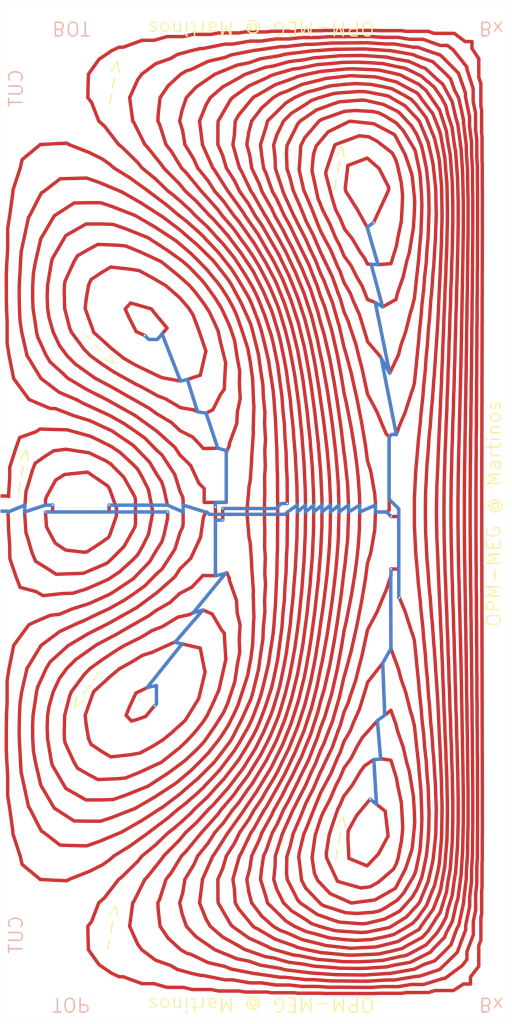
<source format=kicad_pcb>
(kicad_pcb (version 20221018) (generator pcbnew)
  (layers (0 "F.Cu" signal) (31 "B.Cu" signal) (34 "B.Paste" user) (35 "F.Paste" user) (36 "B.SilkS" user "B.Silkscreen") (37 "F.SilkS" user "F.Silkscreen") (38 "B.Mask" user) (39 "F.Mask" user) (44 "Edge.Cuts" user))
  (net 0 "")
  (net 1 "Net-(J1-Pin_1)")
  (footprint "Library:SolderWirePad_1x01_SMD_5x10mm_custom" (layer "F.Cu") (at 3.25 726.625756)
    (fp_text reference "J2")
    (fp_text value "Conn_01x01_Socket" hide)
  )
  (footprint "Library:SolderWirePad_1x01_SMD_5x10mm_custom" (layer "F.Cu") (at 3.25 748.789483)
    (fp_text reference "J1")
    (fp_text value "Conn_01x01_Socket" hide)
  )
  (gr_rect locked (start 0 0) (end 750 1500) (stroke (width 0.1)) (fill none) (layer "Edge.Cuts"))
  (gr_text "Bx" (at 700 30 180) (layer "B.SilkS") (effects (font (size 20 20) (thickness 2)) (justify left bottom mirror)))
  (gr_text "CUT" (at 35 100 90) (layer "B.SilkS") (effects (font (size 20 20) (thickness 2)) (justify left bottom mirror)))
  (gr_text "BOT" (at 75 30 180) (layer "B.SilkS") (effects (font (size 20 20) (thickness 2)) (justify left bottom mirror)))
  (gr_text "TOP" (at 75 1460 180) (layer "B.SilkS") (effects (font (size 20 20) (thickness 2)) (justify left bottom mirror)))
  (gr_text "CUT" (at 35 1340 90) (layer "B.SilkS") (effects (font (size 20 20) (thickness 2)) (justify left bottom mirror)))
  (gr_text "Bx" (at 700 1460 180) (layer "B.SilkS") (effects (font (size 20 20) (thickness 2)) (justify left bottom mirror)))
  (gr_text "-->" (at 166.921998 1398.122254 80) (layer "F.SilkS") (effects (font (size 20 20) (thickness 2)) (justify left bottom)))
  (gr_text "OPM-MEG @ Martinos" (at 550 30 180) (layer "F.SilkS") (effects (font (size 20 20) (thickness 2)) (justify left bottom)))
  (gr_text "-->" (at 141.058775 972.676291 -125) (layer "F.SilkS") (effects (font (size 20 20) (thickness 2)) (justify left bottom)))
  (gr_text "-->" (at 498.894693 285.678402 80) (layer "F.SilkS") (effects (font (size 20 20) (thickness 2)) (justify left bottom)))
  (gr_text "-->" (at 500.571322 1267.345132 80) (layer "F.SilkS") (effects (font (size 20 20) (thickness 2)) (justify left bottom)))
  (gr_text "-->" (at 169.436943 161.607799 80) (layer "F.SilkS") (effects (font (size 20 20) (thickness 2)) (justify left bottom)))
  (gr_text "-->" (at 35.808539 730.25082 80) (layer "F.SilkS") (effects (font (size 20 20) (thickness 2)) (justify left bottom)))
  (gr_text "-->" (at 110.530174 490.108439 -45) (layer "F.SilkS") (effects (font (size 20 20) (thickness 2)) (justify left bottom)))
  (gr_text "OPM-MEG @ Martinos" (at 735 920 90) (layer "F.SilkS") (effects (font (size 20 20) (thickness 2)) (justify left bottom)))
  (gr_text "OPM-MEG @ Martinos" (at 550 1460 180) (layer "F.SilkS") (effects (font (size 20 20) (thickness 2)) (justify left bottom)))
  (segment (start 671.18 333.2572) (end 671.04 338.49) (width 5) (layer "F.Cu") (net 1))
  (segment (start 194.55 870.8816) (end 212.3 858.14) (width 5) (layer "F.Cu") (net 1))
  (segment (start 697.38 821.6393) (end 697.61 836) (width 5) (layer "F.Cu") (net 1))
  (segment (start 613.9 1128.6937) (end 616.64 1158.62) (width 5) (layer "F.Cu") (net 1))
  (segment (start 338.74 80.3711) (end 369.61 74.34) (width 5) (layer "F.Cu") (net 1))
  (segment (start 682.26 1361.8866) (end 674.98 1381.05) (width 5) (layer "F.Cu") (net 1))
  (segment (start 400.96 581.1917) (end 403.22 610.65) (width 5) (layer "F.Cu") (net 1))
  (segment (start 560.61 93.0961) (end 585.13 98.39) (width 5) (layer "F.Cu") (net 1))
  (segment (start 668.38 449.9857) (end 667.98 458.58) (width 5) (layer "F.Cu") (net 1))
  (segment (start 458.82 344.3349) (end 448.41 323.92) (width 5) (layer "F.Cu") (net 1))
  (segment (start 101.99 1019.4866) (end 104.38 1013.61) (width 5) (layer "F.Cu") (net 1))
  (segment (start 363.85 983.3706) (end 363.13 988.26) (width 5) (layer "F.Cu") (net 1))
  (segment (start 486.87 878.1599) (end 489.11 859.79) (width 5) (layer "F.Cu") (net 1))
  (segment (start 222 406.2466) (end 242.07 417.88) (width 5) (layer "F.Cu") (net 1))
  (segment (start 676.47 163.7461) (end 679.02 176.13) (width 5) (layer "F.Cu") (net 1))
  (segment (start 677.42 413.7129) (end 677.42 415.73) (width 5) (layer "F.Cu") (net 1))
  (segment (start 649.76 104.9605) (end 659.88 115.2) (width 5) (layer "F.Cu") (net 1))
  (segment (start 112.96 585.8721) (end 86.54 574.63) (width 5) (layer "F.Cu") (net 1))
  (segment (start 268.26 740) (end 268.25 732.94) (width 5) (layer "F.Cu") (net 1))
  (segment (start 109.6 261.237) (end 126.81 260.79) (width 5) (layer "F.Cu") (net 1))
  (segment (start 654.59 599.8385) (end 653.39 624.74) (width 5) (layer "F.Cu") (net 1))
  (segment (start 235.88 1183.9309) (end 233.52 1185.3) (width 5) (layer "F.Cu") (net 1))
  (segment (start 229.28 631.3193) (end 198.47 609.02) (width 5) (layer "F.Cu") (net 1))
  (segment (start 645.01 392.8806) (end 644.92 397.07) (width 5) (layer "F.Cu") (net 1))
  (segment (start 63.54 670.0696) (end 78.55 660.37) (width 5) (layer "F.Cu") (net 1))
  (segment (start 515.75 1150.7341) (end 527.8 1130.45) (width 5) (layer "F.Cu") (net 1))
  (segment (start 349.33 323.6009) (end 342.63 315.84) (width 5) (layer "F.Cu") (net 1))
  (segment (start 601.39 457.38) (end 594.19 486.26) (width 5) (layer "F.Cu") (net 1))
  (segment (start 605.08 336.927) (end 599.36 370.9) (width 5) (layer "F.Cu") (net 1))
  (segment (start 230.89 867.2402) (end 256.16 844.97) (width 5) (layer "F.Cu") (net 1))
  (segment (start 455.77 564.5336) (end 452.27 543.03) (width 5) (layer "F.Cu") (net 1))
  (segment (start 402.91 231.1562) (end 400.81 212.58) (width 5) (layer "F.Cu") (net 1))
  (segment (start 469.8 1324.0726) (end 447.65 1300.9) (width 5) (layer "F.Cu") (net 1))
  (segment (start 477.17 254.5885) (end 477.64 250.54) (width 5) (layer "F.Cu") (net 1))
  (segment (start 537.85 332.8183) (end 522.79 305.92) (width 5) (layer "F.Cu") (net 1))
  (segment (start 464.76 1445.0787) (end 442.46 1445.08) (width 5) (layer "F.Cu") (net 1))
  (segment (start 572.65 386.2534) (end 553.81 387.69) (width 5) (layer "F.Cu") (net 1))
  (segment (start 81.65 314.7001) (end 108.38 297.38) (width 5) (layer "F.Cu") (net 1))
  (segment (start 641.32 684.2579) (end 640.05 709.82) (width 5) (layer "F.Cu") (net 1))
  (segment (start 327.2 1205.579) (end 340.89 1186.27) (width 5) (layer "F.Cu") (net 1))
  (segment (start 470.48 44.9748) (end 475.97 44.59) (width 5) (layer "F.Cu") (net 1))
  (segment (start 244.7 1199.2877) (end 217.56 1219.64) (width 5) (layer "F.Cu") (net 1))
  (segment (start 55.09 1006.5081) (end 67.58 979.27) (width 5) (layer "F.Cu") (net 1))
  (segment (start 486.86 621.8343) (end 484.26 603.54) (width 5) (layer "F.Cu") (net 1))
  (segment (start 246.34 125.5244) (end 264.74 108.68) (width 5) (layer "F.Cu") (net 1))
  (segment (start 522.41 581.6361) (end 517.56 560.58) (width 5) (layer "F.Cu") (net 1))
  (segment (start 607.48 1203.8949) (end 606.99 1211.64) (width 5) (layer "F.Cu") (net 1))
  (segment (start 635.22 1108.5052) (end 637.31 1142.14) (width 5) (layer "F.Cu") (net 1))
  (segment (start 37.97 780.1813) (end 35.95 750) (width 5) (layer "F.Cu") (net 1))
  (segment (start 522.59 1194.4018) (end 522.59 1194.4) (width 5) (layer "F.Cu") (net 1))
  (segment (start 328.44 570.2928) (end 322.98 577.85) (width 5) (layer "F.Cu") (net 1))
  (segment (start 486.27 957.3894) (end 489.65 938.99) (width 5) (layer "F.Cu") (net 1))
  (segment (start 471.77 1193.8903) (end 472.87 1191.17) (width 5) (layer "F.Cu") (net 1))
  (segment (start 347.34 95.3397) (end 364.6 91.97) (width 5) (layer "F.Cu") (net 1))
  (segment (start 706.38 1102.9208) (end 706.46 1107.03) (width 5) (layer "F.Cu") (net 1))
  (segment (start 164.67 302.7074) (end 195.48 314.7) (width 5) (layer "F.Cu") (net 1))
  (segment (start 483.65 722.2315) (end 482.48 698.21) (width 5) (layer "F.Cu") (net 1))
  (segment (start 692.13 1233.5969) (end 692.13 1252.51) (width 5) (layer "F.Cu") (net 1))
  (segment (start 609.2 1275.3437) (end 607.49 1280.47) (width 5) (layer "F.Cu") (net 1))
  (segment (start 226.43383 1033.792471) (end 213.17 1049.7) (width 5) (layer "F.Cu") (net 1))
  (segment (start 175.7 837.2432) (end 158.95 848.53) (width 5) (layer "F.Cu") (net 1))
  (segment (start 407.92 1048.9132) (end 410.65 1040.42) (width 5) (layer "F.Cu") (net 1))
  (segment (start 472.15 531.6127) (end 469.64 520.78) (width 5) (layer "F.Cu") (net 1))
  (segment (start 430.63 45.6674) (end 436.75 44.97) (width 5) (layer "F.Cu") (net 1))
  (segment (start 497.02 1022.1188) (end 503.97 991.26) (width 5) (layer "F.Cu") (net 1))
  (segment (start 247.02 818.696) (end 256.05 804.82) (width 5) (layer "F.Cu") (net 1))
  (segment (start 30.94 1131.4289) (end 29.99 1116.62) (width 5) (layer "F.Cu") (net 1))
  (segment (start 504.23 1376.4374) (end 483.23 1374.1) (width 5) (layer "F.Cu") (net 1))
  (segment (start 514.33 874.2831) (end 516.58 861.09) (width 5) (layer "F.Cu") (net 1))
  (segment (start 362.22 362.7996) (end 353.88 351.76) (width 5) (layer "F.Cu") (net 1))
  (segment (start 265.85 246.0251) (end 250.79 221.44) (width 5) (layer "F.Cu") (net 1))
  (segment (start 319.2 349.3722) (end 304.66 333.13) (width 5) (layer "F.Cu") (net 1))
  (segment (start 312.01 320.5097) (end 306.3 315.15) (width 5) (layer "F.Cu") (net 1))
  (segment (start 589.78 286.5041) (end 588.92 306.77) (width 5) (layer "F.Cu") (net 1))
  (segment (start 346.55 231.3142) (end 341.16 211.69) (width 5) (layer "F.Cu") (net 1))
  (segment (start 437.73 357.5928) (end 437.11 356.44) (width 5) (layer "F.Cu") (net 1))
  (segment (start 73.96 391.9557) (end 75.52 383.38) (width 5) (layer "F.Cu") (net 1))
  (segment (start 607.49 296.6757) (end 606.99 310.6) (width 5) (layer "F.Cu") (net 1))
  (segment (start 437.54 1255.8209) (end 438.42 1249.35) (width 5) (layer "F.Cu") (net 1))
  (segment (start 429.89 1185.0176) (end 431.64 1181.92) (width 5) (layer "F.Cu") (net 1))
  (segment (start 655.86 206.5981) (end 659.55 226.75) (width 5) (layer "F.Cu") (net 1))
  (segment (start 28.42 452.0502) (end 28.08 432.27) (width 5) (layer "F.Cu") (net 1))
  (segment (start 692.3 384.834) (end 691.9 405.4) (width 5) (layer "F.Cu") (net 1))
  (segment (start 159.742197 749.954297) (end 159.768437 749.980537) (width 5) (layer "F.Cu") (net 1))
  (segment (start 363.77 514.9711) (end 366.62 530.53) (width 5) (layer "F.Cu") (net 1))
  (segment (start 699.38 388.9003) (end 699.14 401.24) (width 5) (layer "F.Cu") (net 1))
  (segment (start 376.71 139.5506) (end 403.26 124.03) (width 5) (layer "F.Cu") (net 1))
  (segment (start 352.72 112.6531) (end 355.96 110.35) (width 5) (layer "F.Cu") (net 1))
  (segment (start 431.95 550.8525) (end 425.98 518.69) (width 5) (layer "F.Cu") (net 1))
  (segment (start 107.04 608.5882) (end 81.44 598.61) (width 5) (layer "F.Cu") (net 1))
  (segment (start 472.81 307.9128) (end 468.92 298.02) (width 5) (layer "F.Cu") (net 1))
  (segment (start 689.36 856.4767) (end 689.82 879.92) (width 5) (layer "F.Cu") (net 1))
  (segment (start 610.92 1302.3709) (end 603.66 1314.63) (width 5) (layer "F.Cu") (net 1))
  (segment (start 402.74 1391.325) (end 395.84 1388.9) (width 5) (layer "F.Cu") (net 1))
  (segment (start 252.26 1150.9623) (end 226.55 1167.69) (width 5) (layer "F.Cu") (net 1))
  (segment (start 59.25 1288.4602) (end 59.08 1288.46) (width 5) (layer "F.Cu") (net 1))
  (segment (start 381.46 86.0682) (end 410.1 81.42) (width 5) (layer "F.Cu") (net 1))
  (segment (start 208.11 801.602) (end 201.48 812.93) (width 5) (layer "F.Cu") (net 1))
  (segment (start 464.76 54.9236) (end 481.24 53.77) (width 5) (layer "F.Cu") (net 1))
  (segment (start 344.12 1120.2851) (end 349.98 1112.54) (width 5) (layer "F.Cu") (net 1))
  (segment (start 637.71 353.4773) (end 637.31 357.86) (width 5) (layer "F.Cu") (net 1))
  (segment (start 616.85 111.2976) (end 636.26 127.75) (width 5) (layer "F.Cu") (net 1))
  (segment (start 106.44 869.0555) (end 91.36 869.49) (width 5) (layer "F.Cu") (net 1))
  (segment (start 369.49 551.1337) (end 370.05 554.75) (width 5) (layer "F.Cu") (net 1))
  (segment (start 469.64 472.6434) (end 465.53 456.53) (width 5) (layer "F.Cu") (net 1))
  (segment (start 293.29 949.4202) (end 299.46 980.45) (width 5) (layer "F.Cu") (net 1))
  (segment (start 292.33 1322.6499) (end 296.46 1289.41) (width 5) (layer "F.Cu") (net 1))
  (segment (start 81.47 703.348) (end 81.47 703.35) (width 5) (layer "F.Cu") (net 1))
  (segment (start 611.92 69.1596) (end 629.2 75.31) (width 5) (layer "F.Cu") (net 1))
  (segment (start 499.92 870.6612) (end 500.45 866.31) (width 5) (layer "F.Cu") (net 1))
  (segment (start 663.11 1210.8222) (end 662.45 1235.46) (width 5) (layer "F.Cu") (net 1))
  (segment (start 498.5 437.5887) (end 495.33 429.48) (width 5) (layer "F.Cu") (net 1))
  (segment (start 643.41 1309.5034) (end 634.54 1332.01) (width 5) (layer "F.Cu") (net 1))
  (segment (start 593.44 895.8393) (end 602.81 925.1) (width 5) (layer "F.Cu") (net 1))
  (segment (start 543.81 693.9921) (end 542.6 688.37) (width 5) (layer "F.Cu") (net 1))
  (segment (start 197.72 728.6816) (end 198.42 732.28) (width 5) (layer "F.Cu") (net 1))
  (segment (start 560.96 1406.9335) (end 542.63 1408.16) (width 5) (layer "F.Cu") (net 1))
  (segment (start 330.27 534.2116) (end 328.44 570.29) (width 5) (layer "F.Cu") (net 1))
  (segment (start 671.14 1206.2061) (end 670.24 1239.94) (width 5) (layer "F.Cu") (net 1))
  (segment (start 400.93 1187.3241) (end 413.33 1165.4) (width 5) (layer "F.Cu") (net 1))
  (segment (start 267.69 192.0102) (end 263.19 177.35) (width 5) (layer "F.Cu") (net 1))
  (segment (start 268.32 53.5676) (end 282.04 50.32) (width 5) (layer "F.Cu") (net 1))
  (segment (start 137.87 487.5168) (end 137.53 487.17) (width 5) (layer "F.Cu") (net 1))
  (segment (start 478.75 1257.5542) (end 477.82 1250.99) (width 5) (layer "F.Cu") (net 1))
  (segment (start 281.01 860.1638) (end 297.26 843.09) (width 5) (layer "F.Cu") (net 1))
  (segment (start 585.84 1334.4093) (end 582.16 1336.7) (width 5) (layer "F.Cu") (net 1))
  (segment (start 170.49 744.3204) (end 170.5 755.69) (width 5) (layer "F.Cu") (net 1))
  (segment (start 368.72 827.6883) (end 368.65 830.05) (width 5) (layer "F.Cu") (net 1))
  (segment (start 419.43 1366.1457) (end 410.67 1363.07) (width 5) (layer "F.Cu") (net 1))
  (segment (start 648.1 122.7706) (end 649.36 124.6) (width 5) (layer "F.Cu") (net 1))
  (segment (start 696.72 165.9601) (end 696.72 190.15) (width 5) (layer "F.Cu") (net 1))
  (segment (start 617.03 330.066) (end 616.64 341.37) (width 5) (layer "F.Cu") (net 1))
  (segment (start 663.31 880.9587) (end 663.97 894.77) (width 5) (layer "F.Cu") (net 1))
  (segment (start 620.8 422.658) (end 617.96 447.87) (width 5) (layer "F.Cu") (net 1))
  (segment (start 313.72 1116.632) (end 312.06 1118.36) (width 5) (layer "F.Cu") (net 1))
  (segment (start 638.47 514.971) (end 636.17 549.82) (width 5) (layer "F.Cu") (net 1))
  (segment (start 195.69 914.7095) (end 218.39 901.81) (width 5) (layer "F.Cu") (net 1))
  (segment (start 692.3 365.7215) (end 692.3 384.83) (width 5) (layer "F.Cu") (net 1))
  (segment (start 435.97 512.9479) (end 435.3 510.24) (width 5) (layer "F.Cu") (net 1))
  (segment (start 405.38 653.9253) (end 406.04 687.92) (width 5) (layer "F.Cu") (net 1))
  (segment (start 343.87 265.4066) (end 331.54 246.03) (width 5) (layer "F.Cu") (net 1))
  (segment (start 529.35 617.0928) (end 527.05 605.48) (width 5) (layer "F.Cu") (net 1))
  (segment (start 311.77 1253.9749) (end 313.98 1251.24) (width 5) (layer "F.Cu") (net 1))
  (segment (start 678.14 376.7013) (end 677.42 413.71) (width 5) (layer "F.Cu") (net 1))
  (segment (start 538.31 922.7644) (end 552.46 896.18) (width 5) (layer "F.Cu") (net 1))
  (segment (start 309.63 1449.6784) (end 282.04 1449.68) (width 5) (layer "F.Cu") (net 1))
  (segment (start 439.23 235.6693) (end 440.51 213.71) (width 5) (layer "F.Cu") (net 1))
  (segment (start 29.59 246.0251) (end 32.39 233.74) (width 5) (layer "F.Cu") (net 1))
  (segment (start 59.13 211.6207) (end 59.21 211.62) (width 5) (layer "F.Cu") (net 1))
  (segment (start 368.59 177.3501) (end 383.38 158.08) (width 5) (layer "F.Cu") (net 1))
  (segment (start 212.098061 491.44349) (end 199.43 485.71) (width 5) (layer "F.Cu") (net 1))
  (segment (start 672.2 653.3796) (end 671.5 688.44) (width 5) (layer "F.Cu") (net 1))
  (segment (start 699.14 401.2377) (end 699.14 428.21) (width 5) (layer "F.Cu") (net 1))
  (segment (start 77.086259 749.954297) (end 159.742197 749.954297) (width 5) (layer "F.Cu") (net 1))
  (segment (start 361.88 752.728) (end 364.93 788.47) (width 5) (layer "F.Cu") (net 1))
  (segment (start 10.4 486.3878) (end 10.4 470.16) (width 5) (layer "F.Cu") (net 1))
  (segment (start 445.35 400.9526) (end 442.34 393.19) (width 5) (layer "F.Cu") (net 1))
  (segment (start 526.76 973.5774) (end 529.9 962.11) (width 5) (layer "F.Cu") (net 1))
  (segment (start 705.57 195.2354) (end 706.15 199.99) (width 5) (layer "F.Cu") (net 1))
  (segment (start 9.19 1063.944) (end 9.46 1047.95) (width 5) (layer "F.Cu") (net 1))
  (segment (start 240.29 716.8851) (end 236.93 706.16) (width 5) (layer "F.Cu") (net 1))
  (segment (start 495.34 1070.5167) (end 498.5 1062.41) (width 5) (layer "F.Cu") (net 1))
  (segment (start 670.9 733.0154) (end 670.9 766.98) (width 5) (layer "F.Cu") (net 1))
  (segment (start 164.14 631.281) (end 134.33 617.51) (width 5) (layer "F.Cu") (net 1))
  (segment (start 671.22 298.941) (end 671.18 333.26) (width 5) (layer "F.Cu") (net 1))
  (segment (start 649.97 1021.1478) (end 650.18 1031.2) (width 5) (layer "F.Cu") (net 1))
  (segment (start 375.18 73.532) (end 410.72 68.34) (width 5) (layer "F.Cu") (net 1))
  (segment (start 341.18 1079.2246) (end 338.63 1083.67) (width 5) (layer "F.Cu") (net 1))
  (segment (start 454.84 1076.4582) (end 463.66 1049.15) (width 5) (layer "F.Cu") (net 1))
  (segment (start 458.1 697.4603) (end 457.47 683.85) (width 5) (layer "F.Cu") (net 1))
  (segment (start 594.21 1013.7273) (end 601.43 1042.64) (width 5) (layer "F.Cu") (net 1))
  (segment (start 610.14 1430.2776) (end 577.69 1435.66) (width 5) (layer "F.Cu") (net 1))
  (segment (start 378.51 1029.0688) (end 370.3 1050.78) (width 5) (layer "F.Cu") (net 1))
  (segment (start 325.48 423.2188) (end 335.05 438.43) (width 5) (layer "F.Cu") (net 1))
  (segment (start 375.19 1426.4697) (end 374.26 1426.47) (width 5) (layer "F.Cu") (net 1))
  (segment (start 677.83 258.1919) (end 678.71 294.64) (width 5) (layer "F.Cu") (net 1))
  (segment (start 493.08 822.6331) (end 495.29 794.43) (width 5) (layer "F.Cu") (net 1))
  (segment (start 530.56 419.1724) (end 522.67 405.74) (width 5) (layer "F.Cu") (net 1))
  (segment (start 196.91 1184.7615) (end 195.38 1185.3) (width 5) (layer "F.Cu") (net 1))
  (segment (start 250.79 1278.5636) (end 265.86 1253.97) (width 5) (layer "F.Cu") (net 1))
  (segment (start 189.28 1240.1487) (end 166.78 1253.97) (width 5) (layer "F.Cu") (net 1))
  (segment (start 424.12 57.0015) (end 442.46 54.92) (width 5) (layer "F.Cu") (net 1))
  (segment (start 371.97 595.2905) (end 370.86 629.24) (width 5) (layer "F.Cu") (net 1))
  (segment (start 29.51 1253.9749) (end 18.8 1221.24) (width 5) (layer "F.Cu") (net 1))
  (segment (start 505.18 671.8059) (end 505.02 670.51) (width 5) (layer "F.Cu") (net 1))
  (segment (start 437.46 590.9808) (end 435.3 574.82) (width 5) (layer "F.Cu") (net 1))
  (segment (start 413.84 1220.9223) (end 414.06 1220.53) (width 5) (layer "F.Cu") (net 1))
  (segment (start 684.08 459.0027) (end 683.53 489.09) (width 5) (layer "F.Cu") (net 1))
  (segment (start 503.97 374.9094) (end 497.56 359.46) (width 5) (layer "F.Cu") (net 1))
  (segment (start 638.79 511.8766) (end 638.47 514.97) (width 5) (layer "F.Cu") (net 1))
  (segment (start 319.59 369.4645) (end 327.42 379.23) (width 5) (layer "F.Cu") (net 1))
  (segment (start 469.67 690.8129) (end 469.64 690.42) (width 5) (layer "F.Cu") (net 1))
  (segment (start 370.67 1356.9874) (end 349.81 1331.69) (width 5) (layer "F.Cu") (net 1))
  (segment (start 368.72 246.2562) (end 365.83 227.18) (width 5) (layer "F.Cu") (net 1))
  (segment (start 442.44 123.5668) (end 468.39 117.29) (width 5) (layer "F.Cu") (net 1))
  (segment (start 371.27 398.1723) (end 370.59 397.01) (width 5) (layer "F.Cu") (net 1))
  (segment (start 641.25 473.9336) (end 638.79 511.88) (width 5) (layer "F.Cu") (net 1))
  (segment (start 678.71 298.1367) (end 678.67 334.11) (width 5) (layer "F.Cu") (net 1))
  (segment (start 173.76 211.6877) (end 153.34 185.08) (width 5) (layer "F.Cu") (net 1))
  (segment (start 195.62 681.0807) (end 201.43 687.11) (width 5) (layer "F.Cu") (net 1))
  (segment (start 350.83 1253.9749) (end 353.02 1250.53) (width 5) (layer "F.Cu") (net 1))
  (segment (start 625.61 1135.4163) (end 627.18 1152.57) (width 5) (layer "F.Cu") (net 1))
  (segment (start 365.47 709.8927) (end 364.91 711.54) (width 5) (layer "F.Cu") (net 1))
  (segment (start 340.99 490.9496) (end 343.65 499.2) (width 5) (layer "F.Cu") (net 1))
  (segment (start 165.58 544.0969) (end 149.53 533.5) (width 5) (layer "F.Cu") (net 1))
  (segment (start 638.8 988.1185) (end 641.26 1026.07) (width 5) (layer "F.Cu") (net 1))
  (segment (start 436.15 513.8191) (end 435.97 512.95) (width 5) (layer "F.Cu") (net 1))
  (segment (start 674.25 573.3112) (end 673.36 610.62) (width 5) (layer "F.Cu") (net 1))
  (segment (start 69.69 1082.2872) (end 69.02 1065.14) (width 5) (layer "F.Cu") (net 1))
  (segment (start 638.35 1221.6217) (end 638.12 1225.18) (width 5) (layer "F.Cu") (net 1))
  (segment (start 295.61 1219.2479) (end 296.82 1217.93) (width 5) (layer "F.Cu") (net 1))
  (segment (start 550 736.9896) (end 549.03 724.12) (width 5) (layer "F.Cu") (net 1))
  (segment (start 692.59 1173.8913) (end 692.61 1193.87) (width 5) (layer "F.Cu") (net 1))
  (segment (start 419.37 291.7738) (end 414.34 280.14) (width 5) (layer "F.Cu") (net 1))
  (segment (start 452.21 387.1475) (end 438.52 359.29) (width 5) (layer "F.Cu") (net 1))
  (segment (start 698.46 204.4038) (end 698.46 230.6) (width 5) (layer "F.Cu") (net 1))
  (segment (start 645.31 910.0655) (end 646.9 944.02) (width 5) (layer "F.Cu") (net 1))
  (segment (start 149.53 533.5005) (end 132.84 521.37) (width 5) (layer "F.Cu") (net 1))
  (segment (start 128.23 1133.8627) (end 113.38 1125.24) (width 5) (layer "F.Cu") (net 1))
  (segment (start 627.49 1363.3937) (end 618.82 1373.02) (width 5) (layer "F.Cu") (net 1))
  (segment (start 644.26 1337.5991) (end 641.86 1340.97) (width 5) (layer "F.Cu") (net 1))
  (segment (start 680.23 772.3447) (end 680.55 806.36) (width 5) (layer "F.Cu") (net 1))
  (segment (start 655.42 308.0158) (end 655.4 324.2) (width 5) (layer "F.Cu") (net 1))
  (segment (start 440.53 1195.6879) (end 443.98 1186.96) (width 5) (layer "F.Cu") (net 1))
  (segment (start 414.34 280.1397) (end 413.73 277.72) (width 5) (layer "F.Cu") (net 1))
  (segment (start 400.07 1094.7464) (end 404.85 1085.13) (width 5) (layer "F.Cu") (net 1))
  (segment (start 704.38 122.5132) (end 704.38 155.06) (width 5) (layer "F.Cu") (net 1))
  (segment (start 640.05 709.8239) (end 639.98 711.33) (width 5) (layer "F.Cu") (net 1))
  (segment (start 570.92 546.6971) (end 549.71 443.04) (width 5) (layer "F.Cu") (net 1))
  (segment (start 646.66 1147.5114) (end 647.51 1180.33) (width 5) (layer "F.Cu") (net 1))
  (segment (start 200.29 890.0485) (end 228.83 868.98) (width 5) (layer "F.Cu") (net 1))
  (segment (start 387.14 501.5511) (end 393.52 528.78) (width 5) (layer "F.Cu") (net 1))
  (segment (start 400.3 143.0126) (end 410.68 136.95) (width 5) (layer "F.Cu") (net 1))
  (segment (start 549.03 724.1227) (end 543.81 693.99) (width 5) (layer "F.Cu") (net 1))
  (segment (start 641.74 670.8723) (end 641.73 671.34) (width 5) (layer "F.Cu") (net 1))
  (segment (start 659.08 463.6921) (end 658.65 483.84) (width 5) (layer "F.Cu") (net 1))
  (segment (start 354.14 483.142) (end 363.19 511.22) (width 5) (layer "F.Cu") (net 1))
  (segment (start 171.71 359.127) (end 183.94 360.25) (width 5) (layer "F.Cu") (net 1))
  (segment (start 406.37 806.0588) (end 406.05 812.09) (width 5) (layer "F.Cu") (net 1))
  (segment (start 627.03 208.1456) (end 632.64 232.26) (width 5) (layer "F.Cu") (net 1))
  (segment (start 31.72 486.3878) (end 29.31 469.69) (width 5) (layer "F.Cu") (net 1))
  (segment (start 237.74 918.0023) (end 260.56 904.07) (width 5) (layer "F.Cu") (net 1))
  (segment (start 347.57 524.2764) (end 351.17 543.9) (width 5) (layer "F.Cu") (net 1))
  (segment (start 290 1161.1241) (end 271.52 1177.3) (width 5) (layer "F.Cu") (net 1))
  (segment (start 42.16 915.3244) (end 51.19 911) (width 5) (layer "F.Cu") (net 1))
  (segment (start 410.64 459.7263) (end 407.61 450.35) (width 5) (layer "F.Cu") (net 1))
  (segment (start 229.35 868.6799) (end 230.89 867.24) (width 5) (layer "F.Cu") (net 1))
  (segment (start 623 957.7463) (end 624.27 976.87) (width 5) (layer "F.Cu") (net 1))
  (segment (start 301.35 515.3422) (end 293.36 549.67) (width 5) (layer "F.Cu") (net 1))
  (segment (start 657.37 977.4486) (end 657.77 996.11) (width 5) (layer "F.Cu") (net 1))
  (segment (start 18.8 1219.6373) (end 18.8 1218.03) (width 5) (layer "F.Cu") (net 1))
  (segment (start 627.99 323.7683) (end 627.17 347.43) (width 5) (layer "F.Cu") (net 1))
  (segment (start 431.64 1181.9245) (end 434.65 1175.76) (width 5) (layer "F.Cu") (net 1))
  (segment (start 520.57 1446.4282) (end 504.87 1446.23) (width 5) (layer "F.Cu") (net 1))
  (segment (start 424.13 1443.0007) (end 404.21 1443) (width 5) (layer "F.Cu") (net 1))
  (segment (start 680.23 767.0998) (end 680.23 772.34) (width 5) (layer "F.Cu") (net 1))
  (segment (start 435.53 326.1064) (end 431.94 318.66) (width 5) (layer "F.Cu") (net 1))
  (segment (start 273.23 103.6635) (end 280.08 101.76) (width 5) (layer "F.Cu") (net 1))
  (segment (start 231.28 1322.6499) (end 233.79 1317.64) (width 5) (layer "F.Cu") (net 1))
  (segment (start 14.24 691.2544) (end 14.16 684.82) (width 5) (layer "F.Cu") (net 1))
  (segment (start 524.64 698.6852) (end 522.86 681.96) (width 5) (layer "F.Cu") (net 1))
  (segment (start 667.33 1011.1723) (end 667.98 1041.42) (width 5) (layer "F.Cu") (net 1))
  (segment (start 706.15 199.9865) (end 706.15 235.01) (width 5) (layer "F.Cu") (net 1))
  (segment (start 389.86 1245.9548) (end 398.64 1220.57) (width 5) (layer "F.Cu") (net 1))
  (segment (start 546.25 163.3064) (end 554.69 165.23) (width 5) (layer "F.Cu") (net 1))
  (segment (start 653.11 1098.233) (end 653.42 1111.94) (width 5) (layer "F.Cu") (net 1))
  (segment (start 706.52 318.1108) (end 706.52 353.56) (width 5) (layer "F.Cu") (net 1))
  (segment (start 623.49 779.2017) (end 624.49 799.11) (width 5) (layer "F.Cu") (net 1))
  (segment (start 463.3 213.7414) (end 480.73 193.05) (width 5) (layer "F.Cu") (net 1))
  (segment (start 212.13 1288.3123) (end 215.2 1285.28) (width 5) (layer "F.Cu") (net 1))
  (segment (start 584.197277 833.584725) (end 584.197277 758.580365) (width 5) (layer "F.Cu") (net 1))
  (segment (start 505.29 512.5754) (end 503.97 508.72) (width 5) (layer "F.Cu") (net 1))
  (segment (start 500.45 866.3103) (end 503.97 836.08) (width 5) (layer "F.Cu") (net 1))
  (segment (start 706.3 1063.429) (end 706.38 1067.63) (width 5) (layer "F.Cu") (net 1))
  (segment (start 435.63 434.6358) (end 435.53 434.31) (width 5) (layer "F.Cu") (net 1))
  (segment (start 663.29 1171.2723) (end 663.32 1196.52) (width 5) (layer "F.Cu") (net 1))
  (segment (start 227.97 460.5239) (end 244.74 480.58) (width 5) (layer "F.Cu") (net 1))
  (segment (start 52.12 822.2867) (end 46.7 809.18) (width 5) (layer "F.Cu") (net 1))
  (segment (start 218 349.0377) (end 245.44 366.86) (width 5) (layer "F.Cu") (net 1))
  (segment (start 383.76 280.5788) (end 379.88 269.62) (width 5) (layer "F.Cu") (net 1))
  (segment (start 705.75 787.0015) (end 705.79 791.86) (width 5) (layer "F.Cu") (net 1))
  (segment (start 93.99 1074.2416) (end 94.72 1047.95) (width 5) (layer "F.Cu") (net 1))
  (segment (start 417.09 79.425) (end 453.26 74.94) (width 5) (layer "F.Cu") (net 1))
  (segment (start 495.35 597.1742) (end 493.73 586.34) (width 5) (layer "F.Cu") (net 1))
  (segment (start 204.92 1103.2245) (end 190.92 1105.66) (width 5) (layer "F.Cu") (net 1))
  (segment (start 572.828103 833.593289) (end 584.188713 833.593289) (width 5) (layer "F.Cu") (net 1))
  (segment (start 706.43 1260.7249) (end 706.15 1264.99) (width 5) (layer "F.Cu") (net 1))
  (segment (start 487.26 1055.9575) (end 494.11 1031.78) (width 5) (layer "F.Cu") (net 1))
  (segment (start 69.75 452.0502) (end 69.03 434.89) (width 5) (layer "F.Cu") (net 1))
  (segment (start 101.14 555.1665) (end 98.1 553) (width 5) (layer "F.Cu") (net 1))
  (segment (start 688.73 777.2303) (end 688.96 801.53) (width 5) (layer "F.Cu") (net 1))
  (segment (start 475.97 44.591) (end 510.14 44.59) (width 5) (layer "F.Cu") (net 1))
  (segment (start 509.62 242.3606) (end 537.92 231.54) (width 5) (layer "F.Cu") (net 1))
  (segment (start 420.798021 737.52251) (end 420.62 737.63133) (width 5) (layer "F.Cu") (net 1))
  (segment (start 12.58 776.7175) (end 11.72 750) (width 5) (layer "F.Cu") (net 1))
  (segment (start 371.41 910.5241) (end 370.07 945.24) (width 5) (layer "F.Cu") (net 1))
  (segment (start 681.1 648.2655) (end 681.1 654.51) (width 5) (layer "F.Cu") (net 1))
  (segment (start 103.17 341.1017) (end 126.01 328.07) (width 5) (layer "F.Cu") (net 1))
  (segment (start 94 1150.9623) (end 76.49 1120.8) (width 5) (layer "F.Cu") (net 1))
  (segment (start 144.71 177.3501) (end 134.07 149.95) (width 5) (layer "F.Cu") (net 1))
  (segment (start 199.45 535.2425) (end 194.01 532.23) (width 5) (layer "F.Cu") (net 1))
  (segment (start 614.92 252.3886) (end 615.96 262.1) (width 5) (layer "F.Cu") (net 1))
  (segment (start 670.21 378.4122) (end 669.47 411.16) (width 5) (layer "F.Cu") (net 1))
  (segment (start 134.33 617.5146) (end 131.41 616.16) (width 5) (layer "F.Cu") (net 1))
  (segment (start 628.69 861.0755) (end 630.15 874.75) (width 5) (layer "F.Cu") (net 1))
  (segment (start 661.81 383.235) (end 661.28 406.46) (width 5) (layer "F.Cu") (net 1))
  (segment (start 403.26 1375.9815) (end 376.72 1360.46) (width 5) (layer "F.Cu") (net 1))
  (segment (start 365.83 227.1753) (end 361.57 211.69) (width 5) (layer "F.Cu") (net 1))
  (segment (start 419.53 543.7206) (end 415.95 524.45) (width 5) (layer "F.Cu") (net 1))
  (segment (start 435.84 112.0691) (end 449.87 108.68) (width 5) (layer "F.Cu") (net 1))
  (segment (start 359.68 108.675) (end 388.63 98.55) (width 5) (layer "F.Cu") (net 1))
  (segment (start 499.91 629.3332) (end 495.35 597.17) (width 5) (layer "F.Cu") (net 1))
  (segment (start 20.05 945.4991) (end 20.39 944.94) (width 5) (layer "F.Cu") (net 1))
  (segment (start 319.59 1322.6499) (end 319.21 1316.29) (width 5) (layer "F.Cu") (net 1))
  (segment (start 56.17 591.1156) (end 42.53 585.2) (width 5) (layer "F.Cu") (net 1))
  (segment (start 347.62 973.8773) (end 344 998.36) (width 5) (layer "F.Cu") (net 1))
  (segment (start 633.28 587.6026) (end 632.21 597.46) (width 5) (layer "F.Cu") (net 1))
  (segment (start 415.41 1186.1709) (end 422.49 1173.66) (width 5) (layer "F.Cu") (net 1))
  (segment (start 555.54 1386.1584) (end 549.6 1387.37) (width 5) (layer "F.Cu") (net 1))
  (segment (start 417.62 1431.6681) (end 410.72 1431.67) (width 5) (layer "F.Cu") (net 1))
  (segment (start 542.69 123.4761) (end 562.33 127.19) (width 5) (layer "F.Cu") (net 1))
  (segment (start 527.05 605.4766) (end 522.41 581.64) (width 5) (layer "F.Cu") (net 1))
  (segment (start 471.54 770.8134) (end 471.6 750) (width 5) (layer "F.Cu") (net 1))
  (segment (start 145.16 86.714) (end 163.4 74.34) (width 5) (layer "F.Cu") (net 1))
  (segment (start 706.3 1028.2376) (end 706.3 1063.43) (width 5) (layer "F.Cu") (net 1))
  (segment (start 591.4 1308.1267) (end 581.93 1318.71) (width 5) (layer "F.Cu") (net 1))
  (segment (start 593.32 1359.5409) (end 576.73 1369.07) (width 5) (layer "F.Cu") (net 1))
  (segment (start 427.18 1334.3377) (end 415.34 1322.65) (width 5) (layer "F.Cu") (net 1))
  (segment (start 632.64 232.2631) (end 634.5 241.14) (width 5) (layer "F.Cu") (net 1))
  (segment (start 79.58 1184.1053) (end 60.17 1150.96) (width 5) (layer "F.Cu") (net 1))
  (segment (start 113.37 374.7272) (end 128.28 366.06) (width 5) (layer "F.Cu") (net 1))
  (segment (start 499.59 62.9539) (end 525.78 62.63) (width 5) (layer "F.Cu") (net 1))
  (segment (start 87.61 925.0004) (end 114.02 912.84) (width 5) (layer "F.Cu") (net 1))
  (segment (start 498.52 320.4589) (end 491.61 307) (width 5) (layer "F.Cu") (net 1))
  (segment (start 538.31 999.6708) (end 560.63 971.39) (width 5) (layer "F.Cu") (net 1))
  (segment (start 549.09 112.5638) (end 554.19 113.53) (width 5) (layer "F.Cu") (net 1))
  (segment (start 645.2 594.4475) (end 643.47 630.44) (width 5) (layer "F.Cu") (net 1))
  (segment (start 617.64 1286.1606) (end 610.92 1302.37) (width 5) (layer "F.Cu") (net 1))
  (segment (start 581.93 1318.7056) (end 564.48 1329.93) (width 5) (layer "F.Cu") (net 1))
  (segment (start 259.3 1146.0456) (end 255.27 1149.01) (width 5) (layer "F.Cu") (net 1))
  (segment (start 266.66 943.2645) (end 293.29 949.42) (width 5) (layer "F.Cu") (net 1))
  (segment (start 466.48 653.1996) (end 466.21 649.42) (width 5) (layer "F.Cu") (net 1))
  (segment (start 265.93 381.539) (end 270.58 385.31) (width 5) (layer "F.Cu") (net 1))
  (segment (start 177.36 280.6016) (end 177.72 280.74) (width 5) (layer "F.Cu") (net 1))
  (segment (start 598.85 89.7892) (end 617.18 98.11) (width 5) (layer "F.Cu") (net 1))
  (segment (start 148.64 399.2786) (end 148.64 399.28) (width 5) (layer "F.Cu") (net 1))
  (segment (start 279.24 818.1414) (end 290.68 793.62) (width 5) (layer "F.Cu") (net 1))
  (segment (start 659.55 226.7532) (end 661.1 248.58) (width 5) (layer "F.Cu") (net 1))
  (segment (start 572.39 844.3277) (end 572.63 950.25) (width 5) (layer "F.Cu") (net 1))
  (segment (start 529.9 537.8868) (end 526.77 526.43) (width 5) (layer "F.Cu") (net 1))
  (segment (start 130.72 884.1514) (end 131.57 883.74) (width 5) (layer "F.Cu") (net 1))
  (segment (start 314.78 1391.325) (end 287.08 1372.23) (width 5) (layer "F.Cu") (net 1))
  (segment (start 216.34 1220.6897) (end 189.28 1240.15) (width 5) (layer "F.Cu") (net 1))
  (segment (start 449.03 1364.9575) (end 431.24 1356.99) (width 5) (layer "F.Cu") (net 1))
  (segment (start 297.26 893.593) (end 310.79 899.43) (width 5) (layer "F.Cu") (net 1))
  (segment (start 229.27 694.3983) (end 219.06 676.98) (width 5) (layer "F.Cu") (net 1))
  (segment (start 467.6 571.3286) (end 462.08 537.39) (width 5) (layer "F.Cu") (net 1))
  (segment (start 191.91 970.3249) (end 208.91 959.95) (width 5) (layer "F.Cu") (net 1))
  (segment (start 434.4 1123.2437) (end 441.84 1108.25) (width 5) (layer "F.Cu") (net 1))
  (segment (start 320.43 1083.7291) (end 305.5 1102.62) (width 5) (layer "F.Cu") (net 1))
  (segment (start 572.65 950.2082) (end 583.77 980.28) (width 5) (layer "F.Cu") (net 1))
  (segment (start 470.78 372.0809) (end 458.82 344.33) (width 5) (layer "F.Cu") (net 1))
  (segment (start 42.53 585.1955) (end 20.33 555.06) (width 5) (layer "F.Cu") (net 1))
  (segment (start 464.71 1339.6569) (end 440.14 1322.9) (width 5) (layer "F.Cu") (net 1))
  (segment (start 582.47 1071.198) (end 590.68 1094.64) (width 5) (layer "F.Cu") (net 1))
  (segment (start 606.99 1189.2072) (end 607.49 1203.32) (width 5) (layer "F.Cu") (net 1))
  (segment (start 217.22 1151.4408) (end 216.39 1151.92) (width 5) (layer "F.Cu") (net 1))
  (segment (start 698.46 1269.4048) (end 698.46 1295.6) (width 5) (layer "F.Cu") (net 1))
  (segment (start 351.65 915.4174) (end 350.38 937.69) (width 5) (layer "F.Cu") (net 1))
  (segment (start 681.9 141.9914) (end 687.87 171.04) (width 5) (layer "F.Cu") (net 1))
  (segment (start 577.52 64.3604) (end 605.81 69.16) (width 5) (layer "F.Cu") (net 1))
  (segment (start 295.61 280.7535) (end 295.18 280.36) (width 5) (layer "F.Cu") (net 1))
  (segment (start 427.45 1021.604) (end 435.3 989.78) (width 5) (layer "F.Cu") (net 1))
  (segment (start 478.7 567.2968) (end 472.75 534.84) (width 5) (layer "F.Cu") (net 1))
  (segment (start 227.87 1406.6345) (end 207.57 1391.32) (width 5) (layer "F.Cu") (net 1))
  (segment (start 514.03 110.8891) (end 549.09 112.56) (width 5) (layer "F.Cu") (net 1))
  (segment (start 221.67 452.537) (end 227.97 460.52) (width 5) (layer "F.Cu") (net 1))
  (segment (start 48.37 452.0502) (end 47.77 437.55) (width 5) (layer "F.Cu") (net 1))
  (segment (start 670.82 1316.3895) (end 668.14 1325.02) (width 5) (layer "F.Cu") (net 1))
  (segment (start 624.27 976.8689) (end 626.15 995.38) (width 5) (layer "F.Cu") (net 1))
  (segment (start 417.61 68.3356) (end 448.17 64.87) (width 5) (layer "F.Cu") (net 1))
  (segment (start 190.78 917.4687) (end 195.69 914.71) (width 5) (layer "F.Cu") (net 1))
  (segment (start 30.02 383.3752) (end 30.97 368.61) (width 5) (layer "F.Cu") (net 1))
  (segment (start 495.29 794.4301) (end 495.76 784.73) (width 5) (layer "F.Cu") (net 1))
  (segment (start 489.54 1363.104) (end 467.63 1356.99) (width 5) (layer "F.Cu") (net 1))
  (segment (start 505.2 828.1867) (end 509.01 792.34) (width 5) (layer "F.Cu") (net 1))
  (segment (start 176.54 1219.6373) (end 145.52 1232.64) (width 5) (layer "F.Cu") (net 1))
  (segment (start 470.22 1160.3303) (end 485.18 1132.44) (width 5) (layer "F.Cu") (net 1))
  (segment (start 653.59 1343.4122) (end 647.08 1355.79) (width 5) (layer "F.Cu") (net 1))
  (segment (start 447.5 740) (end 447.14 717.36) (width 5) (layer "F.Cu") (net 1))
  (segment (start 611.9 1325.3261) (end 595.27 1343.44) (width 5) (layer "F.Cu") (net 1))
  (segment (start 567.93 1219.0846) (end 568.43 1224.95) (width 5) (layer "F.Cu") (net 1))
  (segment (start 459.05 64.8725) (end 486.52 62.95) (width 5) (layer "F.Cu") (net 1))
  (segment (start 384.79 1122.8756) (end 389.59 1115.13) (width 5) (layer "F.Cu") (net 1))
  (segment (start 229.27 659.3104) (end 212.48 641.99) (width 5) (layer "F.Cu") (net 1))
  (segment (start 684.08 1040.9959) (end 684.08 1050.67) (width 5) (layer "F.Cu") (net 1))
  (segment (start 533.82 1122.1431) (end 533.82 1122.14) (width 5) (layer "F.Cu") (net 1))
  (segment (start 245.41 759.2683) (end 245.611377 750.003042) (width 5) (layer "F.Cu") (net 1))
  (segment (start 503.34 1166.8139) (end 515.75 1150.73) (width 5) (layer "F.Cu") (net 1))
  (segment (start 237.44 489.1056) (end 264.4 558.26) (width 5) (layer "F.Cu") (net 1))
  (segment (start 689.82 879.9226) (end 689.82 896.19) (width 5) (layer "F.Cu") (net 1))
  (segment (start 682.4 931.3674) (end 682.99 962.74) (width 5) (layer "F.Cu") (net 1))
  (segment (start 491.82 348.7531) (end 483.72 329.18) (width 5) (layer "F.Cu") (net 1))
  (segment (start 301.66 514.4463) (end 301.35 515.34) (width 5) (layer "F.Cu") (net 1))
  (segment (start 407.12 963.4051) (end 411.06 933.3) (width 5) (layer "F.Cu") (net 1))
  (segment (start 701.34 1385.4691) (end 701.34 1415.55) (width 5) (layer "F.Cu") (net 1))
  (segment (start 137.43 487.0441) (end 136.96 485.87) (width 5) (layer "F.Cu") (net 1))
  (segment (start 627.16 1291.4886) (end 617.05 1315.9) (width 5) (layer "F.Cu") (net 1))
  (segment (start 483.06 974.6553) (end 486.27 957.39) (width 5) (layer "F.Cu") (net 1))
  (segment (start 706.46 392.9667) (end 706.38 397.08) (width 5) (layer "F.Cu") (net 1))
  (segment (start 287.58 1205.2725) (end 305.82 1185.3) (width 5) (layer "F.Cu") (net 1))
  (segment (start 613.43 1121.0244) (end 613.9 1128.69) (width 5) (layer "F.Cu") (net 1))
  (segment (start 137.48 552.7926) (end 134.32 550.49) (width 5) (layer "F.Cu") (net 1))
  (segment (start 530.56 1080.8258) (end 530.56 1080.83) (width 5) (layer "F.Cu") (net 1))
  (segment (start 641.73 671.3444) (end 641.32 684.26) (width 5) (layer "F.Cu") (net 1))
  (segment (start 685.22 1119.2314) (end 685.22 1130.21) (width 5) (layer "F.Cu") (net 1))
  (segment (start 625.52 819.813) (end 627.04 837.09) (width 5) (layer "F.Cu") (net 1))
  (segment (start 641.73 828.6568) (end 641.74 829.13) (width 5) (layer "F.Cu") (net 1))
  (segment (start 560.61 1445.3976) (end 544.43 1446.43) (width 5) (layer "F.Cu") (net 1))
  (segment (start 660.44 423.463) (end 659.95 445.14) (width 5) (layer "F.Cu") (net 1))
  (segment (start 380.45 1057.1868) (end 388.46 1036.02) (width 5) (layer "F.Cu") (net 1))
  (segment (start 472.87 1191.1701) (end 483.74 1170.36) (width 5) (layer "F.Cu") (net 1))
  (segment (start 130.29 663.2565) (end 155.53 675.33) (width 5) (layer "F.Cu") (net 1))
  (segment (start 94.3 1082.2872) (end 93.99 1074.24) (width 5) (layer "F.Cu") (net 1))
  (segment (start 469.64 809.6747) (end 469.68 809.19) (width 5) (layer "F.Cu") (net 1))
  (segment (start 625.6 364.5866) (end 624.32 385.23) (width 5) (layer "F.Cu") (net 1))
  (segment (start 150.08 328.1037) (end 165.83 328.71) (width 5) (layer "F.Cu") (net 1))
  (segment (start 644.11 161.8724) (end 653.88 191.87) (width 5) (layer "F.Cu") (net 1))
  (segment (start 607.01 730.292) (end 607.01 769.71) (width 5) (layer "F.Cu") (net 1))
  (segment (start 10.01 383.3752) (end 11.27 363.75) (width 5) (layer "F.Cu") (net 1))
  (segment (start 536.47 81.5863) (end 566.23 83.61) (width 5) (layer "F.Cu") (net 1))
  (segment (start 315.39 1391.6199) (end 314.78 1391.32) (width 5) (layer "F.Cu") (net 1))
  (segment (start 390.59 46.7068) (end 397.7 45.67) (width 5) (layer "F.Cu") (net 1))
  (segment (start 233.55 314.7001) (end 235.89 316.06) (width 5) (layer "F.Cu") (net 1))
  (segment (start 417.45 858.0799) (end 419.09 838.2) (width 5) (layer "F.Cu") (net 1))
  (segment (start 539.23 1437.3806) (end 525.77 1437.38) (width 5) (layer "F.Cu") (net 1))
  (segment (start 282.04 1449.6784) (end 268.32 1446.43) (width 5) (layer "F.Cu") (net 1))
  (segment (start 387.54 619.6522) (end 388.91 644.47) (width 5) (layer "F.Cu") (net 1))
  (segment (start 476.91 114.8992) (end 511.4 111.07) (width 5) (layer "F.Cu") (net 1))
  (segment (start 503.97 1043.0857) (end 510.03 1029.59) (width 5) (layer "F.Cu") (net 1))
  (segment (start 235.52 383.0577) (end 236.96 383.9) (width 5) (layer "F.Cu") (net 1))
  (segment (start 705.87 634.0381) (end 705.87 668.74) (width 5) (layer "F.Cu") (net 1))
  (segment (start 255.52 940.7506) (end 256.36 940.93) (width 5) (layer "F.Cu") (net 1))
  (segment (start 534.97 146.8826) (end 561.55 152.94) (width 5) (layer "F.Cu") (net 1))
  (segment (start 338.13 285.7948) (end 334.81 281.18) (width 5) (layer "F.Cu") (net 1))
  (segment (start 414.2 1114.4942) (end 422.95 1096.9) (width 5) (layer "F.Cu") (net 1))
  (segment (start 675.18 966.6686) (end 675.21 967.21) (width 5) (layer "F.Cu") (net 1))
  (segment (start 347.76 603.056) (end 346.82 620.29) (width 5) (layer "F.Cu") (net 1))
  (segment (start 647.04 549.4966) (end 646.89 555.98) (width 5) (layer "F.Cu") (net 1))
  (segment (start 563.26 139.4831) (end 568.4 140.66) (width 5) (layer "F.Cu") (net 1))
  (segment (start 410.76 499.2396) (end 408.33 489.38) (width 5) (layer "F.Cu") (net 1))
  (segment (start 672.2 846.6198) (end 672.37 850.5) (width 5) (layer "F.Cu") (net 1))
  (segment (start 699.14 428.2068) (end 698.89 440.82) (width 5) (layer "F.Cu") (net 1))
  (segment (start 129.5 1391.325) (end 128.89 1372.95) (width 5) (layer "F.Cu") (net 1))
  (segment (start 572.1 1425.9282) (end 571.79 1425.93) (width 5) (layer "F.Cu") (net 1))
  (segment (start 366.56 1439.8816) (end 340.89 1435.44) (width 5) (layer "F.Cu") (net 1))
  (segment (start 621.96 406.122) (end 620.8 422.66) (width 5) (layer "F.Cu") (net 1))
  (segment (start 617.52 213.7049) (end 620.19 225.15) (width 5) (layer "F.Cu") (net 1))
  (segment (start 536.15 492.3699) (end 526.51 460.95) (width 5) (layer "F.Cu") (net 1))
  (segment (start 699.28 243.3806) (end 699.28 270.51) (width 5) (layer "F.Cu") (net 1))
  (segment (start 495.01 1291.2967) (end 494.56 1291.09) (width 5) (layer "F.Cu") (net 1))
  (segment (start 329.67 1415.907) (end 304.74 1410.16) (width 5) (layer "F.Cu") (net 1))
  (segment (start 405.39 846.0687) (end 404.99 850.92) (width 5) (layer "F.Cu") (net 1))
  (segment (start 314.69 280.3627) (end 304.78 264.79) (width 5) (layer "F.Cu") (net 1))
  (segment (start 102 480.485) (end 94.73 452.05) (width 5) (layer "F.Cu") (net 1))
  (segment (start 580.43 180.0261) (end 590.66 191.14) (width 5) (layer "F.Cu") (net 1))
  (segment (start 166.83 246.0251) (end 189.29 259.83) (width 5) (layer "F.Cu") (net 1))
  (segment (start 412.85 920.6734) (end 414.74 895.97) (width 5) (layer "F.Cu") (net 1))
  (segment (start 542.08 91.8344) (end 560.61 93.1) (width 5) (layer "F.Cu") (net 1))
  (segment (start 478.51 1040.7389) (end 486.03 1015.8) (width 5) (layer "F.Cu") (net 1))
  (segment (start 620.13 1275.4192) (end 617.64 1286.16) (width 5) (layer "F.Cu") (net 1))
  (segment (start 162.28 1108.786) (end 148.57 1100.6) (width 5) (layer "F.Cu") (net 1))
  (segment (start 388.63 98.5484) (end 401.46 96.46) (width 5) (layer "F.Cu") (net 1))
  (segment (start 189.29 259.827) (end 216.31 279.27) (width 5) (layer "F.Cu") (net 1))
  (segment (start 347.34 1404.6599) (end 315.78 1391.71) (width 5) (layer "F.Cu") (net 1))
  (segment (start 477.64 250.5403) (end 486.45 224.09) (width 5) (layer "F.Cu") (net 1))
  (segment (start 217.96 1150.9623) (end 217.22 1151.44) (width 5) (layer "F.Cu") (net 1))
  (segment (start 571.79 1425.9282) (end 534.03 1428.33) (width 5) (layer "F.Cu") (net 1))
  (segment (start 39.5 520.6287) (end 31.72 486.39) (width 5) (layer "F.Cu") (net 1))
  (segment (start 312.06 1118.3649) (end 289.5 1140.84) (width 5) (layer "F.Cu") (net 1))
  (segment (start 614.01 1010.4253) (end 617.14 1040) (width 5) (layer "F.Cu") (net 1))
  (segment (start 126.22 1061.6887) (end 124.73 1047.95) (width 5) (layer "F.Cu") (net 1))
  (segment (start 320.19 415.8701) (end 325.48 423.22) (width 5) (layer "F.Cu") (net 1))
  (segment (start 296.46 1289.4058) (end 296.46 1288.31) (width 5) (layer "F.Cu") (net 1))
  (segment (start 32.39 233.7352) (end 59.08 211.69) (width 5) (layer "F.Cu") (net 1))
  (segment (start 131.41 616.1609) (end 107.04 608.59) (width 5) (layer "F.Cu") (net 1))
  (segment (start 381.57 211.9222) (end 389.83 185.39) (width 5) (layer "F.Cu") (net 1))
  (segment (start 706.15 1300.0131) (end 705.61 1304.54) (width 5) (layer "F.Cu") (net 1))
  (segment (start 9.18 1082.2872) (end 9.19 1063.94) (width 5) (layer "F.Cu") (net 1))
  (segment (start 634.54 1332.0121) (end 617.97 1355.29) (width 5) (layer "F.Cu") (net 1))
  (segment (start 299.46 980.452) (end 300.51 984.15) (width 5) (layer "F.Cu") (net 1))
  (segment (start 542.62 811.6404) (end 543.83 806) (width 5) (layer "F.Cu") (net 1))
  (segment (start 324.35 1185.635) (end 342.26 1164.83) (width 5) (layer "F.Cu") (net 1))
  (segment (start 445.13 428.7975) (end 436.6 408.5) (width 5) (layer "F.Cu") (net 1))
  (segment (start 690.77 1291.1773) (end 688.07 1313.8) (width 5) (layer "F.Cu") (net 1))
  (segment (start 454.17 642.5024) (end 451.86 622.15) (width 5) (layer "F.Cu") (net 1))
  (segment (start 690.77 1273.8227) (end 690.77 1291.18) (width 5) (layer "F.Cu") (net 1))
  (segment (start 534.87 850.5891) (end 535.45 846.97) (width 5) (layer "F.Cu") (net 1))
  (segment (start 671.14 293.7925) (end 671.22 298.94) (width 5) (layer "F.Cu") (net 1))
  (segment (start 422.95 1096.8979) (end 435.34 1066.12) (width 5) (layer "F.Cu") (net 1))
  (segment (start 373.55 140.9718) (end 373.55 140.97) (width 5) (layer "F.Cu") (net 1))
  (segment (start 503.97 663.999) (end 500.44 633.69) (width 5) (layer "F.Cu") (net 1))
  (segment (start 197.69 315.5133) (end 226.56 332.3) (width 5) (layer "F.Cu") (net 1))
  (segment (start 98.46 629.68) (end 131.9 638.9) (width 5) (layer "F.Cu") (net 1))
  (segment (start 469.64 913.7091) (end 473.18 890.09) (width 5) (layer "F.Cu") (net 1))
  (segment (start 129.52 108.675) (end 145.16 86.71) (width 5) (layer "F.Cu") (net 1))
  (segment (start 217.17 279.9676) (end 217.58 280.36) (width 5) (layer "F.Cu") (net 1))
  (segment (start 165.31 909.7229) (end 194.98 893.07) (width 5) (layer "F.Cu") (net 1))
  (segment (start 174.48 1430.9261) (end 163.38 1425.66) (width 5) (layer "F.Cu") (net 1))
  (segment (start 304.78 264.7901) (end 289.58 246.03) (width 5) (layer "F.Cu") (net 1))
  (segment (start 500.59 945.2782) (end 503.97 924.31) (width 5) (layer "F.Cu") (net 1))
  (segment (start 119.99 910.5486) (end 147.51 897.3) (width 5) (layer "F.Cu") (net 1))
  (segment (start 486.14 288.8302) (end 477.17 254.59) (width 5) (layer "F.Cu") (net 1))
  (segment (start 614.93 1247.6198) (end 609.2 1275.34) (width 5) (layer "F.Cu") (net 1))
  (segment (start 509.62 242.3645) (end 509.62 242.36) (width 5) (layer "F.Cu") (net 1))
  (segment (start 617.18 98.1106) (end 622.9 100.02) (width 5) (layer "F.Cu") (net 1))
  (segment (start 469.64 979.2332) (end 472.15 968.39) (width 5) (layer "F.Cu") (net 1))
  (segment (start 685.22 369.7878) (end 685.22 380.77) (width 5) (layer "F.Cu") (net 1))
  (segment (start 129.7 417.7128) (end 133.36 409.54) (width 5) (layer "F.Cu") (net 1))
  (segment (start 565.78 635.6117) (end 561.16 625.07) (width 5) (layer "F.Cu") (net 1))
  (segment (start 476.64 497.6312) (end 475.03 490.51) (width 5) (layer "F.Cu") (net 1))
  (segment (start 380.3 442.7976) (end 375.47 431.61) (width 5) (layer "F.Cu") (net 1))
  (segment (start 627.04 662.9087) (end 625.53 680.18) (width 5) (layer "F.Cu") (net 1))
  (segment (start 398.64 1220.5711) (end 406.07 1207.14) (width 5) (layer "F.Cu") (net 1))
  (segment (start 126.03 1171.8923) (end 103.14 1158.85) (width 5) (layer "F.Cu") (net 1))
  (segment (start 323.16 501.8922) (end 330.66 532.07) (width 5) (layer "F.Cu") (net 1))
  (segment (start 499.6 1437.0513) (end 486.51 1437.05) (width 5) (layer "F.Cu") (net 1))
  (segment (start 656.04 938.7708) (end 656.42 955.89) (width 5) (layer "F.Cu") (net 1))
  (segment (start 697.89 624.7131) (end 697.61 638.78) (width 5) (layer "F.Cu") (net 1))
  (segment (start 669.47 1088.8345) (end 670.21 1121.59) (width 5) (layer "F.Cu") (net 1))
  (segment (start 60.89 555.0724) (end 59.75 554.05) (width 5) (layer "F.Cu") (net 1))
  (segment (start 11.27 349.0377) (end 11.27 334.32) (width 5) (layer "F.Cu") (net 1))
  (segment (start 609.06 689.6452) (end 608.94 691.96) (width 5) (layer "F.Cu") (net 1))
  (segment (start 692.61 1213.3479) (end 692.13 1233.6) (width 5) (layer "F.Cu") (net 1))
  (segment (start 297.77 1429.0367) (end 293.9 1429.04) (width 5) (layer "F.Cu") (net 1))
  (segment (start 371.29 1076.9949) (end 376.5 1066.5) (width 5) (layer "F.Cu") (net 1))
  (segment (start 158.9 586.7807) (end 155.9 585.18) (width 5) (layer "F.Cu") (net 1))
  (segment (start 410.1 81.4168) (end 417.09 79.43) (width 5) (layer "F.Cu") (net 1))
  (segment (start 28.77 640.9411) (end 52.44 632.51) (width 5) (layer "F.Cu") (net 1))
  (segment (start 201.48 812.9253) (end 194.74 819.91) (width 5) (layer "F.Cu") (net 1))
  (segment (start 492.44 1149.8696) (end 497.7 1140.06) (width 5) (layer "F.Cu") (net 1))
  (segment (start 665.8 961.2809) (end 666.29 972.33) (width 5) (layer "F.Cu") (net 1))
  (segment (start 435.3 925.2419) (end 437.47 909.02) (width 5) (layer "F.Cu") (net 1))
  (segment (start 18.8 1221.2438) (end 18.8 1219.64) (width 5) (layer "F.Cu") (net 1))
  (segment (start 432.84 672.5213) (end 432.79 669.67) (width 5) (layer "F.Cu") (net 1))
  (segment (start 442.47 951.3396) (end 443.94 942.26) (width 5) (layer "F.Cu") (net 1))
  (segment (start 436.15 986.1778) (end 442.47 951.34) (width 5) (layer "F.Cu") (net 1))
  (segment (start 447.61 914.849) (end 449.7 899.51) (width 5) (layer "F.Cu") (net 1))
  (segment (start 426.24 597.4254) (end 425.41 586.54) (width 5) (layer "F.Cu") (net 1))
  (segment (start 397.7 45.6674) (end 430.63 45.67) (width 5) (layer "F.Cu") (net 1))
  (segment (start 649.36 1433.3845) (end 620.58 1442.17) (width 5) (layer "F.Cu") (net 1))
  (segment (start 444.76 277.8549) (end 444.6 277.09) (width 5) (layer "F.Cu") (net 1))
  (segment (start 683.53 498.1308) (end 682.98 528.85) (width 5) (layer "F.Cu") (net 1))
  (segment (start 675.66 988.8576) (end 675.97 1006.21) (width 5) (layer "F.Cu") (net 1))
  (segment (start 76.49 1120.8041) (end 75.52 1116.62) (width 5) (layer "F.Cu") (net 1))
  (segment (start 662.51 1132.2765) (end 662.92 1156.85) (width 5) (layer "F.Cu") (net 1))
  (segment (start 29.45 860.4839) (end 23.19 844.19) (width 5) (layer "F.Cu") (net 1))
  (segment (start 674.32 571.7312) (end 674.25 573.31) (width 5) (layer "F.Cu") (net 1))
  (segment (start 406.74 766.4031) (end 406.62 772.97) (width 5) (layer "F.Cu") (net 1))
  (segment (start 661.58 682.7441) (end 661.06 699.22) (width 5) (layer "F.Cu") (net 1))
  (segment (start 480.55 578.7657) (end 478.7 567.3) (width 5) (layer "F.Cu") (net 1))
  (segment (start 490.9 994.1762) (end 493.97 980.92) (width 5) (layer "F.Cu") (net 1))
  (segment (start 544.42 53.5807) (end 560.18 54.62) (width 5) (layer "F.Cu") (net 1))
  (segment (start 362.55 1067.1167) (end 350.87 1087.45) (width 5) (layer "F.Cu") (net 1))
  (segment (start 647.52 312.5532) (end 647.51 319.66) (width 5) (layer "F.Cu") (net 1))
  (segment (start 512.99 429.2662) (end 503.97 413.93) (width 5) (layer "F.Cu") (net 1))
  (segment (start 199.59 446.1413) (end 199.59 446.14) (width 5) (layer "F.Cu") (net 1))
  (segment (start 503.77 1125.4265) (end 514.28 1110.92) (width 5) (layer "F.Cu") (net 1))
  (segment (start 71.65 1035.3426) (end 77.81 1013.61) (width 5) (layer "F.Cu") (net 1))
  (segment (start 374.26 73.532) (end 375.18 73.53) (width 5) (layer "F.Cu") (net 1))
  (segment (start 670.96 727.5761) (end 670.9 733.02) (width 5) (layer "F.Cu") (net 1))
  (segment (start 584.228765 758.548877) (end 582.270213 756.590325) (width 5) (layer "F.Cu") (net 1))
  (segment (start 652.51 1256.3508) (end 651.64 1268.7) (width 5) (layer "F.Cu") (net 1))
  (segment (start 465.65 1290.0989) (end 460.58 1279.43) (width 5) (layer "F.Cu") (net 1))
  (segment (start 369.48 1017.9278) (end 368.14 1022.09) (width 5) (layer "F.Cu") (net 1))
  (segment (start 543.83 805.9954) (end 549.04 775.88) (width 5) (layer "F.Cu") (net 1))
  (segment (start 155.53 675.331) (end 162.14 679.67) (width 5) (layer "F.Cu") (net 1))
  (segment (start 649.8 85.1189) (end 671.64 107.23) (width 5) (layer "F.Cu") (net 1))
  (segment (start 440.51 213.7105) (end 446.49 201.69) (width 5) (layer "F.Cu") (net 1))
  (segment (start 370.68 143.0126) (end 373.55 140.97) (width 5) (layer "F.Cu") (net 1))
  (segment (start 391.27 366.2544) (end 382.59 351.19) (width 5) (layer "F.Cu") (net 1))
  (segment (start 364.75 1374.3447) (end 340.36 1356.99) (width 5) (layer "F.Cu") (net 1))
  (segment (start 547.69 102.0826) (end 554.98 102.58) (width 5) (layer "F.Cu") (net 1))
  (segment (start 435.77 1065.0874) (end 435.95 1064.54) (width 5) (layer "F.Cu") (net 1))
  (segment (start 675.66 221.5954) (end 677.83 255.7) (width 5) (layer "F.Cu") (net 1))
  (segment (start 705.96 905.4598) (end 706.06 910.04) (width 5) (layer "F.Cu") (net 1))
  (segment (start 698.42 519.9836) (end 698.42 546.13) (width 5) (layer "F.Cu") (net 1))
  (segment (start 46.7 809.1845) (end 40.52 787.94) (width 5) (layer "F.Cu") (net 1))
  (segment (start 352.97 370.5937) (end 337.52 350.15) (width 5) (layer "F.Cu") (net 1))
  (segment (start 411.06 933.3006) (end 412.85 920.67) (width 5) (layer "F.Cu") (net 1))
  (segment (start 290.24 1118.4903) (end 281.17 1127.53) (width 5) (layer "F.Cu") (net 1))
  (segment (start 629.2 1033.0723) (end 631.01 1059.63) (width 5) (layer "F.Cu") (net 1))
  (segment (start 11.27 334.3172) (end 14.35 314.7) (width 5) (layer "F.Cu") (net 1))
  (segment (start 362.92 1136.6053) (end 371.8 1122.06) (width 5) (layer "F.Cu") (net 1))
  (segment (start 388.6 683.7345) (end 387.61 698.5) (width 5) (layer "F.Cu") (net 1))
  (segment (start 628.53 308.7628) (end 627.99 323.77) (width 5) (layer "F.Cu") (net 1))
  (segment (start 706.06 944.9571) (end 706.14 949.44) (width 5) (layer "F.Cu") (net 1))
  (segment (start 367.57 1219.953) (end 371.66 1214.17) (width 5) (layer "F.Cu") (net 1))
  (segment (start 537.23 571.8773) (end 529.9 537.89) (width 5) (layer "F.Cu") (net 1))
  (segment (start 510.66 750) (end 526.92 740) (width 5) (layer "F.Cu") (net 1))
  (segment (start 706.22 511.1614) (end 706.14 515.55) (width 5) (layer "F.Cu") (net 1))
  (segment (start 571.86 74.1045) (end 576.98 74.97) (width 5) (layer "F.Cu") (net 1))
  (segment (start 100.91 1288.3123) (end 99.26 1289.44) (width 5) (layer "F.Cu") (net 1))
  (segment (start 163.25 654.1981) (end 176.51 663.26) (width 5) (layer "F.Cu") (net 1))
  (segment (start 75.52 383.3752) (end 76.49 379.2) (width 5) (layer "F.Cu") (net 1))
  (segment (start 494.1 389.2747) (end 484.91 367.16) (width 5) (layer "F.Cu") (net 1))
  (segment (start 397.48 491.547) (end 387.92 462.39) (width 5) (layer "F.Cu") (net 1))
  (segment (start 613.12 1362.0282) (end 608.44 1364.57) (width 5) (layer "F.Cu") (net 1))
  (segment (start 273 143.0126) (end 287.07 127.76) (width 5) (layer "F.Cu") (net 1))
  (segment (start 465.21 94.5389) (end 482.19 93.26) (width 5) (layer "F.Cu") (net 1))
  (segment (start 263.61 666.6039) (end 256.41 655.53) (width 5) (layer "F.Cu") (net 1))
  (segment (start 610.52 196.906) (end 617.52 213.7) (width 5) (layer "F.Cu") (net 1))
  (segment (start 282.04 50.3206) (end 309.63 50.32) (width 5) (layer "F.Cu") (net 1))
  (segment (start 526.92 740) (end 526.92 736.82) (width 5) (layer "F.Cu") (net 1))
  (segment (start 701.36 85.8552) (end 701.36 113.12) (width 5) (layer "F.Cu") (net 1))
  (segment (start 674.33 928.268) (end 675.18 966.67) (width 5) (layer "F.Cu") (net 1))
  (segment (start 180.94 1282.316) (end 201.73 1261.82) (width 5) (layer "F.Cu") (net 1))
  (segment (start 603.21 1245.3478) (end 594.03 1272.86) (width 5) (layer "F.Cu") (net 1))
  (segment (start 505.02 670.513) (end 503.97 664) (width 5) (layer "F.Cu") (net 1))
  (segment (start 293.71 787.0119) (end 297.95 757.89) (width 5) (layer "F.Cu") (net 1))
  (segment (start 521.16 1377.5668) (end 504.23 1376.44) (width 5) (layer "F.Cu") (net 1))
  (segment (start 334.99 346.5547) (end 325.86 335.98) (width 5) (layer "F.Cu") (net 1))
  (segment (start 680.55 688.0264) (end 680.55 693.64) (width 5) (layer "F.Cu") (net 1))
  (segment (start 508.31 100.8996) (end 517.31 100.78) (width 5) (layer "F.Cu") (net 1))
  (segment (start 511.41 1388.9365) (end 476.91 1385.1) (width 5) (layer "F.Cu") (net 1))
  (segment (start 671.64 107.2285) (end 679.06 128.16) (width 5) (layer "F.Cu") (net 1))
  (segment (start 240.34 783.0896) (end 245.41 759.27) (width 5) (layer "F.Cu") (net 1))
  (segment (start 643.59 160.5534) (end 644.11 161.87) (width 5) (layer "F.Cu") (net 1))
  (segment (start 497.7 1140.0619) (end 503.77 1125.43) (width 5) (layer "F.Cu") (net 1))
  (segment (start 277.41 348.9081) (end 288.68 358.51) (width 5) (layer "F.Cu") (net 1))
  (segment (start 689.82 620.0774) (end 689.36 643.52) (width 5) (layer "F.Cu") (net 1))
  (segment (start 670.5 181.3286) (end 675.32 217.31) (width 5) (layer "F.Cu") (net 1))
  (segment (start 590.24 1329.6244) (end 585.84 1334.41) (width 5) (layer "F.Cu") (net 1))
  (segment (start 295.18 280.3627) (end 272.35 252.57) (width 5) (layer "F.Cu") (net 1))
  (segment (start 176.41 213.5781) (end 173.76 211.69) (width 5) (layer "F.Cu") (net 1))
  (segment (start 596.58 1385.0941) (end 588.81 1389.56) (width 5) (layer "F.Cu") (net 1))
  (segment (start 237.31 666.4941) (end 229.27 659.31) (width 5) (layer "F.Cu") (net 1))
  (segment (start 109.58 1238.7387) (end 88.02 1238.08) (width 5) (layer "F.Cu") (net 1))
  (segment (start 198.47 609.0172) (end 195.83 607.52) (width 5) (layer "F.Cu") (net 1))
  (segment (start 196.05 179.3979) (end 194.53 177.35) (width 5) (layer "F.Cu") (net 1))
  (segment (start 398.38 495.0916) (end 397.48 491.55) (width 5) (layer "F.Cu") (net 1))
  (segment (start 295.19 1219.6373) (end 295.61 1219.25) (width 5) (layer "F.Cu") (net 1))
  (segment (start 706.22 476.0609) (end 706.22 511.16) (width 5) (layer "F.Cu") (net 1))
  (segment (start 675.38 217.66) (end 675.66 221.6) (width 5) (layer "F.Cu") (net 1))
  (segment (start 272.36 1247.4387) (end 295.19 1219.64) (width 5) (layer "F.Cu") (net 1))
  (segment (start 486.52 62.9539) (end 499.59 62.95) (width 5) (layer "F.Cu") (net 1))
  (segment (start 426.25 902.5799) (end 429.65 871.58) (width 5) (layer "F.Cu") (net 1))
  (segment (start 319.19 183.6776) (end 319.58 177.35) (width 5) (layer "F.Cu") (net 1))
  (segment (start 293.36 549.6706) (end 274.47 555.81) (width 5) (layer "F.Cu") (net 1))
  (segment (start 671.35 693.3106) (end 670.96 727.58) (width 5) (layer "F.Cu") (net 1))
  (segment (start 643.47 630.4358) (end 643.41 632.86) (width 5) (layer "F.Cu") (net 1))
  (segment (start 671.5 688.4439) (end 671.35 693.31) (width 5) (layer "F.Cu") (net 1))
  (segment (start 590.67 405.3508) (end 582.45 428.82) (width 5) (layer "F.Cu") (net 1))
  (segment (start 344 998.3565) (end 341.01 1007.66) (width 5) (layer "F.Cu") (net 1))
  (segment (start 584.188713 833.593289) (end 584.197277 833.584725) (width 5) (layer "F.Cu") (net 1))
  (segment (start 77.060019 749.928057) (end 77.086259 749.954297) (width 5) (layer "F.Cu") (net 1))
  (segment (start 699.28 1229.4915) (end 699.28 1256.62) (width 5) (layer "F.Cu") (net 1))
  (segment (start 688.73 722.7696) (end 688.73 737.79) (width 5) (layer "F.Cu") (net 1))
  (segment (start 682.98 537.2606) (end 682.39 568.63) (width 5) (layer "F.Cu") (net 1))
  (segment (start 505.92 1337) (end 476.42 1327.54) (width 5) (layer "F.Cu") (net 1))
  (segment (start 351.23 954.9958) (end 347.62 973.88) (width 5) (layer "F.Cu") (net 1))
  (segment (start 364.75 125.6588) (end 391.63 113.57) (width 5) (layer "F.Cu") (net 1))
  (segment (start 491.61 306.9997) (end 486.14 288.83) (width 5) (layer "F.Cu") (net 1))
  (segment (start 463.59 450.695) (end 454.73 423.28) (width 5) (layer "F.Cu") (net 1))
  (segment (start 688.07 1327.2491) (end 682.26 1355.43) (width 5) (layer "F.Cu") (net 1))
  (segment (start 469.66 1099.2489) (end 474.91 1088.31) (width 5) (layer "F.Cu") (net 1))
  (segment (start 277.55 391.5105) (end 295.19 409.87) (width 5) (layer "F.Cu") (net 1))
  (segment (start 10.38 1013.6122) (end 10.38 997.35) (width 5) (layer "F.Cu") (net 1))
  (segment (start 461 409.8252) (end 452.21 387.15) (width 5) (layer "F.Cu") (net 1))
  (segment (start 431.24 1356.9874) (end 418.67 1349.15) (width 5) (layer "F.Cu") (net 1))
  (segment (start 323.97 450.7263) (end 328.86 461.02) (width 5) (layer "F.Cu") (net 1))
  (segment (start 631.01 1059.6283) (end 632.26 1070.76) (width 5) (layer "F.Cu") (net 1))
  (segment (start 326.24 127.272) (end 326.24 127.27) (width 5) (layer "F.Cu") (net 1))
  (segment (start 690.28 935.8973) (end 690.7 958.31) (width 5) (layer "F.Cu") (net 1))
  (segment (start 682.39 568.6331) (end 682.39 576.37) (width 5) (layer "F.Cu") (net 1))
  (segment (start 35.15 1150.9623) (end 30.94 1131.43) (width 5) (layer "F.Cu") (net 1))
  (segment (start 473.2 1326.3923) (end 469.8 1324.07) (width 5) (layer "F.Cu") (net 1))
  (segment (start 515.38 1455.4759) (end 510.14 1455.41) (width 5) (layer "F.Cu") (net 1))
  (segment (start 95.27 1088.1065) (end 94.3 1082.29) (width 5) (layer "F.Cu") (net 1))
  (segment (start 229.85 606.3041) (end 218.56 598.13) (width 5) (layer "F.Cu") (net 1))
  (segment (start 126.81 260.7866) (end 145.54 267.32) (width 5) (layer "F.Cu") (net 1))
  (segment (start 414.93 337.5073) (end 402.63 315.88) (width 5) (layer "F.Cu") (net 1))
  (segment (start 636.26 127.7513) (end 646.69 142.97) (width 5) (layer "F.Cu") (net 1))
  (segment (start 469.41 337.6611) (end 468.34 335.55) (width 5) (layer "F.Cu") (net 1))
  (segment (start 557.64 1112.0748) (end 560.64 1111.9) (width 5) (layer "F.Cu") (net 1))
  (segment (start 333.43 1030.5174) (end 329.73 1038.84) (width 5) (layer "F.Cu") (net 1))
  (segment (start 388.62 816.2577) (end 387.92 841.12) (width 5) (layer "F.Cu") (net 1))
  (segment (start 435.3 574.821) (end 432.42 554.43) (width 5) (layer "F.Cu") (net 1))
  (segment (start 126.19 438.3678) (end 129.7 417.71) (width 5) (layer "F.Cu") (net 1))
  (segment (start 207.07 297.5585) (end 233.55 314.7) (width 5) (layer "F.Cu") (net 1))
  (segment (start 487.26 444.0452) (end 477.59 419.29) (width 5) (layer "F.Cu") (net 1))
  (segment (start 29.31 469.6942) (end 28.42 452.05) (width 5) (layer "F.Cu") (net 1))
  (segment (start 449.05 135.0644) (end 459.65 132.5) (width 5) (layer "F.Cu") (net 1))
  (segment (start 525.78 62.6342) (end 539.22 62.63) (width 5) (layer "F.Cu") (net 1))
  (segment (start 653.06 861.5923) (end 653.39 875.26) (width 5) (layer "F.Cu") (net 1))
  (segment (start 662.45 1235.4644) (end 661.1 1251.42) (width 5) (layer "F.Cu") (net 1))
  (segment (start 429.9 634.7691) (end 429.64 628.42) (width 5) (layer "F.Cu") (net 1))
  (segment (start 277.55 1150.9623) (end 263.47 1163.29) (width 5) (layer "F.Cu") (net 1))
  (segment (start 437.47 909.0239) (end 437.84 906.32) (width 5) (layer "F.Cu") (net 1))
  (segment (start 305.5 1102.6232) (end 290.24 1118.49) (width 5) (layer "F.Cu") (net 1))
  (segment (start 430.33 1106.1351) (end 432 1102.78) (width 5) (layer "F.Cu") (net 1))
  (segment (start 329.73 1038.8351) (end 327.11 1044.33) (width 5) (layer "F.Cu") (net 1))
  (segment (start 388.04 895.4748) (end 385.79 918.79) (width 5) (layer "F.Cu") (net 1))
  (segment (start 690.77 208.821) (end 690.77 226.18) (width 5) (layer "F.Cu") (net 1))
  (segment (start 171.68 1140.8261) (end 143.23 1141.95) (width 5) (layer "F.Cu") (net 1))
  (segment (start 180.52 69.0815) (end 208.12 58.98) (width 5) (layer "F.Cu") (net 1))
  (segment (start 243.09 211.6877) (end 233.79 182.36) (width 5) (layer "F.Cu") (net 1))
  (segment (start 605.51 1165.0136) (end 606.99 1189.21) (width 5) (layer "F.Cu") (net 1))
  (segment (start 69.03 434.8909) (end 69.7 417.71) (width 5) (layer "F.Cu") (net 1))
  (segment (start 635.68 48.8248) (end 665.49 48.82) (width 5) (layer "F.Cu") (net 1))
  (segment (start 448.17 1435.1313) (end 417.62 1431.67) (width 5) (layer "F.Cu") (net 1))
  (segment (start 706.14 515.5502) (end 706.14 550.56) (width 5) (layer "F.Cu") (net 1))
  (segment (start 435.83 1387.9436) (end 430.6 1385.6) (width 5) (layer "F.Cu") (net 1))
  (segment (start 446.1 87.4147) (end 459.55 84.68) (width 5) (layer "F.Cu") (net 1))
  (segment (start 520.24 838.2295) (end 522.87 818.04) (width 5) (layer "F.Cu") (net 1))
  (segment (start 659.88 115.2043) (end 665.89 132.17) (width 5) (layer "F.Cu") (net 1))
  (segment (start 693.36 1349.9219) (end 693.36 1369.58) (width 5) (layer "F.Cu") (net 1))
  (segment (start 390.59 1453.2935) (end 358.85 1453.29) (width 5) (layer "F.Cu") (net 1))
  (segment (start 394.99 420.0113) (end 388.52 407.21) (width 5) (layer "F.Cu") (net 1))
  (segment (start 126.01 328.0696) (end 150.08 328.1) (width 5) (layer "F.Cu") (net 1))
  (segment (start 522.59 1194.4018) (end 542.17 1170.79) (width 5) (layer "F.Cu") (net 1))
  (segment (start 648.45 517.4275) (end 647.04 549.5) (width 5) (layer "F.Cu") (net 1))
  (segment (start 383.38 158.0779) (end 400.3 143.01) (width 5) (layer "F.Cu") (net 1))
  (segment (start 662.92 1156.8467) (end 663.29 1171.27) (width 5) (layer "F.Cu") (net 1))
  (segment (start 684.01 1394.1843) (end 684.01 1405.54) (width 5) (layer "F.Cu") (net 1))
  (segment (start 206.87 933.4546) (end 222.86 923.68) (width 5) (layer "F.Cu") (net 1))
  (segment (start 38.05 719.6424) (end 41.08 710.37) (width 5) (layer "F.Cu") (net 1))
  (segment (start 564.48 1329.9254) (end 556.17 1334.22) (width 5) (layer "F.Cu") (net 1))
  (segment (start 690.28 580.897) (end 689.82 603.81) (width 5) (layer "F.Cu") (net 1))
  (segment (start 328.47 1119.2541) (end 320.95 1129.01) (width 5) (layer "F.Cu") (net 1))
  (segment (start 526.26 198.8636) (end 539.97 200.31) (width 5) (layer "F.Cu") (net 1))
  (segment (start 150.68 965.7541) (end 174.5 950.08) (width 5) (layer "F.Cu") (net 1))
  (segment (start 368.65 830.0514) (end 371.14 865.74) (width 5) (layer "F.Cu") (net 1))
  (segment (start 400.96 993.9418) (end 405.94 969.8) (width 5) (layer "F.Cu") (net 1))
  (segment (start 568.4 140.6561) (end 570.68 141.77) (width 5) (layer "F.Cu") (net 1))
  (segment (start 633.97 166.5227) (end 642.85 188.78) (width 5) (layer "F.Cu") (net 1))
  (segment (start 681.75 884.5582) (end 681.75 891.55) (width 5) (layer "F.Cu") (net 1))
  (segment (start 677.42 1084.2668) (end 677.42 1086.29) (width 5) (layer "F.Cu") (net 1))
  (segment (start 627.64 1018.249) (end 629.2 1033.07) (width 5) (layer "F.Cu") (net 1))
  (segment (start 331.428167 735.956161) (end 331.431565 735.959559) (width 5) (layer "F.Cu") (net 1))
  (segment (start 218.56 598.1341) (end 197.52 586.18) (width 5) (layer "F.Cu") (net 1))
  (segment (start 469.02 1200.8584) (end 471.77 1193.89) (width 5) (layer "F.Cu") (net 1))
  (segment (start 507.34 909.7088) (end 508.19 905.36) (width 5) (layer "F.Cu") (net 1))
  (segment (start 698.89 1059.1762) (end 699.14 1071.79) (width 5) (layer "F.Cu") (net 1))
  (segment (start 684.08 1050.6707) (end 684.66 1080.11) (width 5) (layer "F.Cu") (net 1))
  (segment (start 263.61 780.5811) (end 267.55 771.99) (width 5) (layer "F.Cu") (net 1))
  (segment (start 706.3 471.7622) (end 706.22 476.06) (width 5) (layer "F.Cu") (net 1))
  (segment (start 183.94 360.2508) (end 205.45 369.05) (width 5) (layer "F.Cu") (net 1))
  (segment (start 463.66 1049.1532) (end 465.53 1043.48) (width 5) (layer "F.Cu") (net 1))
  (segment (start 662.44 264.5371) (end 663.1 289.18) (width 5) (layer "F.Cu") (net 1))
  (segment (start 624.49 799.1125) (end 625.52 819.81) (width 5) (layer "F.Cu") (net 1))
  (segment (start 370.24 353.376) (end 349.33 323.6) (width 5) (layer "F.Cu") (net 1))
  (segment (start 665.49 48.8248) (end 681.35 60.87) (width 5) (layer "F.Cu") (net 1))
  (segment (start 678.67 1165.8932) (end 678.71 1201.86) (width 5) (layer "F.Cu") (net 1))
  (segment (start 320.97 1107.4677) (end 313.72 1116.63) (width 5) (layer "F.Cu") (net 1))
  (segment (start 699.57 282.6583) (end 699.57 310.12) (width 5) (layer "F.Cu") (net 1))
  (segment (start 692.3 1134.2792) (end 692.59 1154.44) (width 5) (layer "F.Cu") (net 1))
  (segment (start 281.17 1127.5275) (end 259.3 1146.05) (width 5) (layer "F.Cu") (net 1))
  (segment (start 366.62 703.1575) (end 365.47 709.89) (width 5) (layer "F.Cu") (net 1))
  (segment (start 493.73 586.3365) (end 489.64 561.01) (width 5) (layer "F.Cu") (net 1))
  (segment (start 676.76 1333.7744) (end 672.1 1355.13) (width 5) (layer "F.Cu") (net 1))
  (segment (start 529.9 962.1104) (end 537.23 928.12) (width 5) (layer "F.Cu") (net 1))
  (segment (start 73.53 901.4311) (end 87.07 899.87) (width 5) (layer "F.Cu") (net 1))
  (segment (start 659.08 1036.311) (end 659.95 1054.86) (width 5) (layer "F.Cu") (net 1))
  (segment (start 335.22 1153.1242) (end 356.46 1125.09) (width 5) (layer "F.Cu") (net 1))
  (segment (start 655.07 284.5595) (end 655.42 308.02) (width 5) (layer "F.Cu") (net 1))
  (segment (start 94.73 452.0502) (end 93.99 425.76) (width 5) (layer "F.Cu") (net 1))
  (segment (start 669.86 1395.1181) (end 666.16 1398.9) (width 5) (layer "F.Cu") (net 1))
  (segment (start 688.96 698.4731) (end 688.73 722.77) (width 5) (layer "F.Cu") (net 1))
  (segment (start 28.05 1067.7798) (end 28.4 1047.95) (width 5) (layer "F.Cu") (net 1))
  (segment (start 493.07 677.3716) (end 491.89 664.17) (width 5) (layer "F.Cu") (net 1))
  (segment (start 555.48 246.896) (end 569.42 274.49) (width 5) (layer "F.Cu") (net 1))
  (segment (start 419.7 224.5235) (end 420.36 213.19) (width 5) (layer "F.Cu") (net 1))
  (segment (start 334.81 281.1765) (end 334.08 280.36) (width 5) (layer "F.Cu") (net 1))
  (segment (start 394.63 963.3094) (end 393.58 971.15) (width 5) (layer "F.Cu") (net 1))
  (segment (start 522.93 1409.0022) (end 502.78 1408.73) (width 5) (layer "F.Cu") (net 1))
  (segment (start 494.5 1109.9766) (end 498.42 1101.81) (width 5) (layer "F.Cu") (net 1))
  (segment (start 587.09 1401.0649) (end 560.96 1406.93) (width 5) (layer "F.Cu") (net 1))
  (segment (start 484.26 603.5439) (end 480.55 578.77) (width 5) (layer "F.Cu") (net 1))
  (segment (start 270.58 385.3073) (end 277.55 391.51) (width 5) (layer "F.Cu") (net 1))
  (segment (start 613.38 123.3751) (end 624.41 132.73) (width 5) (layer "F.Cu") (net 1))
  (segment (start 51.41 678.7326) (end 63.54 670.07) (width 5) (layer "F.Cu") (net 1))
  (segment (start 368.63 669.9572) (end 368.7 672.3) (width 5) (layer "F.Cu") (net 1))
  (segment (start 486.45 224.0871) (end 490.28 213) (width 5) (layer "F.Cu") (net 1))
  (segment (start 385.79 581.2169) (end 388.04 604.52) (width 5) (layer "F.Cu") (net 1))
  (segment (start 620.19 225.1522) (end 624.71 246.77) (width 5) (layer "F.Cu") (net 1))
  (segment (start 44.02 314.7001) (end 60.49 282.66) (width 5) (layer "F.Cu") (net 1))
  (segment (start 675.31 1282.6854) (end 670.82 1316.39) (width 5) (layer "F.Cu") (net 1))
  (segment (start 632.26 1070.7608) (end 634.38 1101.01) (width 5) (layer "F.Cu") (net 1))
  (segment (start 609.36 1083.9136) (end 609.56 1086.76) (width 5) (layer "F.Cu") (net 1))
  (segment (start 465.53 1043.476) (end 469.64 1027.38) (width 5) (layer "F.Cu") (net 1))
  (segment (start 457.88 1190.4273) (end 468.95 1163.06) (width 5) (layer "F.Cu") (net 1))
  (segment (start 547.55 1112.6773) (end 551.52 1178.2) (width 5) (layer "F.Cu") (net 1))
  (segment (start 391.64 1386.4394) (end 364.75 1374.34) (width 5) (layer "F.Cu") (net 1))
  (segment (start 706.38 397.0793) (end 706.38 432.37) (width 5) (layer "F.Cu") (net 1))
  (segment (start 675.38 1282.3369) (end 675.31 1282.69) (width 5) (layer "F.Cu") (net 1))
  (segment (start 271.51 322.7022) (end 289.75 338.65) (width 5) (layer "F.Cu") (net 1))
  (segment (start 99.64 945.9168) (end 99.77 945.82) (width 5) (layer "F.Cu") (net 1))
  (segment (start 314.51 1064.2808) (end 299.91 1085.28) (width 5) (layer "F.Cu") (net 1))
  (segment (start 373.55 140.9718) (end 376.71 139.55) (width 5) (layer "F.Cu") (net 1))
  (segment (start 507.33 590.295) (end 503.97 575.72) (width 5) (layer "F.Cu") (net 1))
  (segment (start 173.73 548.8114) (end 165.58 544.1) (width 5) (layer "F.Cu") (net 1))
  (segment (start 14.31 1185.2999) (end 11.23 1165.74) (width 5) (layer "F.Cu") (net 1))
  (segment (start 706.22 1023.9393) (end 706.3 1028.24) (width 5) (layer "F.Cu") (net 1))
  (segment (start 397.58 1008.181) (end 398.42 1004.8) (width 5) (layer "F.Cu") (net 1))
  (segment (start 514.57 546.6946) (end 505.73 514.34) (width 5) (layer "F.Cu") (net 1))
  (segment (start 384.32 331.0312) (end 373.84 315.99) (width 5) (layer "F.Cu") (net 1))
  (segment (start 343.33 197.6606) (end 344.57 177.35) (width 5) (layer "F.Cu") (net 1))
  (segment (start 51.59 473.1992) (end 48.37 452.05) (width 5) (layer "F.Cu") (net 1))
  (segment (start 646.26 1298.1852) (end 645.76 1301.95) (width 5) (layer "F.Cu") (net 1))
  (segment (start 420.18 1255.088) (end 425.07 1239.58) (width 5) (layer "F.Cu") (net 1))
  (segment (start 661.28 406.4641) (end 660.44 423.46) (width 5) (layer "F.Cu") (net 1))
  (segment (start 430.59 114.4182) (end 435.84 112.07) (width 5) (layer "F.Cu") (net 1))
  (segment (start 603.31 1047.9433) (end 606.99 1062.88) (width 5) (layer "F.Cu") (net 1))
  (segment (start 401.73 1064.3819) (end 407.92 1048.91) (width 5) (layer "F.Cu") (net 1))
  (segment (start 536.85 1005.5497) (end 538.31 999.67) (width 5) (layer "F.Cu") (net 1))
  (segment (start 425.41 586.5407) (end 421.73 560.57) (width 5) (layer "F.Cu") (net 1))
  (segment (start 376.03 1159.5293) (end 377.35 1157.17) (width 5) (layer "F.Cu") (net 1))
  (segment (start 183.71 578.4352) (end 164.54 567.46) (width 5) (layer "F.Cu") (net 1))
  (segment (start 28.4 1047.9498) (end 29.29 1030.27) (width 5) (layer "F.Cu") (net 1))
  (segment (start 508.31 1399.1092) (end 476.01 1395.99) (width 5) (layer "F.Cu") (net 1))
  (segment (start 646.86 1226.5127) (end 643.93 1261.28) (width 5) (layer "F.Cu") (net 1))
  (segment (start 429.65 871.5784) (end 429.91 865.24) (width 5) (layer "F.Cu") (net 1))
  (segment (start 160.69 784.1163) (end 158.86 787.42) (width 5) (layer "F.Cu") (net 1))
  (segment (start 670.24 260.0608) (end 671.14 293.79) (width 5) (layer "F.Cu") (net 1))
  (segment (start 609.05 810.3519) (end 612.15 845.65) (width 5) (layer "F.Cu") (net 1))
  (segment (start 393.34 1324.5718) (end 391.87 1322.65) (width 5) (layer "F.Cu") (net 1))
  (segment (start 477.75 646.7279) (end 473.8 614.34) (width 5) (layer "F.Cu") (net 1))
  (segment (start 18.86 281.8707) (end 18.86 280.36) (width 5) (layer "F.Cu") (net 1))
  (segment (start 342.4 452.2475) (end 346.53 461.44) (width 5) (layer "F.Cu") (net 1))
  (segment (start 469.68 809.1916) (end 469.68 809.14) (width 5) (layer "F.Cu") (net 1))
  (segment (start 365.83 1272.8268) (end 368.66 1253.97) (width 5) (layer "F.Cu") (net 1))
  (segment (start 697.61 861.2192) (end 697.89 875.29) (width 5) (layer "F.Cu") (net 1))
  (segment (start 503.97 1086.0916) (end 512.99 1070.73) (width 5) (layer "F.Cu") (net 1))
  (segment (start 692.59 345.5573) (end 692.3 365.72) (width 5) (layer "F.Cu") (net 1))
  (segment (start 390.48 318.6463) (end 388.58 315.92) (width 5) (layer "F.Cu") (net 1))
  (segment (start 444.34 665.9173) (end 442.12 635.59) (width 5) (layer "F.Cu") (net 1))
  (segment (start 437.65 383.6599) (end 428.22 363.28) (width 5) (layer "F.Cu") (net 1))
  (segment (start 706.38 1067.6347) (end 706.38 1102.92) (width 5) (layer "F.Cu") (net 1))
  (segment (start 469.64 520.7779) (end 464.75 496.42) (width 5) (layer "F.Cu") (net 1))
  (segment (start 627.17 347.4261) (end 625.6 364.59) (width 5) (layer "F.Cu") (net 1))
  (segment (start 441.84 1108.2489) (end 445.85 1097.93) (width 5) (layer "F.Cu") (net 1))
  (segment (start 405.43 197.7384) (end 415.36 177.35) (width 5) (layer "F.Cu") (net 1))
  (segment (start 594.03 1272.8612) (end 579.34 1301.17) (width 5) (layer "F.Cu") (net 1))
  (segment (start 678.67 337.5588) (end 678.14 373.85) (width 5) (layer "F.Cu") (net 1))
  (segment (start 681.75 608.4471) (end 681.75 615.44) (width 5) (layer "F.Cu") (net 1))
  (segment (start 47.77 437.5536) (end 47.89 417.71) (width 5) (layer "F.Cu") (net 1))
  (segment (start 383.43 1220.2198) (end 398.07 1193.75) (width 5) (layer "F.Cu") (net 1))
  (segment (start 526.77 526.4272) (end 521.08 503.51) (width 5) (layer "F.Cu") (net 1))
  (segment (start 562.98 169.2831) (end 580.43 180.03) (width 5) (layer "F.Cu") (net 1))
  (segment (start 158.95 848.5268) (end 140.44 856.76) (width 5) (layer "F.Cu") (net 1))
  (segment (start 466.22 850.5746) (end 466.49 846.81) (width 5) (layer "F.Cu") (net 1))
  (segment (start 480.73 193.047) (end 510.81 178.24) (width 5) (layer "F.Cu") (net 1))
  (segment (start 217.58 280.3627) (end 244.7 300.71) (width 5) (layer "F.Cu") (net 1))
  (segment (start 495.33 429.4811) (end 486.66 404.95) (width 5) (layer "F.Cu") (net 1))
  (segment (start 692.3 1115.1653) (end 692.3 1134.28) (width 5) (layer "F.Cu") (net 1))
  (segment (start 335.69 846.6585) (end 336.29 850.91) (width 5) (layer "F.Cu") (net 1))
  (segment (start 410.65 1040.4239) (end 417.89 1016.11) (width 5) (layer "F.Cu") (net 1))
  (segment (start 662.47 1311.5764) (end 655.99 1332.41) (width 5) (layer "F.Cu") (net 1))
  (segment (start 467.63 1356.9874) (end 456.21 1352.92) (width 5) (layer "F.Cu") (net 1))
  (segment (start 255.21 350.9509) (end 258.53 353.33) (width 5) (layer "F.Cu") (net 1))
  (segment (start 435.53 434.3131) (end 435.33 433.84) (width 5) (layer "F.Cu") (net 1))
  (segment (start 283.69 232.8303) (end 270.74 211.69) (width 5) (layer "F.Cu") (net 1))
  (segment (start 368.16 444.0815) (end 377.77 468.79) (width 5) (layer "F.Cu") (net 1))
  (segment (start 264.4 558.2619) (end 237.46 553.25) (width 5) (layer "F.Cu") (net 1))
  (segment (start 404.75 390.1921) (end 399.6 380.28) (width 5) (layer "F.Cu") (net 1))
  (segment (start 13.19 979.2746) (end 20.05 945.5) (width 5) (layer "F.Cu") (net 1))
  (segment (start 28.08 432.2717) (end 28.17 417.71) (width 5) (layer "F.Cu") (net 1))
  (segment (start 603.66 1314.6305) (end 590.24 1329.62) (width 5) (layer "F.Cu") (net 1))
  (segment (start 538.31 438.7425) (end 530.56 419.17) (width 5) (layer "F.Cu") (net 1))
  (segment (start 478.5 459.2564) (end 476.02 450.5) (width 5) (layer "F.Cu") (net 1))
  (segment (start 612.15 845.6465) (end 612.57 851.82) (width 5) (layer "F.Cu") (net 1))
  (segment (start 446.11 1412.594) (end 423.3 1409.77) (width 5) (layer "F.Cu") (net 1))
  (segment (start 296.71 281.9536) (end 295.61 280.75) (width 5) (layer "F.Cu") (net 1))
  (segment (start 108.4 1202.5997) (end 81.65 1185.3) (width 5) (layer "F.Cu") (net 1))
  (segment (start 706.52 278.664) (end 706.52 314.11) (width 5) (layer "F.Cu") (net 1))
  (segment (start 605.4 1284.4929) (end 591.4 1308.13) (width 5) (layer "F.Cu") (net 1))
  (segment (start 387.89 722.7686) (end 387.47 738.03) (width 5) (layer "F.Cu") (net 1))
  (segment (start 213.17 1049.6982) (end 200.7 1054) (width 5) (layer "F.Cu") (net 1))
  (segment (start 643.08 435.451) (end 641.32 472.83) (width 5) (layer "F.Cu") (net 1))
  (segment (start 671.18 1166.7414) (end 671.22 1201.06) (width 5) (layer "F.Cu") (net 1))
  (segment (start 509.01 792.3377) (end 509.44 786.3) (width 5) (layer "F.Cu") (net 1))
  (segment (start 706.52 1221.3361) (end 706.43 1225.39) (width 5) (layer "F.Cu") (net 1))
  (segment (start 689.2 1441.5142) (end 678.89 1441.51) (width 5) (layer "F.Cu") (net 1))
  (segment (start 524.65 801.3193) (end 526.42 776.55) (width 5) (layer "F.Cu") (net 1))
  (segment (start 646.9 944.0221) (end 647.04 950.51) (width 5) (layer "F.Cu") (net 1))
  (segment (start 516.57 638.9013) (end 514.32 625.72) (width 5) (layer "F.Cu") (net 1))
  (segment (start 222.86 923.6822) (end 237.74 918) (width 5) (layer "F.Cu") (net 1))
  (segment (start 616.71 183.4027) (end 627.03 208.15) (width 5) (layer "F.Cu") (net 1))
  (segment (start 326.54 1074.9403) (end 320.43 1083.73) (width 5) (layer "F.Cu") (net 1))
  (segment (start 655.95 1293.0186) (end 654.11 1306.76) (width 5) (layer "F.Cu") (net 1))
  (segment (start 434.88 710.7988) (end 434.87 710.31) (width 5) (layer "F.Cu") (net 1))
  (segment (start 212.85 1008.6799) (end 215.53 1007.22) (width 5) (layer "F.Cu") (net 1))
  (segment (start 579.41 1413.5339) (end 566.53 1416.43) (width 5) (layer "F.Cu") (net 1))
  (segment (start 547.352031 326.00615) (end 547.19 326.23) (width 5) (layer "F.Cu") (net 1))
  (segment (start 693.14 148.528) (end 696.72 165.96) (width 5) (layer "F.Cu") (net 1))
  (segment (start 471.6 731.4026) (end 471.53 729.19) (width 5) (layer "F.Cu") (net 1))
  (segment (start 410.77 1000.7575) (end 415.96 975.56) (width 5) (layer "F.Cu") (net 1))
  (segment (start 599.36 370.8973) (end 596.05 381.56) (width 5) (layer "F.Cu") (net 1))
  (segment (start 161.88 911.7156) (end 165.31 909.72) (width 5) (layer "F.Cu") (net 1))
  (segment (start 418.67 150.8618) (end 431.29 143.01) (width 5) (layer "F.Cu") (net 1))
  (segment (start 448.43 1175.9703) (end 458.84 1155.72) (width 5) (layer "F.Cu") (net 1))
  (segment (start 664.17 1451.1277) (end 637.19 1451.13) (width 5) (layer "F.Cu") (net 1))
  (segment (start 389.97 385.8597) (end 372.93 357.2) (width 5) (layer "F.Cu") (net 1))
  (segment (start 359.67 1391.325) (end 355.96 1389.65) (width 5) (layer "F.Cu") (net 1))
  (segment (start 668.02 173.7149) (end 670.5 181.33) (width 5) (layer "F.Cu") (net 1))
  (segment (start 447.55 750) (end 459.53 740) (width 5) (layer "F.Cu") (net 1))
  (segment (start 588.81 1389.5623) (end 574.8 1393.08) (width 5) (layer "F.Cu") (net 1))
  (segment (start 395.84 111.1109) (end 402.77 108.68) (width 5) (layer "F.Cu") (net 1))
  (segment (start 685.66 290.6469) (end 685.66 302.13) (width 5) (layer "F.Cu") (net 1))
  (segment (start 256.16 844.968) (end 263.83 833.16) (width 5) (layer "F.Cu") (net 1))
  (segment (start 647.52 1187.4489) (end 647.03 1220.05) (width 5) (layer "F.Cu") (net 1))
  (segment (start 484.91 367.1643) (end 470.65 340.53) (width 5) (layer "F.Cu") (net 1))
  (segment (start 460.18 1425.6624) (end 453.88 1425.19) (width 5) (layer "F.Cu") (net 1))
  (segment (start 584.69 624.7528) (end 580.61 636.77) (width 5) (layer "F.Cu") (net 1))
  (segment (start 137.53 487.1721) (end 137.43 487.04) (width 5) (layer "F.Cu") (net 1))
  (segment (start 690.7 975.5837) (end 691.1 997.52) (width 5) (layer "F.Cu") (net 1))
  (segment (start 505.67 276.4762) (end 509.62 242.37) (width 5) (layer "F.Cu") (net 1))
  (segment (start 653.42 1111.9445) (end 654.54 1136.86) (width 5) (layer "F.Cu") (net 1))
  (segment (start 580.56 1265.2531) (end 576.45 1273.19) (width 5) (layer "F.Cu") (net 1))
  (segment (start 273.02 1356.9874) (end 266.76 1338.93) (width 5) (layer "F.Cu") (net 1))
  (segment (start 539.22 62.6342) (end 565.48 64.36) (width 5) (layer "F.Cu") (net 1))
  (segment (start 443.94 942.257) (end 447.61 914.85) (width 5) (layer "F.Cu") (net 1))
  (segment (start 690.7 958.3052) (end 690.7 975.58) (width 5) (layer "F.Cu") (net 1))
  (segment (start 482.19 1406.7457) (end 465.21 1405.47) (width 5) (layer "F.Cu") (net 1))
  (segment (start 326.25298 761.482292) (end 325.926513 761.808759) (width 5) (layer "F.Cu") (net 1))
  (segment (start 394.11 348.2086) (end 384.32 331.03) (width 5) (layer "F.Cu") (net 1))
  (segment (start 443.98 1186.9644) (end 448.43 1175.97) (width 5) (layer "F.Cu") (net 1))
  (segment (start 337.36 1353.3546) (end 319.59 1322.65) (width 5) (layer "F.Cu") (net 1))
  (segment (start 465.79 290.6807) (end 460 263.45) (width 5) (layer "F.Cu") (net 1))
  (segment (start 484.27 896.4604) (end 486.87 878.16) (width 5) (layer "F.Cu") (net 1))
  (segment (start 470.48 1455.026) (end 436.75 1455.03) (width 5) (layer "F.Cu") (net 1))
  (segment (start 666.9 1001.3574) (end 667.33 1011.17) (width 5) (layer "F.Cu") (net 1))
  (segment (start 404.64 414.3701) (end 402.76 410.5) (width 5) (layer "F.Cu") (net 1))
  (segment (start 554.49 1250.8704) (end 537.74 1268.49) (width 5) (layer "F.Cu") (net 1))
  (segment (start 536.86 494.444) (end 536.15 492.37) (width 5) (layer "F.Cu") (net 1))
  (segment (start 358.81 1121.2394) (end 374.18 1096.46) (width 5) (layer "F.Cu") (net 1))
  (segment (start 20.02 554.5525) (end 13.2 520.73) (width 5) (layer "F.Cu") (net 1))
  (segment (start 131.9 638.8955) (end 143.77 644.43) (width 5) (layer "F.Cu") (net 1))
  (segment (start 624.32 385.2323) (end 621.96 406.12) (width 5) (layer "F.Cu") (net 1))
  (segment (start 654.95 584.3937) (end 654.59 599.84) (width 5) (layer "F.Cu") (net 1))
  (segment (start 632.62 1267.9688) (end 627.16 1291.49) (width 5) (layer "F.Cu") (net 1))
  (segment (start 421.73 560.5691) (end 419.53 543.72) (width 5) (layer "F.Cu") (net 1))
  (segment (start 343.35 1302.3613) (end 341.17 1288.31) (width 5) (layer "F.Cu") (net 1))
  (segment (start 660.62 1384.0549) (end 647.52 1397.44) (width 5) (layer "F.Cu") (net 1))
  (segment (start 474.39 173.7333) (end 504.51 163.1) (width 5) (layer "F.Cu") (net 1))
  (segment (start 453.26 74.944) (end 453.89 74.82) (width 5) (layer "F.Cu") (net 1))
  (segment (start 58.97 1288.3123) (end 32.33 1266.36) (width 5) (layer "F.Cu") (net 1))
  (segment (start 460 263.4453) (end 456.99 250.02) (width 5) (layer "F.Cu") (net 1))
  (segment (start 68.08 771.832) (end 66.544191 749.990292) (width 5) (layer "F.Cu") (net 1))
  (segment (start 639.06 1185.1906) (end 638.35 1221.62) (width 5) (layer "F.Cu") (net 1))
  (segment (start 100.92 211.6877) (end 131.22 223.59) (width 5) (layer "F.Cu") (net 1))
  (segment (start 47.89 417.7128) (end 48.92 399.87) (width 5) (layer "F.Cu") (net 1))
  (segment (start 427.18 165.6638) (end 427.18 165.66) (width 5) (layer "F.Cu") (net 1))
  (segment (start 522.92 91.0148) (end 542.08 91.83) (width 5) (layer "F.Cu") (net 1))
  (segment (start 666.29 527.6703) (end 665.8 538.72) (width 5) (layer "F.Cu") (net 1))
  (segment (start 604.36 570.9923) (end 602.79 574.91) (width 5) (layer "F.Cu") (net 1))
  (segment (start 145.52 1232.6412) (end 126.83 1239.17) (width 5) (layer "F.Cu") (net 1))
  (segment (start 367.3 475.3345) (end 368.46 478.96) (width 5) (layer "F.Cu") (net 1))
  (segment (start 675.66 510.988) (end 675.2 532.79) (width 5) (layer "F.Cu") (net 1))
  (segment (start 685.66 302.131) (end 685.63 330.11) (width 5) (layer "F.Cu") (net 1))
  (segment (start 549.6 1387.3722) (end 514.12 1389.12) (width 5) (layer "F.Cu") (net 1))
  (segment (start 9.49 452.0502) (end 9.22 436) (width 5) (layer "F.Cu") (net 1))
  (segment (start 522.67 405.7363) (end 514.27 389.09) (width 5) (layer "F.Cu") (net 1))
  (segment (start 665.8 538.7209) (end 665.18 566.48) (width 5) (layer "F.Cu") (net 1))
  (segment (start 97.47 1290.2977) (end 59.25 1288.46) (width 5) (layer "F.Cu") (net 1))
  (segment (start 10.37 1029.891) (end 10.38 1013.61) (width 5) (layer "F.Cu") (net 1))
  (segment (start 429.51 1398.956) (end 402.74 1391.32) (width 5) (layer "F.Cu") (net 1))
  (segment (start 307.96 1356.9874) (end 301.87 1346.48) (width 5) (layer "F.Cu") (net 1))
  (segment (start 624.72 1253.2406) (end 620.13 1275.42) (width 5) (layer "F.Cu") (net 1))
  (segment (start 459.05 1435.1313) (end 448.17 1435.13) (width 5) (layer "F.Cu") (net 1))
  (segment (start 326.24 127.272) (end 352.72 112.65) (width 5) (layer "F.Cu") (net 1))
  (segment (start 669.11 1081.5134) (end 669.47 1088.83) (width 5) (layer "F.Cu") (net 1))
  (segment (start 696.84 1333.0161) (end 693.36 1349.92) (width 5) (layer "F.Cu") (net 1))
  (segment (start 343.5 1099.4178) (end 328.47 1119.25) (width 5) (layer "F.Cu") (net 1))
  (segment (start 238.14 1256.5479) (end 239.72 1253.97) (width 5) (layer "F.Cu") (net 1))
  (segment (start 607.48 296.1086) (end 607.49 296.68) (width 5) (layer "F.Cu") (net 1))
  (segment (start 477.6 1080.7055) (end 487.26 1055.96) (width 5) (layer "F.Cu") (net 1))
  (segment (start 199.1 1015.2372) (end 212.85 1008.68) (width 5) (layer "F.Cu") (net 1))
  (segment (start 262.87 1095.6113) (end 236.86 1116.33) (width 5) (layer "F.Cu") (net 1))
  (segment (start 458.84 1155.7191) (end 469.79 1130.16) (width 5) (layer "F.Cu") (net 1))
  (segment (start 217.5 782.6791) (end 208.11 801.6) (width 5) (layer "F.Cu") (net 1))
  (segment (start 194.53 177.3501) (end 193.58 171.01) (width 5) (layer "F.Cu") (net 1))
  (segment (start 530.56 1080.8258) (end 552.82 1055.74) (width 5) (layer "F.Cu") (net 1))
  (segment (start 619.59 920.2626) (end 620.66 935.35) (width 5) (layer "F.Cu") (net 1))
  (segment (start 460.33 527.7092) (end 455.16 501.93) (width 5) (layer "F.Cu") (net 1))
  (segment (start 548.57 1397.8968) (end 517.32 1399.23) (width 5) (layer "F.Cu") (net 1))
  (segment (start 10.38 997.3526) (end 13.19 979.27) (width 5) (layer "F.Cu") (net 1))
  (segment (start 231.23 579.961) (end 207.48 566.88) (width 5) (layer "F.Cu") (net 1))
  (segment (start 481.37 684.0923) (end 478.92 656.72) (width 5) (layer "F.Cu") (net 1))
  (segment (start 189.87 1356.9874) (end 193.55 1329.05) (width 5) (layer "F.Cu") (net 1))
  (segment (start 226.34 1033.968) (end 226.43383 1033.792471) (width 5) (layer "F.Cu") (net 1))
  (segment (start 675.18 533.333) (end 674.32 571.73) (width 5) (layer "F.Cu") (net 1))
  (segment (start 273.23 103.6635) (end 273.23 103.66) (width 5) (layer "F.Cu") (net 1))
  (segment (start 30.97 368.6135) (end 35.18 349.04) (width 5) (layer "F.Cu") (net 1))
  (segment (start 620.58 1413.0669) (end 607.21 1419.79) (width 5) (layer "F.Cu") (net 1))
  (segment (start 364.37 193.6604) (end 368.59 177.35) (width 5) (layer "F.Cu") (net 1))
  (segment (start 553.81 387.6935) (end 537.85 332.82) (width 5) (layer "F.Cu") (net 1))
  (segment (start 461.18 1089.7741) (end 464.38 1082.14) (width 5) (layer "F.Cu") (net 1))
  (segment (start 584.67 875.2371) (end 585.244263 875.953844) (width 5) (layer "F.Cu") (net 1))
  (segment (start 393.52 528.7817) (end 394.62 536.7) (width 5) (layer "F.Cu") (net 1))
  (segment (start 386.4 1187.6242) (end 390.5 1181.66) (width 5) (layer "F.Cu") (net 1))
  (segment (start 497.25 1418.3556) (end 488.37 1417.5) (width 5) (layer "F.Cu") (net 1))
  (segment (start 11.93975 726.625756) (end 3.25 726.625756) (width 5) (layer "F.Cu") (net 1))
  (segment (start 212.15 211.6877) (end 196.05 179.4) (width 5) (layer "F.Cu") (net 1))
  (segment (start 297.3 345.7449) (end 300.14 348.91) (width 5) (layer "F.Cu") (net 1))
  (segment (start 244.46 1446.4317) (end 225.77 1441.03) (width 5) (layer "F.Cu") (net 1))
  (segment (start 469.79 1130.1553) (end 472.66 1124.81) (width 5) (layer "F.Cu") (net 1))
  (segment (start 679.3 1318.4348) (end 679.3 1321.48) (width 5) (layer "F.Cu") (net 1))
  (segment (start 585.13 98.3876) (end 592.65 99.7) (width 5) (layer "F.Cu") (net 1))
  (segment (start 489.53 136.8754) (end 497.06 136.04) (width 5) (layer "F.Cu") (net 1))
  (segment (start 607.57 219.3746) (end 608.73 222.8) (width 5) (layer "F.Cu") (net 1))
  (segment (start 691.09 502.4743) (end 690.7 524.42) (width 5) (layer "F.Cu") (net 1))
  (segment (start 12.63 723.23) (end 12.63 727.316006) (width 5) (layer "F.Cu") (net 1))
  (segment (start 457.75 920.674) (end 461.57 892.69) (width 5) (layer "F.Cu") (net 1))
  (segment (start 298.5 216.3251) (end 296.44 211.69) (width 5) (layer "F.Cu") (net 1))
  (segment (start 228.83 868.9825) (end 229.35 868.68) (width 5) (layer "F.Cu") (net 1))
  (segment (start 653.39 624.7384) (end 653.06 638.41) (width 5) (layer "F.Cu") (net 1))
  (segment (start 470.8 175.0419) (end 470.8 175.04) (width 5) (layer "F.Cu") (net 1))
  (segment (start 128.65 1356.9874) (end 134.06 1350.03) (width 5) (layer "F.Cu") (net 1))
  (segment (start 59.68 349.925) (end 60.19 349.04) (width 5) (layer "F.Cu") (net 1))
  (segment (start 363.19 511.2173) (end 363.77 514.97) (width 5) (layer "F.Cu") (net 1))
  (segment (start 680.23 727.6551) (end 680.23 732.9) (width 5) (layer "F.Cu") (net 1))
  (segment (start 381.62 1288.3123) (end 383.12 1273.69) (width 5) (layer "F.Cu") (net 1))
  (segment (start 494.11 1031.7766) (end 497.02 1022.12) (width 5) (layer "F.Cu") (net 1))
  (segment (start 662.42 149.0459) (end 668.02 173.71) (width 5) (layer "F.Cu") (net 1))
  (segment (start 370.97 284.8292) (end 367.97 280.63) (width 5) (layer "F.Cu") (net 1))
  (segment (start 487.94 1347.934) (end 464.71 1339.66) (width 5) (layer "F.Cu") (net 1))
  (segment (start 606.99 1211.6389) (end 604.02 1241.18) (width 5) (layer "F.Cu") (net 1))
  (segment (start 449.3 1212.1413) (end 457.88 1190.43) (width 5) (layer "F.Cu") (net 1))
  (segment (start 40.52 787.9358) (end 37.97 780.18) (width 5) (layer "F.Cu") (net 1))
  (segment (start 651.78 428.4371) (end 651.51 440.3) (width 5) (layer "F.Cu") (net 1))
  (segment (start 616.64 341.3748) (end 613.9 371.31) (width 5) (layer "F.Cu") (net 1))
  (segment (start 369.43 419.6402) (end 359.24 402.4) (width 5) (layer "F.Cu") (net 1))
  (segment (start 280.08 1398.2334) (end 273.24 1396.33) (width 5) (layer "F.Cu") (net 1))
  (segment (start 150.48 1266.6808) (end 131.2 1276.38) (width 5) (layer "F.Cu") (net 1))
  (segment (start 685.63 1169.8923) (end 685.66 1197.87) (width 5) (layer "F.Cu") (net 1))
  (segment (start 698.89 440.8244) (end 698.89 467.51) (width 5) (layer "F.Cu") (net 1))
  (segment (start 627.05 1231.5336) (end 624.72 1253.24) (width 5) (layer "F.Cu") (net 1))
  (segment (start 315.38 108.3745) (end 315.38 108.37) (width 5) (layer "F.Cu") (net 1))
  (segment (start 197.46 654.5789) (end 195.23 652.5) (width 5) (layer "F.Cu") (net 1))
  (segment (start 417.09 1420.5802) (end 410.1 1418.59) (width 5) (layer "F.Cu") (net 1))
  (segment (start 611.26 173.8794) (end 614.73 178.46) (width 5) (layer "F.Cu") (net 1))
  (segment (start 416.47 315.8489) (end 405.56 291.89) (width 5) (layer "F.Cu") (net 1))
  (segment (start 160.6 716.5232) (end 170.49 744.32) (width 5) (layer "F.Cu") (net 1))
  (segment (start 59.08 1288.4601) (end 58.97 1288.31) (width 5) (layer "F.Cu") (net 1))
  (segment (start 350.3 48.1881) (end 358.85 46.71) (width 5) (layer "F.Cu") (net 1))
  (segment (start 698.66 1019.5962) (end 698.89 1032.49) (width 5) (layer "F.Cu") (net 1))
  (segment (start 185.23 1164.4243) (end 165.86 1171.24) (width 5) (layer "F.Cu") (net 1))
  (segment (start 537.92 231.5388) (end 555.48 246.9) (width 5) (layer "F.Cu") (net 1))
  (segment (start 329.66 1435.436) (end 297.77 1429.04) (width 5) (layer "F.Cu") (net 1))
  (segment (start 450.36 482.5368) (end 446.51 467.45) (width 5) (layer "F.Cu") (net 1))
  (segment (start 305.82 1185.2999) (end 312.14 1179.36) (width 5) (layer "F.Cu") (net 1))
  (segment (start 77.81 1013.6122) (end 87.17 993.7) (width 5) (layer "F.Cu") (net 1))
  (segment (start 654.11 1306.7634) (end 645.55 1334.34) (width 5) (layer "F.Cu") (net 1))
  (segment (start 593.38 226.0781) (end 603.02 254.46) (width 5) (layer "F.Cu") (net 1))
  (segment (start 617.76 290.1997) (end 618.01 302.72) (width 5) (layer "F.Cu") (net 1))
  (segment (start 430.63 1454.3333) (end 397.7 1454.33) (width 5) (layer "F.Cu") (net 1))
  (segment (start 340.89 1186.2656) (end 349.42 1176.37) (width 5) (layer "F.Cu") (net 1))
  (segment (start 647.51 1180.334) (end 647.52 1187.45) (width 5) (layer "F.Cu") (net 1))
  (segment (start 407.11 536.5886) (end 405.93 530.2) (width 5) (layer "F.Cu") (net 1))
  (segment (start 650.18 1031.1985) (end 651.52 1059.7) (width 5) (layer "F.Cu") (net 1))
  (segment (start 262.78 1230.7691) (end 271.92 1219.64) (width 5) (layer "F.Cu") (net 1))
  (segment (start 410.1 1418.5894) (end 381.46 1413.94) (width 5) (layer "F.Cu") (net 1))
  (segment (start 400.96 464.8152) (end 398.07 455.99) (width 5) (layer "F.Cu") (net 1))
  (segment (start 156.73 914.428) (end 161.88 911.72) (width 5) (layer "F.Cu") (net 1))
  (segment (start 492.73 211.1708) (end 526.26 198.86) (width 5) (layer "F.Cu") (net 1))
  (segment (start 366.62 796.6926) (end 368.72 827.69) (width 5) (layer "F.Cu") (net 1))
  (segment (start 351.87 583.7449) (end 347.76 603.06) (width 5) (layer "F.Cu") (net 1))
  (segment (start 634.55 1390.1903) (end 630.21 1395.01) (width 5) (layer "F.Cu") (net 1))
  (segment (start 685.63 330.1085) (end 685.63 341.56) (width 5) (layer "F.Cu") (net 1))
  (segment (start 602.81 925.0979) (end 604.37 929) (width 5) (layer "F.Cu") (net 1))
  (segment (start 483.72 329.1778) (end 472.81 307.91) (width 5) (layer "F.Cu") (net 1))
  (segment (start 654.65 269.0135) (end 655.07 284.56) (width 5) (layer "F.Cu") (net 1))
  (segment (start 675.97 493.7872) (end 675.66 510.99) (width 5) (layer "F.Cu") (net 1))
  (segment (start 414.74 895.9674) (end 416.59 879.08) (width 5) (layer "F.Cu") (net 1))
  (segment (start 692.61 1193.8742) (end 692.61 1213.35) (width 5) (layer "F.Cu") (net 1))
  (segment (start 290.68 793.6173) (end 293.71 787.01) (width 5) (layer "F.Cu") (net 1))
  (segment (start 549.21 1318.3612) (end 514.99 1322.88) (width 5) (layer "F.Cu") (net 1))
  (segment (start 617.13 459.9941) (end 614 489.58) (width 5) (layer "F.Cu") (net 1))
  (segment (start 644.83 80.5281) (end 649.8 85.12) (width 5) (layer "F.Cu") (net 1))
  (segment (start 438.94 1400.1253) (end 429.51 1398.96) (width 5) (layer "F.Cu") (net 1))
  (segment (start 420.84 1288.5621) (end 419.74 1279.33) (width 5) (layer "F.Cu") (net 1))
  (segment (start 587.82 324.8217) (end 582.47 349.91) (width 5) (layer "F.Cu") (net 1))
  (segment (start 181.33 524.8895) (end 163.51 510.66) (width 5) (layer "F.Cu") (net 1))
  (segment (start 97.47 209.696) (end 99.26 210.56) (width 5) (layer "F.Cu") (net 1))
  (segment (start 299.87 446.3735) (end 306.57 456.9) (width 5) (layer "F.Cu") (net 1))
  (segment (start 676.68 453.5839) (end 676.68 454.75) (width 5) (layer "F.Cu") (net 1))
  (segment (start 51.56 1026.8629) (end 53.47 1013.61) (width 5) (layer "F.Cu") (net 1))
  (segment (start 352.71 1387.3458) (end 326.24 1372.72) (width 5) (layer "F.Cu") (net 1))
  (segment (start 554.69 165.2312) (end 562.98 169.28) (width 5) (layer "F.Cu") (net 1))
  (segment (start 137.65 1012.9017) (end 139.59 1010.92) (width 5) (layer "F.Cu") (net 1))
  (segment (start 509.44 786.3038) (end 510.66 750) (width 5) (layer "F.Cu") (net 1))
  (segment (start 699.14 1098.7628) (end 699.38 1111.1) (width 5) (layer "F.Cu") (net 1))
  (segment (start 393.58 971.145) (end 387.33 997.87) (width 5) (layer "F.Cu") (net 1))
  (segment (start 688.07 1313.8027) (end 688.07 1327.25) (width 5) (layer "F.Cu") (net 1))
  (segment (start 678.14 1123.2975) (end 678.14 1126.15) (width 5) (layer "F.Cu") (net 1))
  (segment (start 430.32 315.8155) (end 419.37 291.77) (width 5) (layer "F.Cu") (net 1))
  (segment (start 95.26 411.8853) (end 108.35 383.38) (width 5) (layer "F.Cu") (net 1))
  (segment (start 666.16 1398.8978) (end 643.98 1420.26) (width 5) (layer "F.Cu") (net 1))
  (segment (start 379.88 269.619) (end 368.72 246.26) (width 5) (layer "F.Cu") (net 1))
  (segment (start 387.61 698.5026) (end 387.89 722.77) (width 5) (layer "F.Cu") (net 1))
  (segment (start 677.83 255.6971) (end 677.83 258.19) (width 5) (layer "F.Cu") (net 1))
  (segment (start 661.06 800.779) (end 661.58 817.26) (width 5) (layer "F.Cu") (net 1))
  (segment (start 401.59 435.3134) (end 394.99 420.01) (width 5) (layer "F.Cu") (net 1))
  (segment (start 601.43 1042.6394) (end 603.31 1047.94) (width 5) (layer "F.Cu") (net 1))
  (segment (start 610.05 968.7035) (end 613.51 1002.64) (width 5) (layer "F.Cu") (net 1))
  (segment (start 194.94 776.9826) (end 181.34 800.98) (width 5) (layer "F.Cu") (net 1))
  (segment (start 301.87 1346.481) (end 292.33 1322.65) (width 5) (layer "F.Cu") (net 1))
  (segment (start 177.34 1219.366) (end 176.54 1219.64) (width 5) (layer "F.Cu") (net 1))
  (segment (start 454.93 366.5533) (end 448.23 351.01) (width 5) (layer "F.Cu") (net 1))
  (segment (start 705.87 865.9618) (end 705.96 870.65) (width 5) (layer "F.Cu") (net 1))
  (segment (start 504.87 1446.2306) (end 481.24 1446.23) (width 5) (layer "F.Cu") (net 1))
  (segment (start 43.98 1185.2999) (end 41.69 1181.39) (width 5) (layer "F.Cu") (net 1))
  (segment (start 588.92 306.7668) (end 587.82 324.82) (width 5) (layer "F.Cu") (net 1))
  (segment (start 472.66 1124.8129) (end 474.44 1120.51) (width 5) (layer "F.Cu") (net 1))
  (segment (start 604.77 1394.7337) (end 594.91 1399.7) (width 5) (layer "F.Cu") (net 1))
  (segment (start 490.9 505.8247) (end 486.03 484.2) (width 5) (layer "F.Cu") (net 1))
  (segment (start 651.65 677.0442) (end 650.77 705.13) (width 5) (layer "F.Cu") (net 1))
  (segment (start 684.08 449.3307) (end 684.08 459) (width 5) (layer "F.Cu") (net 1))
  (segment (start 632.25 429.2343) (end 630.99 440.38) (width 5) (layer "F.Cu") (net 1))
  (segment (start 350.91 1219.7901) (end 364.13 1201.11) (width 5) (layer "F.Cu") (net 1))
  (segment (start 643.93 1261.2823) (end 643.72 1264.16) (width 5) (layer "F.Cu") (net 1))
  (segment (start 498.42 1101.8105) (end 503.97 1086.09) (width 5) (layer "F.Cu") (net 1))
  (segment (start 609.9 135.4526) (end 612.57 137.71) (width 5) (layer "F.Cu") (net 1))
  (segment (start 442.43 1376.4505) (end 419.43 1366.15) (width 5) (layer "F.Cu") (net 1))
  (segment (start 349.36 1154.509) (end 362.92 1136.61) (width 5) (layer "F.Cu") (net 1))
  (segment (start 677.04 1414.5337) (end 653.23 1432.2) (width 5) (layer "F.Cu") (net 1))
  (segment (start 402.76 410.4971) (end 389.97 385.86) (width 5) (layer "F.Cu") (net 1))
  (segment (start 456.02 461.9898) (end 449.61 442.67) (width 5) (layer "F.Cu") (net 1))
  (segment (start 342.71 1046.0058) (end 334.31 1062.64) (width 5) (layer "F.Cu") (net 1))
  (segment (start 469.57 1161.8545) (end 470.22 1160.33) (width 5) (layer "F.Cu") (net 1))
  (segment (start 601.06 1409.7442) (end 579.41 1413.53) (width 5) (layer "F.Cu") (net 1))
  (segment (start 261.38 403.6767) (end 277.26 417.8) (width 5) (layer "F.Cu") (net 1))
  (segment (start 641.67 224.6597) (end 643.72 235.85) (width 5) (layer "F.Cu") (net 1))
  (segment (start 382.28 482.5416) (end 387.14 501.55) (width 5) (layer "F.Cu") (net 1))
  (segment (start 706.46 357.5888) (end 706.46 392.97) (width 5) (layer "F.Cu") (net 1))
  (segment (start 147.63 1202.9647) (end 128.5 1203) (width 5) (layer "F.Cu") (net 1))
  (segment (start 563.99 1372.2717) (end 543.47 1376.47) (width 5) (layer "F.Cu") (net 1))
  (segment (start 52.54 866.5753) (end 29.45 860.48) (width 5) (layer "F.Cu") (net 1))
  (segment (start 285.76 427.6287) (end 299.87 446.37) (width 5) (layer "F.Cu") (net 1))
  (segment (start 670.24 1239.9402) (end 669.69 1246.49) (width 5) (layer "F.Cu") (net 1))
  (segment (start 343.72 378.3878) (end 343.67 378.33) (width 5) (layer "F.Cu") (net 1))
  (segment (start 662.04 659.2105) (end 661.58 682.74) (width 5) (layer "F.Cu") (net 1))
  (segment (start 425.42 913.4533) (end 426.25 902.58) (width 5) (layer "F.Cu") (net 1))
  (segment (start 583.77 980.2784) (end 587.66 995.29) (width 5) (layer "F.Cu") (net 1))
  (segment (start 460.36 1232.9332) (end 461.89 1223.16) (width 5) (layer "F.Cu") (net 1))
  (segment (start 451.92 1113.5899) (end 461.18 1089.77) (width 5) (layer "F.Cu") (net 1))
  (segment (start 144.67 1322.6499) (end 153.32 1314.89) (width 5) (layer "F.Cu") (net 1))
  (segment (start 223.3 1093.3527) (end 204.92 1103.22) (width 5) (layer "F.Cu") (net 1))
  (segment (start 455.42 840.4469) (end 457.48 816.15) (width 5) (layer "F.Cu") (net 1))
  (segment (start 613.56 1430.2776) (end 610.14 1430.28) (width 5) (layer "F.Cu") (net 1))
  (segment (start 442.12 635.5853) (end 441.29 628.23) (width 5) (layer "F.Cu") (net 1))
  (segment (start 410.68 136.9452) (end 419.42 133.87) (width 5) (layer "F.Cu") (net 1))
  (segment (start 455.16 998.0738) (end 460.33 972.29) (width 5) (layer "F.Cu") (net 1))
  (segment (start 508.19 905.3596) (end 514.33 874.28) (width 5) (layer "F.Cu") (net 1))
  (segment (start 183.31 452.594) (end 191.22 443.95) (width 5) (layer "F.Cu") (net 1))
  (segment (start 691.09 484.7479) (end 691.09 502.47) (width 5) (layer "F.Cu") (net 1))
  (segment (start 681.35 60.8729) (end 691.39 60.87) (width 5) (layer "F.Cu") (net 1))
  (segment (start 203.97 396.4091) (end 222 406.25) (width 5) (layer "F.Cu") (net 1))
  (segment (start 263 869.5202) (end 281.01 860.16) (width 5) (layer "F.Cu") (net 1))
  (segment (start 166.3 632.7326) (end 164.32 631.38) (width 5) (layer "F.Cu") (net 1))
  (segment (start 643.13 1066.5925) (end 644.93 1102.93) (width 5) (layer "F.Cu") (net 1))
  (segment (start 263.61 719.5093) (end 256 695.21) (width 5) (layer "F.Cu") (net 1))
  (segment (start 263.47 1163.2883) (end 238.39 1182.3) (width 5) (layer "F.Cu") (net 1))
  (segment (start 338.74 1419.6279) (end 329.67 1415.91) (width 5) (layer "F.Cu") (net 1))
  (segment (start 614.73 178.4613) (end 616.71 183.4) (width 5) (layer "F.Cu") (net 1))
  (segment (start 651.37 1372.9918) (end 634.55 1390.19) (width 5) (layer "F.Cu") (net 1))
  (segment (start 639.05 314.8063) (end 638.96 317.47) (width 5) (layer "F.Cu") (net 1))
  (segment (start 654.54 1136.856) (end 654.79 1152.18) (width 5) (layer "F.Cu") (net 1))
  (segment (start 650.32 744.8361) (end 650.32 755.16) (width 5) (layer "F.Cu") (net 1))
  (segment (start 643.08 1064.5455) (end 643.13 1066.59) (width 5) (layer "F.Cu") (net 1))
  (segment (start 408.33 1010.6231) (end 410.77 1000.76) (width 5) (layer "F.Cu") (net 1))
  (segment (start 388.92 855.5265) (end 387.55 880.35) (width 5) (layer "F.Cu") (net 1))
  (segment (start 662.85 1349.2716) (end 653.62 1366.82) (width 5) (layer "F.Cu") (net 1))
  (segment (start 287.62 1098.6552) (end 272.44 1112.91) (width 5) (layer "F.Cu") (net 1))
  (segment (start 449.61 442.6654) (end 445.13 428.8) (width 5) (layer "F.Cu") (net 1))
  (segment (start 437.83 593.6743) (end 437.46 590.98) (width 5) (layer "F.Cu") (net 1))
  (segment (start 705.79 708.1389) (end 705.75 713) (width 5) (layer "F.Cu") (net 1))
  (segment (start 595.36 1454.0552) (end 588.87 1455.13) (width 5) (layer "F.Cu") (net 1))
  (segment (start 636.68 1296.8166) (end 632.8 1306.18) (width 5) (layer "F.Cu") (net 1))
  (segment (start 405.93 530.2033) (end 400.96 506.09) (width 5) (layer "F.Cu") (net 1))
  (segment (start 697.38 678.3606) (end 697.38 703.31) (width 5) (layer "F.Cu") (net 1))
  (segment (start 349.42 1176.3673) (end 363.5 1155.89) (width 5) (layer "F.Cu") (net 1))
  (segment (start 614.94 1360.0032) (end 613.12 1362.03) (width 5) (layer "F.Cu") (net 1))
  (segment (start 671.83 143.2992) (end 676.47 163.75) (width 5) (layer "F.Cu") (net 1))
  (segment (start 419.44 680.2186) (end 419.08 661.8) (width 5) (layer "F.Cu") (net 1))
  (segment (start 413.9 1091.0154) (end 421.44 1072.3) (width 5) (layer "F.Cu") (net 1))
  (segment (start 198.42 732.2779) (end 198.45 767.71) (width 5) (layer "F.Cu") (net 1))
  (segment (start 557.07 522.2831) (end 538.31 500.28) (width 5) (layer "F.Cu") (net 1))
  (segment (start 94.72 1047.9498) (end 101.99 1019.49) (width 5) (layer "F.Cu") (net 1))
  (segment (start 606.99 938.1758) (end 609.83 965.31) (width 5) (layer "F.Cu") (net 1))
  (segment (start 588.24 1231.1822) (end 583.14 1257.54) (width 5) (layer "F.Cu") (net 1))
  (segment (start 373.84 315.9856) (end 363.75 298.16) (width 5) (layer "F.Cu") (net 1))
  (segment (start 59.21 211.6205) (end 97.47 209.7) (width 5) (layer "F.Cu") (net 1))
  (segment (start 197.72 845.2249) (end 219.12 823.06) (width 5) (layer "F.Cu") (net 1))
  (segment (start 51.93 383.3752) (end 59.68 349.92) (width 5) (layer "F.Cu") (net 1))
  (segment (start 166.78 1253.9749) (end 160.84 1259.31) (width 5) (layer "F.Cu") (net 1))
  (segment (start 370.05 554.7453) (end 371.4 589.48) (width 5) (layer "F.Cu") (net 1))
  (segment (start 467.89 573.5043) (end 467.6 571.33) (width 5) (layer "F.Cu") (net 1))
  (segment (start 356.6 1188.0456) (end 357.25 1186.87) (width 5) (layer "F.Cu") (net 1))
  (segment (start 198.45 767.7073) (end 197.74 771.33) (width 5) (layer "F.Cu") (net 1))
  (segment (start 552.82 1055.7441) (end 557.64 1112.07) (width 5) (layer "F.Cu") (net 1))
  (segment (start 411.05 566.7043) (end 407.11 536.59) (width 5) (layer "F.Cu") (net 1))
  (segment (start 670.96 772.4242) (end 671.35 806.69) (width 5) (layer "F.Cu") (net 1))
  (segment (start 572.63 950.2517) (end 572.65 950.21) (width 5) (layer "F.Cu") (net 1))
  (segment (start 309.63 50.3206) (end 320.26 48.19) (width 5) (layer "F.Cu") (net 1))
  (segment (start 58.44 628.5106) (end 96.42 629.6) (width 5) (layer "F.Cu") (net 1))
  (segment (start 662.91 343.155) (end 662.51 367.72) (width 5) (layer "F.Cu") (net 1))
  (segment (start 340.36 1356.9874) (end 337.36 1353.35) (width 5) (layer "F.Cu") (net 1))
  (segment (start 615.98 1237.8922) (end 614.93 1247.62) (width 5) (layer "F.Cu") (net 1))
  (segment (start 463.13 489.8739) (end 456.02 461.99) (width 5) (layer "F.Cu") (net 1))
  (segment (start 244.7 300.7068) (end 260.97 314.7) (width 5) (layer "F.Cu") (net 1))
  (segment (start 527.38 369) (end 515.52 348.93) (width 5) (layer "F.Cu") (net 1))
  (segment (start 181.34 800.9812) (end 158.73 823.43) (width 5) (layer "F.Cu") (net 1))
  (segment (start 264.23 597.1245) (end 242.81 584.44) (width 5) (layer "F.Cu") (net 1))
  (segment (start 627.62 481.7577) (end 626.14 504.61) (width 5) (layer "F.Cu") (net 1))
  (segment (start 136.96 485.874) (end 124.72 452.05) (width 5) (layer "F.Cu") (net 1))
  (segment (start 570.56 1358.5911) (end 565.73 1359.76) (width 5) (layer "F.Cu") (net 1))
  (segment (start 509.62 242.3673) (end 509.62 242.37) (width 5) (layer "F.Cu") (net 1))
  (segment (start 176.65 280.3627) (end 177.36 280.6) (width 5) (layer "F.Cu") (net 1))
  (segment (start 163.45 989.2584) (end 174.93 979.7) (width 5) (layer "F.Cu") (net 1))
  (segment (start 661.1 1251.4194) (end 659.55 1273.25) (width 5) (layer "F.Cu") (net 1))
  (segment (start 403.53 886.5814) (end 403.22 889.35) (width 5) (layer "F.Cu") (net 1))
  (segment (start 697.61 836.0029) (end 697.61 861.22) (width 5) (layer "F.Cu") (net 1))
  (segment (start 79.58 315.8951) (end 81.65 314.7) (width 5) (layer "F.Cu") (net 1))
  (segment (start 435.33 433.8406) (end 423.36 404.01) (width 5) (layer "F.Cu") (net 1))
  (segment (start 698.42 980.0169) (end 698.66 993.18) (width 5) (layer "F.Cu") (net 1))
  (segment (start 536.3 134.3883) (end 563.26 139.48) (width 5) (layer "F.Cu") (net 1))
  (segment (start 131.57 883.7394) (end 159.48 871.15) (width 5) (layer "F.Cu") (net 1))
  (segment (start 292.32 177.3501) (end 301.86 153.5) (width 5) (layer "F.Cu") (net 1))
  (segment (start 403.26 124.028) (end 430.59 114.42) (width 5) (layer "F.Cu") (net 1))
  (segment (start 538.31 386.7743) (end 533.82 377.86) (width 5) (layer "F.Cu") (net 1))
  (segment (start 673.36 889.3793) (end 674.25 926.69) (width 5) (layer "F.Cu") (net 1))
  (segment (start 641.26 1026.0726) (end 641.27 1026.15) (width 5) (layer "F.Cu") (net 1))
  (segment (start 448.07 152.665) (end 455.91 147.3) (width 5) (layer "F.Cu") (net 1))
  (segment (start 691.9 424.0484) (end 691.49 445.08) (width 5) (layer "F.Cu") (net 1))
  (segment (start 566.2 1435.6629) (end 539.23 1437.38) (width 5) (layer "F.Cu") (net 1))
  (segment (start 706.06 555.0429) (end 706.06 589.96) (width 5) (layer "F.Cu") (net 1))
  (segment (start 483.65 777.7708) (end 484.1 750) (width 5) (layer "F.Cu") (net 1))
  (segment (start 141.96 944.3088) (end 169.79 929.65) (width 5) (layer "F.Cu") (net 1))
  (segment (start 542.63 1408.162) (end 522.93 1409) (width 5) (layer "F.Cu") (net 1))
  (segment (start 385.79 918.7869) (end 385.11 936.61) (width 5) (layer "F.Cu") (net 1))
  (segment (start 643.92 238.7147) (end 646.86 273.49) (width 5) (layer "F.Cu") (net 1))
  (segment (start 528.53 81.2467) (end 536.47 81.59) (width 5) (layer "F.Cu") (net 1))
  (segment (start 81.44 598.6062) (end 73.57 598.32) (width 5) (layer "F.Cu") (net 1))
  (segment (start 526.92 750) (end 550 740) (width 5) (layer "F.Cu") (net 1))
  (segment (start 129.09 928.3488) (end 156.73 914.43) (width 5) (layer "F.Cu") (net 1))
  (segment (start 627.04 837.0936) (end 628.69 861.08) (width 5) (layer "F.Cu") (net 1))
  (segment (start 277.26 417.803) (end 285.76 427.63) (width 5) (layer "F.Cu") (net 1))
  (segment (start 316.19 386.546) (end 334.25 409.61) (width 5) (layer "F.Cu") (net 1))
  (segment (start 679.06 128.1602) (end 681.9 137.01) (width 5) (layer "F.Cu") (net 1))
  (segment (start 153.34 185.0769) (end 144.71 177.35) (width 5) (layer "F.Cu") (net 1))
  (segment (start 650.65 715.9106) (end 650.32 744.84) (width 5) (layer "F.Cu") (net 1))
  (segment (start 684.98 1237.7022) (end 684.98 1248.41) (width 5) (layer "F.Cu") (net 1))
  (segment (start 372.14 377.6485) (end 362.22 362.8) (width 5) (layer "F.Cu") (net 1))
  (segment (start 512.81 177.5114) (end 547.48 181.18) (width 5) (layer "F.Cu") (net 1))
  (segment (start 387.62 801.5042) (end 388.62 816.26) (width 5) (layer "F.Cu") (net 1))
  (segment (start 279.21 681.87) (end 290.65 706.3624) (width 5) (layer "F.Cu") (net 1))
  (segment (start 618.01 1197.2774) (end 617.77 1209.8) (width 5) (layer "F.Cu") (net 1))
  (segment (start 314.69 1219.6373) (end 327.2 1205.58) (width 5) (layer "F.Cu") (net 1))
  (segment (start 177.72 280.7391) (end 207.07 297.56) (width 5) (layer "F.Cu") (net 1))
  (segment (start 671.5 811.5568) (end 672.2 846.62) (width 5) (layer "F.Cu") (net 1))
  (segment (start 435.3 510.2378) (end 427.45 478.4) (width 5) (layer "F.Cu") (net 1))
  (segment (start 468.95 1163.0619) (end 469.57 1161.85) (width 5) (layer "F.Cu") (net 1))
  (segment (start 177.75 1219.2099) (end 177.34 1219.37) (width 5) (layer "F.Cu") (net 1))
  (segment (start 298.58 1283.535) (end 311.77 1253.97) (width 5) (layer "F.Cu") (net 1))
  (segment (start 159.48 871.1533) (end 164.25 868.46) (width 5) (layer "F.Cu") (net 1))
  (segment (start 377.77 468.7859) (end 382.28 482.54) (width 5) (layer "F.Cu") (net 1))
  (segment (start 190.92 1105.6556) (end 162.28 1108.79) (width 5) (layer "F.Cu") (net 1))
  (segment (start 353.02 249.467) (end 350.83 246.03) (width 5) (layer "F.Cu") (net 1))
  (segment (start 509 707.6665) (end 505.18 671.81) (width 5) (layer "F.Cu") (net 1))
  (segment (start 289.59 1253.9749) (end 304.78 1235.22) (width 5) (layer "F.Cu") (net 1))
  (segment (start 159.768437 749.980537) (end 159.785826 749.963148) (width 5) (layer "F.Cu") (net 1))
  (segment (start 381.88 1105.7957) (end 391.74 1086.63) (width 5) (layer "F.Cu") (net 1))
  (segment (start 451.87 877.8515) (end 454.18 857.49) (width 5) (layer "F.Cu") (net 1))
  (segment (start 624.5 700.8895) (end 623.49 720.8) (width 5) (layer "F.Cu") (net 1))
  (segment (start 365.49 790.0955) (end 366.62 796.69) (width 5) (layer "F.Cu") (net 1))
  (segment (start 158.73 823.4283) (end 154.99 825.83) (width 5) (layer "F.Cu") (net 1))
  (segment (start 11.24 1136.1864) (end 9.98 1116.62) (width 5) (layer "F.Cu") (net 1))
  (segment (start 549.71 443.0443) (end 538.31 438.74) (width 5) (layer "F.Cu") (net 1))
  (segment (start 653.23 1432.1986) (end 651.41 1433.38) (width 5) (layer "F.Cu") (net 1))
  (segment (start 390.29 1158.0824) (end 401.2 1140.19) (width 5) (layer "F.Cu") (net 1))
  (segment (start 653.06 638.4084) (end 651.89 665.04) (width 5) (layer "F.Cu") (net 1))
  (segment (start 361.87 747.2714) (end 361.88 752.73) (width 5) (layer "F.Cu") (net 1))
  (segment (start 64.2 1219.6373) (end 60.47 1217.36) (width 5) (layer "F.Cu") (net 1))
  (segment (start 692.61 306.1252) (end 692.59 326.11) (width 5) (layer "F.Cu") (net 1))
  (segment (start 315.52725 742.572974) (end 315.52725 842.43725) (width 5) (layer "F.Cu") (net 1))
  (segment (start 399.06 280.4468) (end 389.56 253.56) (width 5) (layer "F.Cu") (net 1))
  (segment (start 253.48 285.4357) (end 246.71 280.36) (width 5) (layer "F.Cu") (net 1))
  (segment (start 663.29 328.7261) (end 662.91 343.16) (width 5) (layer "F.Cu") (net 1))
  (segment (start 123.37 988.049) (end 131.99 979.25) (width 5) (layer "F.Cu") (net 1))
  (segment (start 491.9 835.8244) (end 493.08 822.63) (width 5) (layer "F.Cu") (net 1))
  (segment (start 55.1 493.4654) (end 53.49 486.39) (width 5) (layer "F.Cu") (net 1))
  (segment (start 484.1 738.5866) (end 483.65 722.23) (width 5) (layer "F.Cu") (net 1))
  (segment (start 564.32 1188.3385) (end 567.93 1219.08) (width 5) (layer "F.Cu") (net 1))
  (segment (start 680.23 732.9004) (end 680.23 767.1) (width 5) (layer "F.Cu") (net 1))
  (segment (start 704.38 155.0647) (end 705.57 160.88) (width 5) (layer "F.Cu") (net 1))
  (segment (start 246.9 681.2328) (end 237.31 666.49) (width 5) (layer "F.Cu") (net 1))
  (segment (start 678.71 1205.3598) (end 677.84 1241.81) (width 5) (layer "F.Cu") (net 1))
  (segment (start 190.93 394.3266) (end 203.97 396.41) (width 5) (layer "F.Cu") (net 1))
  (segment (start 692.59 326.1093) (end 692.59 345.56) (width 5) (layer "F.Cu") (net 1))
  (segment (start 416.58 620.9143) (end 414.73 604.04) (width 5) (layer "F.Cu") (net 1))
  (segment (start 421.18 750) (end 435.41 740) (width 5) (layer "F.Cu") (net 1))
  (segment (start 513.88 1322.567) (end 483.69 1309.13) (width 5) (layer "F.Cu") (net 1))
  (segment (start 706.52 1146.4441) (end 706.52 1181.89) (width 5) (layer "F.Cu") (net 1))
  (segment (start 535.44 653.0399) (end 534.86 649.4) (width 5) (layer "F.Cu") (net 1))
  (segment (start 469.68 809.1395) (end 471.54 770.81) (width 5) (layer "F.Cu") (net 1))
  (segment (start 612.57 137.7128) (end 616.96 144.11) (width 5) (layer "F.Cu") (net 1))
  (segment (start 503.97 413.9266) (end 498.41 398.19) (width 5) (layer "F.Cu") (net 1))
  (segment (start 351.17 543.9007) (end 350.63 561.96) (width 5) (layer "F.Cu") (net 1))
  (segment (start 327.11 1044.3345) (end 314.51 1064.28) (width 5) (layer "F.Cu") (net 1))
  (segment (start 223.16 746.4894) (end 223.17 753.51) (width 5) (layer "F.Cu") (net 1))
  (segment (start 599.36 1129.1022) (end 605.1 1163.08) (width 5) (layer "F.Cu") (net 1))
  (segment (start 515.52 348.9263) (end 504.91 335.91) (width 5) (layer "F.Cu") (net 1))
  (segment (start 697.89 900.8241) (end 698.17 914.57) (width 5) (layer "F.Cu") (net 1))
  (segment (start 195.38 1185.2999) (end 164.65 1197.26) (width 5) (layer "F.Cu") (net 1))
  (segment (start 237.28 833.6791) (end 247.02 818.7) (width 5) (layer "F.Cu") (net 1))
  (segment (start 71.66 464.6326) (end 69.75 452.05) (width 5) (layer "F.Cu") (net 1))
  (segment (start 108.38 297.3756) (end 128.52 296.96) (width 5) (layer "F.Cu") (net 1))
  (segment (start 99.77 945.8167) (end 99.94 945.74) (width 5) (layer "F.Cu") (net 1))
  (segment (start 13.2 520.7254) (end 10.4 502.61) (width 5) (layer "F.Cu") (net 1))
  (segment (start 193.58 171.0069) (end 189.89 143.01) (width 5) (layer "F.Cu") (net 1))
  (segment (start 647.51 319.6639) (end 646.66 352.49) (width 5) (layer "F.Cu") (net 1))
  (segment (start 20.33 555.0628) (end 20.02 554.55) (width 5) (layer "F.Cu") (net 1))
  (segment (start 699.14 1071.7927) (end 699.14 1098.76) (width 5) (layer "F.Cu") (net 1))
  (segment (start 216.39 1151.9202) (end 185.23 1164.42) (width 5) (layer "F.Cu") (net 1))
  (segment (start 121.51 590.5584) (end 117.04 588.29) (width 5) (layer "F.Cu") (net 1))
  (segment (start 617.97 1052.1397) (end 620.81 1077.34) (width 5) (layer "F.Cu") (net 1))
  (segment (start 51.91 1116.6248) (end 48.9 1100.16) (width 5) (layer "F.Cu") (net 1))
  (segment (start 590.06 1213.0286) (end 588.24 1231.18) (width 5) (layer "F.Cu") (net 1))
  (segment (start 476.64 1002.3683) (end 483.06 974.66) (width 5) (layer "F.Cu") (net 1))
  (segment (start 489.65 938.9921) (end 493.73 913.66) (width 5) (layer "F.Cu") (net 1))
  (segment (start 383.36 1341.9409) (end 368.58 1322.65) (width 5) (layer "F.Cu") (net 1))
  (segment (start 117.84 911.2258) (end 119.99 910.55) (width 5) (layer "F.Cu") (net 1))
  (segment (start 651.64 1268.7013) (end 646.26 1298.19) (width 5) (layer "F.Cu") (net 1))
  (segment (start 675.97 1006.5669) (end 676.68 1045.25) (width 5) (layer "F.Cu") (net 1))
  (segment (start 629.2 75.3063) (end 644.83 80.53) (width 5) (layer "F.Cu") (net 1))
  (segment (start 342.63 315.8403) (end 327.17 294.37) (width 5) (layer "F.Cu") (net 1))
  (segment (start 201.43 687.1057) (end 208.01 698.34) (width 5) (layer "F.Cu") (net 1))
  (segment (start 181.16 620.1764) (end 161.03 608.86) (width 5) (layer "F.Cu") (net 1))
  (segment (start 655.07 1215.4382) (end 654.65 1230.99) (width 5) (layer "F.Cu") (net 1))
  (segment (start 111.04 966.1329) (end 137.59 947.35) (width 5) (layer "F.Cu") (net 1))
  (segment (start 699.57 1217.342) (end 699.28 1229.49) (width 5) (layer "F.Cu") (net 1))
  (segment (start 180.52 1430.9261) (end 174.48 1430.93) (width 5) (layer "F.Cu") (net 1))
  (segment (start 441.76 1289.3453) (end 438.59 1262.78) (width 5) (layer "F.Cu") (net 1))
  (segment (start 420.36 213.1935) (end 436.08 181.58) (width 5) (layer "F.Cu") (net 1))
  (segment (start 343.65 499.1953) (end 347.57 524.28) (width 5) (layer "F.Cu") (net 1))
  (segment (start 387.55 880.3529) (end 388.04 895.47) (width 5) (layer "F.Cu") (net 1))
  (segment (start 80.87 795.6855) (end 68.08 771.83) (width 5) (layer "F.Cu") (net 1))
  (segment (start 482.19 93.262) (end 502.78 91.28) (width 5) (layer "F.Cu") (net 1))
  (segment (start 367.24 965.6515) (end 363.85 983.37) (width 5) (layer "F.Cu") (net 1))
  (segment (start 505.73 514.3434) (end 505.29 512.58) (width 5) (layer "F.Cu") (net 1))
  (segment (start 442.46 1445.0787) (end 424.13 1443) (width 5) (layer "F.Cu") (net 1))
  (segment (start 698.17 914.5728) (end 698.17 940.43) (width 5) (layer "F.Cu") (net 1))
  (segment (start 195.48 314.7001) (end 196.93 315.21) (width 5) (layer "F.Cu") (net 1))
  (segment (start 419.74 1279.3284) (end 420.18 1255.09) (width 5) (layer "F.Cu") (net 1))
  (segment (start 481.24 1446.2306) (end 464.76 1445.08) (width 5) (layer "F.Cu") (net 1))
  (segment (start 691.49 463.2559) (end 691.09 484.75) (width 5) (layer "F.Cu") (net 1))
  (segment (start 382.59 351.1902) (end 378.16 343.42) (width 5) (layer "F.Cu") (net 1))
  (segment (start 678.67 334.1078) (end 678.67 337.56) (width 5) (layer "F.Cu") (net 1))
  (segment (start 329.66 64.563) (end 340.89 64.56) (width 5) (layer "F.Cu") (net 1))
  (segment (start 534.03 1428.333) (end 530.97 1428.33) (width 5) (layer "F.Cu") (net 1))
  (segment (start 18.86 278.8553) (end 29.59 246.03) (width 5) (layer "F.Cu") (net 1))
  (segment (start 633.28 912.3964) (end 635.52 943.89) (width 5) (layer "F.Cu") (net 1))
  (segment (start 304.74 89.8397) (end 329.68 84.09) (width 5) (layer "F.Cu") (net 1))
  (segment (start 194.98 893.0669) (end 200.29 890.05) (width 5) (layer "F.Cu") (net 1))
  (segment (start 591.38 139.1514) (end 602.59 145.7) (width 5) (layer "F.Cu") (net 1))
  (segment (start 96.32 345.0458) (end 103.17 341.1) (width 5) (layer "F.Cu") (net 1))
  (segment (start 437.58 475.1998) (end 437 472.91) (width 5) (layer "F.Cu") (net 1))
  (segment (start 103.17 341.1017) (end 103.17 341.1) (width 5) (layer "F.Cu") (net 1))
  (segment (start 196.93 315.2086) (end 197.69 315.51) (width 5) (layer "F.Cu") (net 1))
  (segment (start 471.6 740) (end 471.6 731.4) (width 5) (layer "F.Cu") (net 1))
  (segment (start 273.09 1052.5163) (end 270.94 1055.76) (width 5) (layer "F.Cu") (net 1))
  (segment (start 174.93 979.7008) (end 191.91 970.32) (width 5) (layer "F.Cu") (net 1))
  (segment (start 607.49 1203.3208) (end 607.48 1203.89) (width 5) (layer "F.Cu") (net 1))
  (segment (start 536.14 1007.6393) (end 536.85 1005.55) (width 5) (layer "F.Cu") (net 1))
  (segment (start 653.39 875.2611) (end 654.59 900.16) (width 5) (layer "F.Cu") (net 1))
  (segment (start 283.64 600.4438) (end 264.23 597.12) (width 5) (layer "F.Cu") (net 1))
  (segment (start 543.47 1376.4691) (end 521.16 1377.57) (width 5) (layer "F.Cu") (net 1))
  (segment (start 649.36 124.6005) (end 662.42 149.05) (width 5) (layer "F.Cu") (net 1))
  (segment (start 510.14 1455.41) (end 475.97 1455.41) (width 5) (layer "F.Cu") (net 1))
  (segment (start 315.38 108.3745) (end 315.78 108.28) (width 5) (layer "F.Cu") (net 1))
  (segment (start 497.03 477.8801) (end 494.11 468.22) (width 5) (layer "F.Cu") (net 1))
  (segment (start 99.26 1289.4387) (end 97.47 1290.3) (width 5) (layer "F.Cu") (net 1))
  (segment (start 153.32 1314.8949) (end 173.71 1288.31) (width 5) (layer "F.Cu") (net 1))
  (segment (start 462 1118.9309) (end 469.66 1099.25) (width 5) (layer "F.Cu") (net 1))
  (segment (start 497.01 1350.8428) (end 487.94 1347.93) (width 5) (layer "F.Cu") (net 1))
  (segment (start 180.9 217.6063) (end 176.41 213.58) (width 5) (layer "F.Cu") (net 1))
  (segment (start 405.56 291.8914) (end 399.06 280.45) (width 5) (layer "F.Cu") (net 1))
  (segment (start 503.97 456.9087) (end 498.5 437.59) (width 5) (layer "F.Cu") (net 1))
  (segment (start 432.86 827.4847) (end 434.88 789.69) (width 5) (layer "F.Cu") (net 1))
  (segment (start 661.29 1093.5337) (end 661.81 1116.77) (width 5) (layer "F.Cu") (net 1))
  (segment (start 572.65 1113.7489) (end 580.73 1139.8) (width 5) (layer "F.Cu") (net 1))
  (segment (start 124.73 1047.9498) (end 134.84 1019.21) (width 5) (layer "F.Cu") (net 1))
  (segment (start 10.4 470.1615) (end 9.49 452.05) (width 5) (layer "F.Cu") (net 1))
  (segment (start 481.24 53.7725) (end 504.87 53.77) (width 5) (layer "F.Cu") (net 1))
  (segment (start 630.15 625.2466) (end 628.69 638.92) (width 5) (layer "F.Cu") (net 1))
  (segment (start 341.16 211.6877) (end 343.33 197.66) (width 5) (layer "F.Cu") (net 1))
  (segment (start 549.62 44.5271) (end 554.87 44.87) (width 5) (layer "F.Cu") (net 1))
  (segment (start 691.1 1015.2531) (end 691.49 1036.74) (width 5) (layer "F.Cu") (net 1))
  (segment (start 134.32 550.494) (end 110.31 533.34) (width 5) (layer "F.Cu") (net 1))
  (segment (start 577.86 197.2114) (end 578.17 197.55) (width 5) (layer "F.Cu") (net 1))
  (segment (start 336.13 477.0677) (end 340.99 490.95) (width 5) (layer "F.Cu") (net 1))
  (segment (start 629.19 466.9218) (end 627.62 481.76) (width 5) (layer "F.Cu") (net 1))
  (segment (start 645.02 1107.122) (end 646.56 1141.44) (width 5) (layer "F.Cu") (net 1))
  (segment (start 578.89 1301.5638) (end 549.21 1318.36) (width 5) (layer "F.Cu") (net 1))
  (segment (start 14.16 684.8153) (end 23.33 656.09) (width 5) (layer "F.Cu") (net 1))
  (segment (start 356.46 1125.0911) (end 358.81 1121.24) (width 5) (layer "F.Cu") (net 1))
  (segment (start 533.82 377.8598) (end 527.38 369) (width 5) (layer "F.Cu") (net 1))
  (segment (start 663.79 72.8838) (end 682.39 96.16) (width 5) (layer "F.Cu") (net 1))
  (segment (start 77.060019 740.009345) (end 77.060019 749.928057) (width 5) (layer "F.Cu") (net 1))
  (segment (start 344.57 177.3501) (end 349.81 168.31) (width 5) (layer "F.Cu") (net 1))
  (segment (start 676.68 454.7495) (end 675.97 493.43) (width 5) (layer "F.Cu") (net 1))
  (segment (start 367.51 1023.9941) (end 354.44 1052.99) (width 5) (layer "F.Cu") (net 1))
  (segment (start 325.86 335.9792) (end 312.01 320.51) (width 5) (layer "F.Cu") (net 1))
  (segment (start 609.79 153.3144) (end 624.35 172.49) (width 5) (layer "F.Cu") (net 1))
  (segment (start 457.14 1256.5571) (end 460.36 1232.93) (width 5) (layer "F.Cu") (net 1))
  (segment (start 404.85 1085.133) (end 406.89 1080.07) (width 5) (layer "F.Cu") (net 1))
  (segment (start 692.13 266.4028) (end 692.61 286.65) (width 5) (layer "F.Cu") (net 1))
  (segment (start 320.26 1451.8116) (end 309.63 1449.68) (width 5) (layer "F.Cu") (net 1))
  (segment (start 331.54 246.0251) (end 326.16 227.55) (width 5) (layer "F.Cu") (net 1))
  (segment (start 322.98 577.8483) (end 311.85 600.21) (width 5) (layer "F.Cu") (net 1))
  (segment (start 324.92 923.5149) (end 328.45 927.4) (width 5) (layer "F.Cu") (net 1))
  (segment (start 72.84 835.0552) (end 52.12 822.29) (width 5) (layer "F.Cu") (net 1))
  (segment (start 313.98 1251.2404) (end 334.08 1219.64) (width 5) (layer "F.Cu") (net 1))
  (segment (start 668.14 1325.0172) (end 662.85 1349.27) (width 5) (layer "F.Cu") (net 1))
  (segment (start 386.01 1072.7573) (end 396.29 1048.56) (width 5) (layer "F.Cu") (net 1))
  (segment (start 642.58 159.2256) (end 643.59 160.55) (width 5) (layer "F.Cu") (net 1))
  (segment (start 9.22 436.0032) (end 9.21 417.71) (width 5) (layer "F.Cu") (net 1))
  (segment (start 699.56 322.11) (end 699.56 349.56) (width 5) (layer "F.Cu") (net 1))
  (segment (start 706.38 432.3651) (end 706.3 436.57) (width 5) (layer "F.Cu") (net 1))
  (segment (start 706.22 988.8384) (end 706.22 1023.94) (width 5) (layer "F.Cu") (net 1))
  (segment (start 652.51 243.6468) (end 654.65 269.01) (width 5) (layer "F.Cu") (net 1))
  (segment (start 66.56 740) (end 66.6 731.54) (width 5) (layer "F.Cu") (net 1))
  (segment (start 544.43 1446.4282) (end 520.57 1446.43) (width 5) (layer "F.Cu") (net 1))
  (segment (start 638.96 1182.5326) (end 639.06 1185.19) (width 5) (layer "F.Cu") (net 1))
  (segment (start 304.66 333.1273) (end 285.17 314.84) (width 5) (layer "F.Cu") (net 1))
  (segment (start 347.9 407.7909) (end 362.74 432.92) (width 5) (layer "F.Cu") (net 1))
  (segment (start 429.47 278.7916) (end 424.56 259.58) (width 5) (layer "F.Cu") (net 1))
  (segment (start 498.15 1179.0238) (end 503.34 1166.81) (width 5) (layer "F.Cu") (net 1))
  (segment (start 263.61 630.7895) (end 251.26 619.04) (width 5) (layer "F.Cu") (net 1))
  (segment (start 29.29 1030.2661) (end 31.69 1013.61) (width 5) (layer "F.Cu") (net 1))
  (segment (start 683.53 1010.91) (end 684.08 1041) (width 5) (layer "F.Cu") (net 1))
  (segment (start 426.22 439.6603) (end 420.85 426.25) (width 5) (layer "F.Cu") (net 1))
  (segment (start 318.98 656.5691) (end 297.95 657.04) (width 5) (layer "F.Cu") (net 1))
  (segment (start 104.38 1013.6122) (end 123.37 988.05) (width 5) (layer "F.Cu") (net 1))
  (segment (start 496.45 740) (end 495.76 715.27) (width 5) (layer "F.Cu") (net 1))
  (segment (start 217.16 1220.0169) (end 216.34 1220.69) (width 5) (layer "F.Cu") (net 1))
  (segment (start 139.6 554.1941) (end 137.48 552.79) (width 5) (layer "F.Cu") (net 1))
  (segment (start 409.2 374.6598) (end 406.62 369.93) (width 5) (layer "F.Cu") (net 1))
  (segment (start 263.19 177.3501) (end 266.75 161.05) (width 5) (layer "F.Cu") (net 1))
  (segment (start 340.4 419.6839) (end 353.86 445) (width 5) (layer "F.Cu") (net 1))
  (segment (start 319.13 211.6877) (end 319.19 183.68) (width 5) (layer "F.Cu") (net 1))
  (segment (start 446.51 1032.5516) (end 450.36 1017.46) (width 5) (layer "F.Cu") (net 1))
  (segment (start 199.43 485.715) (end 189.16 465.43) (width 5) (layer "F.Cu") (net 1))
  (segment (start 550 750) (end 567.164569 750) (width 5) (layer "F.Cu") (net 1))
  (segment (start 150.05 1171.8482) (end 126.03 1171.89) (width 5) (layer "F.Cu") (net 1))
  (segment (start 489.11 859.794) (end 491.9 835.82) (width 5) (layer "F.Cu") (net 1))
  (segment (start 459.55 1415.3275) (end 446.11 1412.59) (width 5) (layer "F.Cu") (net 1))
  (segment (start 279.63 1425.6624) (end 259.59 1420.09) (width 5) (layer "F.Cu") (net 1))
  (segment (start 277.42 900.3179) (end 282.97 897.72) (width 5) (layer "F.Cu") (net 1))
  (segment (start 537.48 927.023) (end 538.31 922.76) (width 5) (layer "F.Cu") (net 1))
  (segment (start 242.07 417.876) (end 250.04 424.56) (width 5) (layer "F.Cu") (net 1))
  (segment (start 448.24 520.7641) (end 445.56 507.44) (width 5) (layer "F.Cu") (net 1))
  (segment (start 504.91 335.9063) (end 498.52 320.46) (width 5) (layer "F.Cu") (net 1))
  (segment (start 374.26 1426.4697) (end 369.6 1425.66) (width 5) (layer "F.Cu") (net 1))
  (segment (start 440.14 1322.8977) (end 436.29 1318.86) (width 5) (layer "F.Cu") (net 1))
  (segment (start 526.5 1039.0472) (end 536.14 1007.64) (width 5) (layer "F.Cu") (net 1))
  (segment (start 398.07 1193.752) (end 400.93 1187.32) (width 5) (layer "F.Cu") (net 1))
  (segment (start 647.04 950.5054) (end 648.46 982.57) (width 5) (layer "F.Cu") (net 1))
  (segment (start 608.94 691.9552) (end 607.01 730.26) (width 5) (layer "F.Cu") (net 1))
  (segment (start 69.02 1065.1397) (end 69.73 1047.95) (width 5) (layer "F.Cu") (net 1))
  (segment (start 297.58 1154.0044) (end 290 1161.12) (width 5) (layer "F.Cu") (net 1))
  (segment (start 658.65 1016.1601) (end 659.08 1036.31) (width 5) (layer "F.Cu") (net 1))
  (segment (start 380.31 1229.2475) (end 383.43 1220.22) (width 5) (layer "F.Cu") (net 1))
  (segment (start 646.69 142.9674) (end 653.01 154.79) (width 5) (layer "F.Cu") (net 1))
  (segment (start 387.9 658.8901) (end 388.6 683.73) (width 5) (layer "F.Cu") (net 1))
  (segment (start 447.65 1300.899) (end 441.76 1289.35) (width 5) (layer "F.Cu") (net 1))
  (segment (start 699.57 310.1195) (end 699.56 322.11) (width 5) (layer "F.Cu") (net 1))
  (segment (start 81.65 1185.2999) (end 79.58 1184.11) (width 5) (layer "F.Cu") (net 1))
  (segment (start 222.87 955.5799) (end 255.52 940.75) (width 5) (layer "F.Cu") (net 1))
  (segment (start 174.48 69.0815) (end 174.48 69.08) (width 5) (layer "F.Cu") (net 1))
  (segment (start 538.31 500.281) (end 536.86 494.44) (width 5) (layer "F.Cu") (net 1))
  (segment (start 474.91 1088.3075) (end 477.6 1080.71) (width 5) (layer "F.Cu") (net 1))
  (segment (start 77.84 486.3878) (end 71.66 464.63) (width 5) (layer "F.Cu") (net 1))
  (segment (start 706.06 589.9571) (end 705.96 594.54) (width 5) (layer "F.Cu") (net 1))
  (segment (start 350.63 561.9648) (end 351.87 583.74) (width 5) (layer "F.Cu") (net 1))
  (segment (start 159.785826 749.963148) (end 159.785826 739.996581) (width 5) (layer "F.Cu") (net 1))
  (segment (start 436.08 181.5831) (end 439.69 177.37) (width 5) (layer "F.Cu") (net 1))
  (segment (start 616.64 1158.6211) (end 617.04 1169.94) (width 5) (layer "F.Cu") (net 1))
  (segment (start 296.82 1217.9267) (end 319.6 1192.34) (width 5) (layer "F.Cu") (net 1))
  (segment (start 467.89 926.4991) (end 469.64 913.71) (width 5) (layer "F.Cu") (net 1))
  (segment (start 417.89 1016.1136) (end 423.48 993.46) (width 5) (layer "F.Cu") (net 1))
  (segment (start 397.5 1124.0549) (end 398.07 1122.85) (width 5) (layer "F.Cu") (net 1))
  (segment (start 290.99 1023.4054) (end 273.09 1052.52) (width 5) (layer "F.Cu") (net 1))
  (segment (start 662.04 840.7887) (end 662.71 856.05) (width 5) (layer "F.Cu") (net 1))
  (segment (start 538.31 675.0736) (end 535.44 653.04) (width 5) (layer "F.Cu") (net 1))
  (segment (start 52.44 632.5076) (end 58.44 628.51) (width 5) (layer "F.Cu") (net 1))
  (segment (start 644.93 1102.9322) (end 645.02 1107.12) (width 5) (layer "F.Cu") (net 1))
  (segment (start 285.17 314.8358) (end 279.55 308.71) (width 5) (layer "F.Cu") (net 1))
  (segment (start 560.64 1111.8958) (end 572.65 1113.75) (width 5) (layer "F.Cu") (net 1))
  (segment (start 197.74 771.3323) (end 194.94 776.98) (width 5) (layer "F.Cu") (net 1))
  (segment (start 346.82 620.2913) (end 336.22 649.13) (width 5) (layer "F.Cu") (net 1))
  (segment (start 654.96 915.6069) (end 656.04 938.77) (width 5) (layer "F.Cu") (net 1))
  (segment (start 127.19 691.6906) (end 128.29 691.66) (width 5) (layer "F.Cu") (net 1))
  (segment (start 53.47 1013.6122) (end 55.09 1006.51) (width 5) (layer "F.Cu") (net 1))
  (segment (start 371.66 1214.1728) (end 386.4 1187.62) (width 5) (layer "F.Cu") (net 1))
  (segment (start 234.45 143.0126) (end 246.34 125.52) (width 5) (layer "F.Cu") (net 1))
  (segment (start 128.01 807.9647) (end 126.43 808.63) (width 5) (layer "F.Cu") (net 1))
  (segment (start 455.41 659.5584) (end 454.17 642.5) (width 5) (layer "F.Cu") (net 1))
  (segment (start 661.81 1116.7671) (end 662.51 1132.28) (width 5) (layer "F.Cu") (net 1))
  (segment (start 530.6 1353.3726) (end 497.01 1350.84) (width 5) (layer "F.Cu") (net 1))
  (segment (start 475.03 490.5121) (end 469.64 472.64) (width 5) (layer "F.Cu") (net 1))
  (segment (start 435.3 733.1877) (end 434.88 710.8) (width 5) (layer "F.Cu") (net 1))
  (segment (start 330.66 963.9989) (end 330.93 965.4) (width 5) (layer "F.Cu") (net 1))
  (segment (start 86.54 574.6309) (end 60.89 555.07) (width 5) (layer "F.Cu") (net 1))
  (segment (start 438.42 1249.3547) (end 444.81 1222.56) (width 5) (layer "F.Cu") (net 1))
  (segment (start 92.71 547.5491) (end 73.4 530.28) (width 5) (layer "F.Cu") (net 1))
  (segment (start 582.270213 756.590325) (end 573.157329 756.68301) (width 5) (layer "F.Cu") (net 1))
  (segment (start 227.87 93.3663) (end 249.91 85.63) (width 5) (layer "F.Cu") (net 1))
  (segment (start 391.74 1086.6344) (end 395.52 1079.01) (width 5) (layer "F.Cu") (net 1))
  (segment (start 353.88 351.7637) (end 342.16 335.08) (width 5) (layer "F.Cu") (net 1))
  (segment (start 673.36 610.6207) (end 673.23 613.34) (width 5) (layer "F.Cu") (net 1))
  (segment (start 414.06 1220.5285) (end 429.89 1185.02) (width 5) (layer "F.Cu") (net 1))
  (segment (start 400.13 572.0219) (end 400.17 572.96) (width 5) (layer "F.Cu") (net 1))
  (segment (start 651.51 440.2959) (end 650.18 468.81) (width 5) (layer "F.Cu") (net 1))
  (segment (start 672.37 850.5043) (end 673.23 886.66) (width 5) (layer "F.Cu") (net 1))
  (segment (start 470.8 175.0419) (end 474.39 173.73) (width 5) (layer "F.Cu") (net 1))
  (segment (start 134.06 1350.0291) (end 144.67 1322.65) (width 5) (layer "F.Cu") (net 1))
  (segment (start 680.55 811.9732) (end 681.1 845.49) (width 5) (layer "F.Cu") (net 1))
  (segment (start 682.4 923.6326) (end 682.4 931.37) (width 5) (layer "F.Cu") (net 1))
  (segment (start 471.53 729.1884) (end 469.68 690.86) (width 5) (layer "F.Cu") (net 1))
  (segment (start 287.58 294.73) (end 271.92 280.36) (width 5) (layer "F.Cu") (net 1))
  (segment (start 297.92 1056.9795) (end 286.03 1071.88) (width 5) (layer "F.Cu") (net 1))
  (segment (start 367.97 280.6271) (end 353.02 249.47) (width 5) (layer "F.Cu") (net 1))
  (segment (start 415.34 1322.6499) (end 405.61 1303.2) (width 5) (layer "F.Cu") (net 1))
  (segment (start 406.61 727.0315) (end 406.74 733.6) (width 5) (layer "F.Cu") (net 1))
  (segment (start 618.82 1373.0211) (end 596.58 1385.09) (width 5) (layer "F.Cu") (net 1))
  (segment (start 350.83 246.0251) (end 346.55 231.31) (width 5) (layer "F.Cu") (net 1))
  (segment (start 290.65 707.172339) (end 299.07945 715.601789) (width 5) (layer "F.Cu") (net 1))
  (segment (start 454.73 423.282) (end 445.35 400.95) (width 5) (layer "F.Cu") (net 1))
  (segment (start 371.83 1187.2484) (end 383.26 1170.59) (width 5) (layer "F.Cu") (net 1))
  (segment (start 661.58 817.2568) (end 662.04 840.79) (width 5) (layer "F.Cu") (net 1))
  (segment (start 403.22 1158.9959) (end 405.43 1155.38) (width 5) (layer "F.Cu") (net 1))
  (segment (start 664.6 578.8524) (end 663.97 605.23) (width 5) (layer "F.Cu") (net 1))
  (segment (start 511.1 1257.461) (end 509.66 1228.7) (width 5) (layer "F.Cu") (net 1))
  (segment (start 468.92 298.0222) (end 465.79 290.68) (width 5) (layer "F.Cu") (net 1))
  (segment (start 229.27 805.7051) (end 236.98 793.87) (width 5) (layer "F.Cu") (net 1))
  (segment (start 660.45 1076.5397) (end 661.29 1093.53) (width 5) (layer "F.Cu") (net 1))
  (segment (start 480.55 921.2303) (end 484.27 896.46) (width 5) (layer "F.Cu") (net 1))
  (segment (start 590.68 1094.6433) (end 596.06 1118.44) (width 5) (layer "F.Cu") (net 1))
  (segment (start 624.82 1326.4251) (end 611.73 1344.81) (width 5) (layer "F.Cu") (net 1))
  (segment (start 534.86 649.4042) (end 529.35 617.09) (width 5) (layer "F.Cu") (net 1))
  (segment (start 227.87 93.3663) (end 227.87 93.37) (width 5) (layer "F.Cu") (net 1))
  (segment (start 451.86 622.1537) (end 449.69 600.49) (width 5) (layer "F.Cu") (net 1))
  (segment (start 41.69 1181.39) (end 35.15 1150.96) (width 5) (layer "F.Cu") (net 1))
  (segment (start 364.6 91.9663) (end 381.46 86.07) (width 5) (layer "F.Cu") (net 1))
  (segment (start 696.72 190.1509) (end 698.46 204.4) (width 5) (layer "F.Cu") (net 1))
  (segment (start 561.19 874.9177) (end 565.8 864.4) (width 5) (layer "F.Cu") (net 1))
  (segment (start 610.04 531.3018) (end 609.82 534.68) (width 5) (layer "F.Cu") (net 1))
  (segment (start 449.69 600.4886) (end 447.6 585.16) (width 5) (layer "F.Cu") (net 1))
  (segment (start 371.14 865.7409) (end 370.86 870.77) (width 5) (layer "F.Cu") (net 1))
  (segment (start 663.32 1196.5232) (end 663.11 1210.82) (width 5) (layer "F.Cu") (net 1))
  (segment (start 467.65 143.0126) (end 489.53 136.88) (width 5) (layer "F.Cu") (net 1))
  (segment (start 189.16 465.4305) (end 183.31 452.59) (width 5) (layer "F.Cu") (net 1))
  (segment (start 494.56 1291.093) (end 494.28 1290.8) (width 5) (layer "F.Cu") (net 1))
  (segment (start 372.93 357.1983) (end 371.47 355.01) (width 5) (layer "F.Cu") (net 1))
  (segment (start 612.57 851.8194) (end 615.89 882.94) (width 5) (layer "F.Cu") (net 1))
  (segment (start 668.99 1361.0583) (end 660.62 1384.05) (width 5) (layer "F.Cu") (net 1))
  (segment (start 690.7 541.694) (end 690.28 564.1) (width 5) (layer "F.Cu") (net 1))
  (segment (start 443.41 311.2064) (end 438.54 299.78) (width 5) (layer "F.Cu") (net 1))
  (segment (start 382.89 60.1194) (end 404.21 57) (width 5) (layer "F.Cu") (net 1))
  (segment (start 527.8 1130.4529) (end 533.82 1122.14) (width 5) (layer "F.Cu") (net 1))
  (segment (start 410.68 136.9452) (end 410.68 136.95) (width 5) (layer "F.Cu") (net 1))
  (segment (start 615.89 882.9438) (end 616.68 893.62) (width 5) (layer "F.Cu") (net 1))
  (segment (start 692.13 247.4861) (end 692.13 266.4) (width 5) (layer "F.Cu") (net 1))
  (segment (start 405.43 1155.3787) (end 417.33 1133.58) (width 5) (layer "F.Cu") (net 1))
  (segment (start 504.23 123.5562) (end 520.56 122.42) (width 5) (layer "F.Cu") (net 1))
  (segment (start 490.28 213.0015) (end 491.18 211.93) (width 5) (layer "F.Cu") (net 1))
  (segment (start 476.01 104.0136) (end 508.31 100.9) (width 5) (layer "F.Cu") (net 1))
  (segment (start 432.42 554.4339) (end 431.95 550.85) (width 5) (layer "F.Cu") (net 1))
  (segment (start 23.19 844.1896) (end 14.45 818.43) (width 5) (layer "F.Cu") (net 1))
  (segment (start 400.96 918.9362) (end 400.18 927.05) (width 5) (layer "F.Cu") (net 1))
  (segment (start 517.56 939.4192) (end 522.41 918.37) (width 5) (layer "F.Cu") (net 1))
  (segment (start 432.79 669.6688) (end 429.9 634.77) (width 5) (layer "F.Cu") (net 1))
  (segment (start 64.25 280.3627) (end 88.02 261.92) (width 5) (layer "F.Cu") (net 1))
  (segment (start 659.95 445.1408) (end 659.08 463.69) (width 5) (layer "F.Cu") (net 1))
  (segment (start 385.23 425.8103) (end 371.27 398.17) (width 5) (layer "F.Cu") (net 1))
  (segment (start 685.66 1197.8683) (end 685.66 1209.35) (width 5) (layer "F.Cu") (net 1))
  (segment (start 666.9 498.6451) (end 666.29 527.67) (width 5) (layer "F.Cu") (net 1))
  (segment (start 399.6 380.2771) (end 391.27 366.25) (width 5) (layer "F.Cu") (net 1))
  (segment (start 296.46 1288.3123) (end 298.58 1283.53) (width 5) (layer "F.Cu") (net 1))
  (segment (start 706.43 239.2751) (end 706.43 274.61) (width 5) (layer "F.Cu") (net 1))
  (segment (start 28.14 1082.2872) (end 28.05 1067.78) (width 5) (layer "F.Cu") (net 1))
  (segment (start 442.34 393.192) (end 437.65 383.66) (width 5) (layer "F.Cu") (net 1))
  (segment (start 655.99 1332.4081) (end 653.59 1343.41) (width 5) (layer "F.Cu") (net 1))
  (segment (start 354.44 1052.9883) (end 341.18 1079.22) (width 5) (layer "F.Cu") (net 1))
  (segment (start 300.74 750) (end 268.26 740) (width 5) (layer "F.Cu") (net 1))
  (segment (start 128.91 127.0882) (end 129.52 108.68) (width 5) (layer "F.Cu") (net 1))
  (segment (start 655.4 1175.8031) (end 655.42 1191.99) (width 5) (layer "F.Cu") (net 1))
  (segment (start 459.55 84.678) (end 488.36 82.51) (width 5) (layer "F.Cu") (net 1))
  (segment (start 516.58 861.0914) (end 520.24 838.23) (width 5) (layer "F.Cu") (net 1))
  (segment (start 500.59 554.7226) (end 499.79 550.38) (width 5) (layer "F.Cu") (net 1))
  (segment (start 683.08 213.2383) (end 683.08 221.76) (width 5) (layer "F.Cu") (net 1))
  (segment (start 592.65 99.7026) (end 602.96 104.38) (width 5) (layer "F.Cu") (net 1))
  (segment (start 660.61 738.9258) (end 660.61 761.07) (width 5) (layer "F.Cu") (net 1))
  (segment (start 683.08 1278.2406) (end 683.08 1286.76) (width 5) (layer "F.Cu") (net 1))
  (segment (start 691.49 1054.9235) (end 691.9 1075.95) (width 5) (layer "F.Cu") (net 1))
  (segment (start 215.21 214.709) (end 212.15 211.69) (width 5) (layer "F.Cu") (net 1))
  (segment (start 197.72 1184.4391) (end 196.91 1184.76) (width 5) (layer "F.Cu") (net 1))
  (segment (start 537.48 572.9773) (end 537.23 571.88) (width 5) (layer "F.Cu") (net 1))
  (segment (start 334.08 280.3627) (end 313.98 248.77) (width 5) (layer "F.Cu") (net 1))
  (segment (start 212.3 858.1434) (end 229.15 840.85) (width 5) (layer "F.Cu") (net 1))
  (segment (start 59.76 945.9785) (end 60.87 944.98) (width 5) (layer "F.Cu") (net 1))
  (segment (start 300.51 984.1538) (end 292.11 1019.24) (width 5) (layer "F.Cu") (net 1))
  (segment (start 362.74 432.9152) (end 365.32 437.75) (width 5) (layer "F.Cu") (net 1))
  (segment (start 650.32 755.1638) (end 650.65 784.09) (width 5) (layer "F.Cu") (net 1))
  (segment (start 678.89 1441.5142) (end 664.17 1451.13) (width 5) (layer "F.Cu") (net 1))
  (segment (start 684.98 1248.4088) (end 683.08 1278.24) (width 5) (layer "F.Cu") (net 1))
  (segment (start 304.86 1166.6822) (end 317.67 1152.16) (width 5) (layer "F.Cu") (net 1))
  (segment (start 140.44 856.7561) (end 125.49 863.18) (width 5) (layer "F.Cu") (net 1))
  (segment (start 511.4 111.0723) (end 514.03 110.89) (width 5) (layer "F.Cu") (net 1))
  (segment (start 218.39 901.8065) (end 227.96 894.74) (width 5) (layer "F.Cu") (net 1))
  (segment (start 522.41 918.3659) (end 527.06 894.52) (width 5) (layer "F.Cu") (net 1))
  (segment (start 542.49 1299.012) (end 528.68 1300.84) (width 5) (layer "F.Cu") (net 1))
  (segment (start 466.21 649.4194) (end 462.44 616.08) (width 5) (layer "F.Cu") (net 1))
  (segment (start 452.28 956.974) (end 455.77 935.46) (width 5) (layer "F.Cu") (net 1))
  (segment (start 319.14 1288.3123) (end 326.17 1272.46) (width 5) (layer "F.Cu") (net 1))
  (segment (start 688.96 816.8062) (end 689.36 840.75) (width 5) (layer "F.Cu") (net 1))
  (segment (start 401.46 1403.5423) (end 388.63 1401.46) (width 5) (layer "F.Cu") (net 1))
  (segment (start 448.17 64.8725) (end 459.05 64.87) (width 5) (layer "F.Cu") (net 1))
  (segment (start 657.37 522.5489) (end 656.42 544.11) (width 5) (layer "F.Cu") (net 1))
  (segment (start 319.39 484.5) (end 323.16 501.89) (width 5) (layer "F.Cu") (net 1))
  (segment (start 684.07 98.6757) (end 684.07 101.58) (width 5) (layer "F.Cu") (net 1))
  (segment (start 53.49 486.3878) (end 51.59 473.2) (width 5) (layer "F.Cu") (net 1))
  (segment (start 439.69 177.3702) (end 463.35 161.17) (width 5) (layer "F.Cu") (net 1))
  (segment (start 217.56 1219.6373) (end 217.16 1220.02) (width 5) (layer "F.Cu") (net 1))
  (segment (start 435.3 766.9676) (end 435.57 750) (width 5) (layer "F.Cu") (net 1))
  (segment (start 127.18 570.6055) (end 101.14 555.17) (width 5) (layer "F.Cu") (net 1))
  (segment (start 128.52 296.9564) (end 128.52 296.96) (width 5) (layer "F.Cu") (net 1))
  (segment (start 462.09 962.6084) (end 467.6 928.67) (width 5) (layer "F.Cu") (net 1))
  (segment (start 582.47 349.9128) (end 580.74 360.2) (width 5) (layer "F.Cu") (net 1))
  (segment (start 503.97 991.2607) (end 505.29 987.42) (width 5) (layer "F.Cu") (net 1))
  (segment (start 59.67 1150.0931) (end 51.91 1116.62) (width 5) (layer "F.Cu") (net 1))
  (segment (start 655.72 166.7261) (end 662.19 186.6) (width 5) (layer "F.Cu") (net 1))
  (segment (start 684.66 419.89) (end 684.08 449.33) (width 5) (layer "F.Cu") (net 1))
  (segment (start 491.18 211.9342) (end 491.18 211.93) (width 5) (layer "F.Cu") (net 1))
  (segment (start 29.99 1116.6248) (end 29.09 1098.59) (width 5) (layer "F.Cu") (net 1))
  (segment (start 150.44 233.2513) (end 160.86 240.66) (width 5) (layer "F.Cu") (net 1))
  (segment (start 87.19 506.2719) (end 77.84 486.39) (width 5) (layer "F.Cu") (net 1))
  (segment (start 444.35 834.0879) (end 445.28 823.16) (width 5) (layer "F.Cu") (net 1))
  (segment (start 290.65 706.3624) (end 290.65 707.172339) (width 5) (layer "F.Cu") (net 1))
  (segment (start 572.59 1357.5415) (end 570.56 1358.59) (width 5) (layer "F.Cu") (net 1))
  (segment (start 644.83 66.4732) (end 655.35 66.47) (width 5) (layer "F.Cu") (net 1))
  (segment (start 9.18 1100.6458) (end 9.18 1082.29) (width 5) (layer "F.Cu") (net 1))
  (segment (start 706.52 1181.8893) (end 706.52 1185.89) (width 5) (layer "F.Cu") (net 1))
  (segment (start 227.53 261.9411) (end 208.08 246.03) (width 5) (layer "F.Cu") (net 1))
  (segment (start 415.95 524.4457) (end 410.76 499.24) (width 5) (layer "F.Cu") (net 1))
  (segment (start 682.99 971.1506) (end 683.53 1001.87) (width 5) (layer "F.Cu") (net 1))
  (segment (start 648.46 982.5695) (end 648.63 990.86) (width 5) (layer "F.Cu") (net 1))
  (segment (start 235.89 316.0588) (end 238.38 317.68) (width 5) (layer "F.Cu") (net 1))
  (segment (start 698.17 940.4272) (end 698.42 953.87) (width 5) (layer "F.Cu") (net 1))
  (segment (start 429.32 1221.7345) (end 440.53 1195.69) (width 5) (layer "F.Cu") (net 1))
  (segment (start 521.07 996.4859) (end 526.76 973.58) (width 5) (layer "F.Cu") (net 1))
  (segment (start 607.49 1280.4692) (end 605.4 1284.49) (width 5) (layer "F.Cu") (net 1))
  (segment (start 676.68 1045.2486) (end 676.68 1046.42) (width 5) (layer "F.Cu") (net 1))
  (segment (start 638.12 1225.1751) (end 634.51 1258.86) (width 5) (layer "F.Cu") (net 1))
  (segment (start 236.35 1116.6248) (end 205.45 1130.94) (width 5) (layer "F.Cu") (net 1))
  (segment (start 197.52 586.183) (end 183.71 578.44) (width 5) (layer "F.Cu") (net 1))
  (segment (start 675.97 1006.211) (end 675.97 1006.57) (width 5) (layer "F.Cu") (net 1))
  (segment (start 693.36 1369.5764) (end 684.01 1394.18) (width 5) (layer "F.Cu") (net 1))
  (segment (start 510.04 470.4071) (end 503.97 456.91) (width 5) (layer "F.Cu") (net 1))
  (segment (start 331.431565 661.398435) (end 332.5 660.33) (width 5) (layer "F.Cu") (net 1))
  (segment (start 401.46 96.4648) (end 423.3 90.24) (width 5) (layer "F.Cu") (net 1))
  (segment (start 317.67 1152.1552) (end 328.03 1141.16) (width 5) (layer "F.Cu") (net 1))
  (segment (start 509.62 242.3673) (end 509.62 242.36) (width 5) (layer "F.Cu") (net 1))
  (segment (start 679.02 176.1289) (end 679.02 179.98) (width 5) (layer "F.Cu") (net 1))
  (segment (start 334.31 1062.6379) (end 326.54 1074.94) (width 5) (layer "F.Cu") (net 1))
  (segment (start 437 1027.0895) (end 437.59 1024.8) (width 5) (layer "F.Cu") (net 1))
  (segment (start 539.97 200.3131) (end 552.27 206.75) (width 5) (layer "F.Cu") (net 1))
  (segment (start 238.38 317.6823) (end 263.47 336.71) (width 5) (layer "F.Cu") (net 1))
  (segment (start 517.32 1399.2299) (end 508.31 1399.11) (width 5) (layer "F.Cu") (net 1))
  (segment (start 398.4 1042.9652) (end 401.65 1033.05) (width 5) (layer "F.Cu") (net 1))
  (segment (start 637.31 357.8642) (end 635.22 391.49) (width 5) (layer "F.Cu") (net 1))
  (segment (start 358.85 46.7068) (end 390.59 46.71) (width 5) (layer "F.Cu") (net 1))
  (segment (start 41.08 710.373) (end 47.04 690.17) (width 5) (layer "F.Cu") (net 1))
  (segment (start 639.98 711.3308) (end 639.29 748.83) (width 5) (layer "F.Cu") (net 1))
  (segment (start 672.37 649.4963) (end 672.2 653.38) (width 5) (layer "F.Cu") (net 1))
  (segment (start 359.24 402.401) (end 343.75 378.43) (width 5) (layer "F.Cu") (net 1))
  (segment (start 647.03 1220.0543) (end 646.86 1226.51) (width 5) (layer "F.Cu") (net 1))
  (segment (start 623.15 739.5606) (end 623.15 760.44) (width 5) (layer "F.Cu") (net 1))
  (segment (start 350.3 1451.8116) (end 320.26 1451.81) (width 5) (layer "F.Cu") (net 1))
  (segment (start 78.55 660.3675) (end 96.69 658.09) (width 5) (layer "F.Cu") (net 1))
  (segment (start 389.83 185.3891) (end 391.91 177.35) (width 5) (layer "F.Cu") (net 1))
  (segment (start 267.55 771.9865) (end 268.27 767.05) (width 5) (layer "F.Cu") (net 1))
  (segment (start 226.55 1167.6859) (end 197.72 1184.44) (width 5) (layer "F.Cu") (net 1))
  (segment (start 698.42 546.1275) (end 698.17 559.57) (width 5) (layer "F.Cu") (net 1))
  (segment (start 236.59 1116.4968) (end 236.35 1116.62) (width 5) (layer "F.Cu") (net 1))
  (segment (start 391.87 1322.6499) (end 389.77 1314.51) (width 5) (layer "F.Cu") (net 1))
  (segment (start 170.5 755.6851) (end 160.69 784.12) (width 5) (layer "F.Cu") (net 1))
  (segment (start 675.97 493.4349) (end 675.97 493.79) (width 5) (layer "F.Cu") (net 1))
  (segment (start 69.73 1047.9498) (end 71.65 1035.34) (width 5) (layer "F.Cu") (net 1))
  (segment (start 423.44 328.0813) (end 416.47 315.85) (width 5) (layer "F.Cu") (net 1))
  (segment (start 612.15 654.3562) (end 609.06 689.65) (width 5) (layer "F.Cu") (net 1))
  (segment (start 620.81 1077.3372) (end 621.97 1093.88) (width 5) (layer "F.Cu") (net 1))
  (segment (start 639.29 748.8293) (end 639.29 751.17) (width 5) (layer "F.Cu") (net 1))
  (segment (start 697.24 717.884) (end 697.24 742.67) (width 5) (layer "F.Cu") (net 1))
  (segment (start 459.53 750) (end 471.6 740) (width 5) (layer "F.Cu") (net 1))
  (segment (start 383.33 227.5667) (end 381.57 211.92) (width 5) (layer "F.Cu") (net 1))
  (segment (start 509.96 1217.2168) (end 522.59 1194.4) (width 5) (layer "F.Cu") (net 1))
  (segment (start 133.39 1090.4127) (end 129.74 1082.29) (width 5) (layer "F.Cu") (net 1))
  (segment (start 194.51 1322.6499) (end 196.04 1320.58) (width 5) (layer "F.Cu") (net 1))
  (segment (start 208.05 1253.9749) (end 227.52 1238.05) (width 5) (layer "F.Cu") (net 1))
  (segment (start 108.35 383.3752) (end 113.37 374.73) (width 5) (layer "F.Cu") (net 1))
  (segment (start 483.22 125.8873) (end 504.23 123.56) (width 5) (layer "F.Cu") (net 1))
  (segment (start 461.89 1223.1594) (end 469.02 1200.86) (width 5) (layer "F.Cu") (net 1))
  (segment (start 198.83 562.7159) (end 173.73 548.81) (width 5) (layer "F.Cu") (net 1))
  (segment (start 376.5 1066.4998) (end 380.45 1057.19) (width 5) (layer "F.Cu") (net 1))
  (segment (start 311.76 381.149) (end 316.19 386.55) (width 5) (layer "F.Cu") (net 1))
  (segment (start 256 695.2056) (end 246.9 681.23) (width 5) (layer "F.Cu") (net 1))
  (segment (start 472.27 374.8652) (end 470.78 372.08) (width 5) (layer "F.Cu") (net 1))
  (segment (start 609.82 534.6811) (end 606.99 561.78) (width 5) (layer "F.Cu") (net 1))
  (segment (start 389.56 253.5554) (end 386.21 246.55) (width 5) (layer "F.Cu") (net 1))
  (segment (start 441.3 871.7789) (end 442.13 864.41) (width 5) (layer "F.Cu") (net 1))
  (segment (start 526.41 723.4434) (end 524.64 698.69) (width 5) (layer "F.Cu") (net 1))
  (segment (start 366.56 60.1194) (end 382.89 60.12) (width 5) (layer "F.Cu") (net 1))
  (segment (start 403.52 613.4133) (end 404.98 649.08) (width 5) (layer "F.Cu") (net 1))
  (segment (start 474.44 1120.5109) (end 486.67 1095.06) (width 5) (layer "F.Cu") (net 1))
  (segment (start 192.43 1056.2913) (end 184.73 1047.95) (width 5) (layer "F.Cu") (net 1))
  (segment (start 566.53 1416.4276) (end 536.69 1418.43) (width 5) (layer "F.Cu") (net 1))
  (segment (start 110.31 533.3404) (end 98.18 521.08) (width 5) (layer "F.Cu") (net 1))
  (segment (start 400.18 927.0497) (end 400.14 927.97) (width 5) (layer "F.Cu") (net 1))
  (segment (start 255.27 1149.0083) (end 252.26 1150.96) (width 5) (layer "F.Cu") (net 1))
  (segment (start 403.22 889.355) (end 400.96 918.94) (width 5) (layer "F.Cu") (net 1))
  (segment (start 468.39 1382.7253) (end 442.43 1376.45) (width 5) (layer "F.Cu") (net 1))
  (segment (start 297.95 657.0391) (end 282.62 640.47) (width 5) (layer "F.Cu") (net 1))
  (segment (start 607.21 1419.7923) (end 573.33 1425.72) (width 5) (layer "F.Cu") (net 1))
  (segment (start 404.99 850.9226) (end 403.53 886.58) (width 5) (layer "F.Cu") (net 1))
  (segment (start 299.07945 715.601789) (end 299.07945 735.956161) (width 5) (layer "F.Cu") (net 1))
  (segment (start 657.77 996.1109) (end 658.65 1016.16) (width 5) (layer "F.Cu") (net 1))
  (segment (start 319.21 1316.2943) (end 319.14 1288.31) (width 5) (layer "F.Cu") (net 1))
  (segment (start 128.28 366.0559) (end 143.2 358) (width 5) (layer "F.Cu") (net 1))
  (segment (start 681.75 891.5528) (end 682.4 923.63) (width 5) (layer "F.Cu") (net 1))
  (segment (start 604.69 1352.4737) (end 593.32 1359.54) (width 5) (layer "F.Cu") (net 1))
  (segment (start 551.52 1178.2026) (end 564.32 1188.34) (width 5) (layer "F.Cu") (net 1))
  (segment (start 162.14 679.6729) (end 181.12 698.77) (width 5) (layer "F.Cu") (net 1))
  (segment (start 191.22 443.9469) (end 199.59 446.14) (width 5) (layer "F.Cu") (net 1))
  (segment (start 351.1 280.4907) (end 343.87 265.41) (width 5) (layer "F.Cu") (net 1))
  (segment (start 643.41 632.8644) (end 641.74 670.87) (width 5) (layer "F.Cu") (net 1))
  (segment (start 588.87 1455.1323) (end 555.02 1455.13) (width 5) (layer "F.Cu") (net 1))
  (segment (start 343.53 1206.5114) (end 356.6 1188.05) (width 5) (layer "F.Cu") (net 1))
  (segment (start 363.5 1155.8937) (end 369.39 1148.12) (width 5) (layer "F.Cu") (net 1))
  (segment (start 233.79 1317.6384) (end 243.09 1288.31) (width 5) (layer "F.Cu") (net 1))
  (segment (start 328.86 461.015) (end 336.13 477.07) (width 5) (layer "F.Cu") (net 1))
  (segment (start 319.6 1192.3375) (end 324.35 1185.64) (width 5) (layer "F.Cu") (net 1))
  (segment (start 164.54 567.4644) (end 139.6 554.19) (width 5) (layer "F.Cu") (net 1))
  (segment (start 633.86 90.274) (end 649.76 104.96) (width 5) (layer "F.Cu") (net 1))
  (segment (start 227.52 1238.0497) (end 246.71 1219.64) (width 5) (layer "F.Cu") (net 1))
  (segment (start 605.04 79.8758) (end 611.48 82.8) (width 5) (layer "F.Cu") (net 1))
  (segment (start 364.93 788.4738) (end 365.49 790.1) (width 5) (layer "F.Cu") (net 1))
  (segment (start 368.7 672.3029) (end 366.62 703.16) (width 5) (layer "F.Cu") (net 1))
  (segment (start 705.61 1338.783) (end 704.45 1344.42) (width 5) (layer "F.Cu") (net 1))
  (segment (start 530.98 71.6878) (end 534.02 71.69) (width 5) (layer "F.Cu") (net 1))
  (segment (start 653.88 191.8687) (end 655.86 206.6) (width 5) (layer "F.Cu") (net 1))
  (segment (start 522.86 681.9579) (end 520.23 661.78) (width 5) (layer "F.Cu") (net 1))
  (segment (start 520.56 122.4187) (end 542.69 123.48) (width 5) (layer "F.Cu") (net 1))
  (segment (start 388.46 1036.017) (end 397.58 1008.18) (width 5) (layer "F.Cu") (net 1))
  (segment (start 380.34 391.4424) (end 372.14 377.65) (width 5) (layer "F.Cu") (net 1))
  (segment (start 144.63 797.2896) (end 128.01 807.96) (width 5) (layer "F.Cu") (net 1))
  (segment (start 567.164569 750) (end 570.060256 747.104313) (width 5) (layer "F.Cu") (net 1))
  (segment (start 602.59 145.699) (end 609.79 153.31) (width 5) (layer "F.Cu") (net 1))
  (segment (start 271.92 280.3627) (end 262.78 269.23) (width 5) (layer "F.Cu") (net 1))
  (segment (start 682.26 1355.4252) (end 682.26 1361.89) (width 5) (layer "F.Cu") (net 1))
  (segment (start 706.3 436.5712) (end 706.3 471.76) (width 5) (layer "F.Cu") (net 1))
  (segment (start 370.3 1050.7829) (end 366.16 1059.97) (width 5) (layer "F.Cu") (net 1))
  (segment (start 628 1176.2354) (end 628.54 1191.23) (width 5) (layer "F.Cu") (net 1))
  (segment (start 602.75 1442.1664) (end 583.28 1445.4) (width 5) (layer "F.Cu") (net 1))
  (segment (start 527.08 133.9482) (end 536.3 134.39) (width 5) (layer "F.Cu") (net 1))
  (segment (start 685.66 1209.3538) (end 684.98 1237.7) (width 5) (layer "F.Cu") (net 1))
  (segment (start 184.73 1047.9498) (end 184.73 1047.95) (width 5) (layer "F.Cu") (net 1))
  (segment (start 466.49 846.8059) (end 469.64 809.67) (width 5) (layer "F.Cu") (net 1))
  (segment (start 469.64 1065.858) (end 476.03 1049.5) (width 5) (layer "F.Cu") (net 1))
  (segment (start 408.25 349.7752) (end 405.63 345.23) (width 5) (layer "F.Cu") (net 1))
  (segment (start 208.12 1441.0253) (end 180.52 1430.93) (width 5) (layer "F.Cu") (net 1))
  (segment (start 73.39 969.7043) (end 99.64 945.92) (width 5) (layer "F.Cu") (net 1))
  (segment (start 706.52 314.1138) (end 706.52 318.11) (width 5) (layer "F.Cu") (net 1))
  (segment (start 115.54 661.0432) (end 130.29 663.26) (width 5) (layer "F.Cu") (net 1))
  (segment (start 165.83 328.7136) (end 185.25 335.54) (width 5) (layer "F.Cu") (net 1))
  (segment (start 584.197277 758.580365) (end 584.228765 758.548877) (width 5) (layer "F.Cu") (net 1))
  (segment (start 692.13 1252.5142) (end 690.77 1273.82) (width 5) (layer "F.Cu") (net 1))
  (segment (start 697.24 782.1159) (end 697.38 796.69) (width 5) (layer "F.Cu") (net 1))
  (segment (start 494.32 72.1353) (end 530.98 71.69) (width 5) (layer "F.Cu") (net 1))
  (segment (start 436.29 1318.8622) (end 420.84 1288.56) (width 5) (layer "F.Cu") (net 1))
  (segment (start 423.48 506.5418) (end 417.89 483.89) (width 5) (layer "F.Cu") (net 1))
  (segment (start 483.74 1170.3589) (end 492.44 1149.87) (width 5) (layer "F.Cu") (net 1))
  (segment (start 369.6 1425.6624) (end 338.74 1419.63) (width 5) (layer "F.Cu") (net 1))
  (segment (start 300.06 1151.1931) (end 297.58 1154) (width 5) (layer "F.Cu") (net 1))
  (segment (start 547.48 181.1792) (end 576.3 196.25) (width 5) (layer "F.Cu") (net 1))
  (segment (start 434.65 1175.7591) (end 448.1 1149.58) (width 5) (layer "F.Cu") (net 1))
  (segment (start 505.29 987.422) (end 505.73 985.66) (width 5) (layer "F.Cu") (net 1))
  (segment (start 538.31 824.998) (end 542.62 811.64) (width 5) (layer "F.Cu") (net 1))
  (segment (start 619.6 57.4959) (end 644.83 66.47) (width 5) (layer "F.Cu") (net 1))
  (segment (start 387.47 738.0292) (end 387.47 761.97) (width 5) (layer "F.Cu") (net 1))
  (segment (start 682.99 962.7384) (end 682.99 971.15) (width 5) (layer "F.Cu") (net 1))
  (segment (start 573.88 106.657) (end 586.54 109.75) (width 5) (layer "F.Cu") (net 1))
  (segment (start 48.92 399.8737) (end 51.93 383.38) (width 5) (layer "F.Cu") (net 1))
  (segment (start 582.46 1150.0804) (end 587.85 1175.16) (width 5) (layer "F.Cu") (net 1))
  (segment (start 385.09 563.3836) (end 385.79 581.22) (width 5) (layer "F.Cu") (net 1))
  (segment (start 331.431565 735.959559) (end 331.431565 661.398435) (width 5) (layer "F.Cu") (net 1))
  (segment (start 690.28 564.103) (end 690.28 580.9) (width 5) (layer "F.Cu") (net 1))
  (segment (start 705.79 673.5277) (end 705.79 708.14) (width 5) (layer "F.Cu") (net 1))
  (segment (start 461.56 607.3028) (end 457.75 579.33) (width 5) (layer "F.Cu") (net 1))
  (segment (start 263.47 336.7125) (end 277.41 348.91) (width 5) (layer "F.Cu") (net 1))
  (segment (start 137.12 1013.6122) (end 137.12 1013.61) (width 5) (layer "F.Cu") (net 1))
  (segment (start 580.02 438.679) (end 560.47 449.63) (width 5) (layer "F.Cu") (net 1))
  (segment (start 706.43 1225.3861) (end 706.43 1260.72) (width 5) (layer "F.Cu") (net 1))
  (segment (start 706.14 949.439) (end 706.14 984.45) (width 5) (layer "F.Cu") (net 1))
  (segment (start 279.21 681.8729) (end 263.61 666.6) (width 5) (layer "F.Cu") (net 1))
  (segment (start 522.42 1338.2431) (end 505.92 1337) (width 5) (layer "F.Cu") (net 1))
  (segment (start 388.04 604.5213) (end 387.54 619.65) (width 5) (layer "F.Cu") (net 1))
  (segment (start 23.33 656.0902) (end 28.77 640.94) (width 5) (layer "F.Cu") (net 1))
  (segment (start 256.36 940.9312) (end 297.26 893.59) (width 5) (layer "F.Cu") (net 1))
  (segment (start 371.13 634.2557) (end 368.63 669.96) (width 5) (layer "F.Cu") (net 1))
  (segment (start 701.34 1415.5507) (end 689.2 1431.2) (width 5) (layer "F.Cu") (net 1))
  (segment (start 340.89 1435.436) (end 329.66 1435.44) (width 5) (layer "F.Cu") (net 1))
  (segment (start 627.04 268.4593) (end 628.05 284.29) (width 5) (layer "F.Cu") (net 1))
  (segment (start 637.31 1142.139) (end 637.71 1146.52) (width 5) (layer "F.Cu") (net 1))
  (segment (start 334.25 409.6089) (end 336.55 413.18) (width 5) (layer "F.Cu") (net 1))
  (segment (start 699.38 361.6552) (end 699.38 388.9) (width 5) (layer "F.Cu") (net 1))
  (segment (start 268.32 1446.4317) (end 244.46 1446.43) (width 5) (layer "F.Cu") (net 1))
  (segment (start 502.78 91.2762) (end 522.92 91.01) (width 5) (layer "F.Cu") (net 1))
  (segment (start 382.89 1439.8816) (end 366.56 1439.88) (width 5) (layer "F.Cu") (net 1))
  (segment (start 420.62 702.1232) (end 419.44 680.22) (width 5) (layer "F.Cu") (net 1))
  (segment (start 393.36 175.4597) (end 393.36 175.46) (width 5) (layer "F.Cu") (net 1))
  (segment (start 447.14 717.3554) (end 446.53 704.11) (width 5) (layer "F.Cu") (net 1))
  (segment (start 161.03 608.8557) (end 147.02 602.38) (width 5) (layer "F.Cu") (net 1))
  (segment (start 368.58 1322.6499) (end 364.37 1306.33) (width 5) (layer "F.Cu") (net 1))
  (segment (start 231.61 168.5426) (end 234.45 143.01) (width 5) (layer "F.Cu") (net 1))
  (segment (start 438.52 359.2934) (end 437.73 357.59) (width 5) (layer "F.Cu") (net 1))
  (segment (start 481.38 815.9124) (end 482.49 801.78) (width 5) (layer "F.Cu") (net 1))
  (segment (start 688.73 762.2142) (end 688.73 777.23) (width 5) (layer "F.Cu") (net 1))
  (segment (start 654.79 347.8229) (end 654.53 363.14) (width 5) (layer "F.Cu") (net 1))
  (segment (start 486.03 1015.8036) (end 490.9 994.18) (width 5) (layer "F.Cu") (net 1))
  (segment (start 245.44 366.8583) (end 265.93 381.54) (width 5) (layer "F.Cu") (net 1))
  (segment (start 449.82 1391.325) (end 435.83 1387.94) (width 5) (layer "F.Cu") (net 1))
  (segment (start 641.27 1026.1451) (end 641.32 1027.02) (width 5) (layer "F.Cu") (net 1))
  (segment (start 249.05 882.5967) (end 263 869.52) (width 5) (layer "F.Cu") (net 1))
  (segment (start 429.51 101.0532) (end 438.94 99.89) (width 5) (layer "F.Cu") (net 1))
  (segment (start 583.75 519.7088) (end 570.92 546.7) (width 5) (layer "F.Cu") (net 1))
  (segment (start 421.44 1072.3013) (end 426.48 1059.69) (width 5) (layer "F.Cu") (net 1))
  (segment (start 430.6 1385.601) (end 403.26 1375.98) (width 5) (layer "F.Cu") (net 1))
  (segment (start 493.73 913.6597) (end 495.36 902.83) (width 5) (layer "F.Cu") (net 1))
  (segment (start 691.49 445.0775) (end 691.49 463.26) (width 5) (layer "F.Cu") (net 1))
  (segment (start 667.98 1041.4236) (end 668.39 1050.01) (width 5) (layer "F.Cu") (net 1))
  (segment (start 163.38 1425.6624) (end 145.16 1413.3) (width 5) (layer "F.Cu") (net 1))
  (segment (start 165.86 1171.2362) (end 150.05 1171.85) (width 5) (layer "F.Cu") (net 1))
  (segment (start 472.75 534.8432) (end 472.15 531.61) (width 5) (layer "F.Cu") (net 1))
  (segment (start 448.23 351.0087) (end 435.53 326.11) (width 5) (layer "F.Cu") (net 1))
  (segment (start 651.89 834.9575) (end 653.06 861.59) (width 5) (layer "F.Cu") (net 1))
  (segment (start 181.77 945.8631) (end 206.87 933.45) (width 5) (layer "F.Cu") (net 1))
  (segment (start 230.49 632.3671) (end 229.58 631.49) (width 5) (layer "F.Cu") (net 1))
  (segment (start 160.84 1259.3076) (end 150.48 1266.68) (width 5) (layer "F.Cu") (net 1))
  (segment (start 125.49 863.1761) (end 106.44 869.06) (width 5) (layer "F.Cu") (net 1))
  (segment (start 554.19 113.5276) (end 580.53 119.95) (width 5) (layer "F.Cu") (net 1))
  (segment (start 401.65 1033.0451) (end 408.33 1010.62) (width 5) (layer "F.Cu") (net 1))
  (segment (start 14.26 697.81) (end 12.63 723.23) (width 5) (layer "F.Cu") (net 1))
  (segment (start 656.04 561.2278) (end 654.95 584.39) (width 5) (layer "F.Cu") (net 1))
  (segment (start 486.48 1209.7424) (end 494.8 1185.44) (width 5) (layer "F.Cu") (net 1))
  (segment (start 657.76 503.8919) (end 657.37 522.55) (width 5) (layer "F.Cu") (net 1))
  (segment (start 236.98 793.8673) (end 240.34 783.09) (width 5) (layer "F.Cu") (net 1))
  (segment (start 583.28 1445.3976) (end 560.61 1445.4) (width 5) (layer "F.Cu") (net 1))
  (segment (start 534.02 71.6878) (end 570.79 74.1) (width 5) (layer "F.Cu") (net 1))
  (segment (start 147.51 897.2998) (end 159.95 891.69) (width 5) (layer "F.Cu") (net 1))
  (segment (start 262.78 269.2335) (end 239.73 246.03) (width 5) (layer "F.Cu") (net 1))
  (segment (start 236.93 706.1561) (end 229.27 694.4) (width 5) (layer "F.Cu") (net 1))
  (segment (start 561.55 152.9437) (end 580.41 162.17) (width 5) (layer "F.Cu") (net 1))
  (segment (start 397.7 1454.3333) (end 390.59 1453.29) (width 5) (layer "F.Cu") (net 1))
  (segment (start 178.26 948.0051) (end 181.77 945.86) (width 5) (layer "F.Cu") (net 1))
  (segment (start 301.86 153.5023) (end 307.95 143.01) (width 5) (layer "F.Cu") (net 1))
  (segment (start 176.51 663.2567) (end 195.62 681.08) (width 5) (layer "F.Cu") (net 1))
  (segment (start 11.27 363.7509) (end 11.27 349.04) (width 5) (layer "F.Cu") (net 1))
  (segment (start 615.89 617.0572) (end 612.58 648.18) (width 5) (layer "F.Cu") (net 1))
  (segment (start 398.07 455.9903) (end 396.38 451.64) (width 5) (layer "F.Cu") (net 1))
  (segment (start 604.02 1241.1769) (end 603.21 1245.35) (width 5) (layer "F.Cu") (net 1))
  (segment (start 173.71 1288.3123) (end 176.4 1286.4) (width 5) (layer "F.Cu") (net 1))
  (segment (start 423.3 90.2391) (end 446.1 87.41) (width 5) (layer "F.Cu") (net 1))
  (segment (start 364.6 1408.035) (end 347.34 1404.66) (width 5) (layer "F.Cu") (net 1))
  (segment (start 369.54 395.3967) (end 352.97 370.59) (width 5) (layer "F.Cu") (net 1))
  (segment (start 421.74 939.4355) (end 425.42 913.45) (width 5) (layer "F.Cu") (net 1))
  (segment (start 655.35 66.4732) (end 663.79 72.88) (width 5) (layer "F.Cu") (net 1))
  (segment (start 623.49 720.797) (end 623.15 739.56) (width 5) (layer "F.Cu") (net 1))
  (segment (start 272.35 252.5681) (end 265.85 246.03) (width 5) (layer "F.Cu") (net 1))
  (segment (start 28.77 640.9411) (end 28.77 640.94) (width 5) (layer "F.Cu") (net 1))
  (segment (start 705.87 668.7397) (end 705.79 673.53) (width 5) (layer "F.Cu") (net 1))
  (segment (start 616.96 144.1124) (end 633.97 166.52) (width 5) (layer "F.Cu") (net 1))
  (segment (start 537.23 928.1225) (end 537.48 927.02) (width 5) (layer "F.Cu") (net 1))
  (segment (start 246.71 1219.6373) (end 253.47 1214.56) (width 5) (layer "F.Cu") (net 1))
  (segment (start 334.32 1154.2046) (end 335.11 1153.29) (width 5) (layer "F.Cu") (net 1))
  (segment (start 549.62 1455.4759) (end 515.38 1455.48) (width 5) (layer "F.Cu") (net 1))
  (segment (start 691.49 1036.7431) (end 691.49 1054.92) (width 5) (layer "F.Cu") (net 1))
  (segment (start 129.74 1082.2872) (end 126.22 1061.69) (width 5) (layer "F.Cu") (net 1))
  (segment (start 244.46 53.5676) (end 268.32 53.57) (width 5) (layer "F.Cu") (net 1))
  (segment (start 454.18 857.4916) (end 455.42 840.45) (width 5) (layer "F.Cu") (net 1))
  (segment (start 432.8 830.3249) (end 432.86 827.48) (width 5) (layer "F.Cu") (net 1))
  (segment (start 164.32 631.382) (end 164.14 631.28) (width 5) (layer "F.Cu") (net 1))
  (segment (start 510.43 740) (end 509.44 713.69) (width 5) (layer "F.Cu") (net 1))
  (segment (start 646.66 352.4908) (end 646.56 358.56) (width 5) (layer "F.Cu") (net 1))
  (segment (start 580.61 636.7749) (end 558.51 524.82) (width 5) (layer "F.Cu") (net 1))
  (segment (start 667.47 222.2066) (end 669.68 253.51) (width 5) (layer "F.Cu") (net 1))
  (segment (start 319.53 307.5567) (end 296.71 281.95) (width 5) (layer "F.Cu") (net 1))
  (segment (start 91.36 869.492) (end 63.06 872.63) (width 5) (layer "F.Cu") (net 1))
  (segment (start 693.14 129.7615) (end 693.14 148.53) (width 5) (layer "F.Cu") (net 1))
  (segment (start 265 295.3512) (end 253.48 285.44) (width 5) (layer "F.Cu") (net 1))
  (segment (start 369.5 948.8756) (end 367.24 965.65) (width 5) (layer "F.Cu") (net 1))
  (segment (start 236.86 1116.3303) (end 236.59 1116.5) (width 5) (layer "F.Cu") (net 1))
  (segment (start 403.43 246.8951) (end 402.91 231.16) (width 5) (layer "F.Cu") (net 1))
  (segment (start 584.37 164.4805) (end 589.32 169.71) (width 5) (layer "F.Cu") (net 1))
  (segment (start 660.8 778.2572) (end 661.06 800.78) (width 5) (layer "F.Cu") (net 1))
  (segment (start 423.36 404.0053) (end 411.71 380.1) (width 5) (layer "F.Cu") (net 1))
  (segment (start 623 542.2497) (end 620.66 564.65) (width 5) (layer "F.Cu") (net 1))
  (segment (start 131.2 1276.3781) (end 100.91 1288.31) (width 5) (layer "F.Cu") (net 1))
  (segment (start 632.8 1306.1831) (end 624.82 1326.43) (width 5) (layer "F.Cu") (net 1))
  (segment (start 98.1 552.9969) (end 92.71 547.55) (width 5) (layer "F.Cu") (net 1))
  (segment (start 311.67 1030.907) (end 303.57 1047.92) (width 5) (layer "F.Cu") (net 1))
  (segment (start 683.08 221.7617) (end 684.98 251.59) (width 5) (layer "F.Cu") (net 1))
  (segment (start 289.35 380.8137) (end 303.48 395.51) (width 5) (layer "F.Cu") (net 1))
  (segment (start 69.7 417.7128) (end 73.96 391.96) (width 5) (layer "F.Cu") (net 1))
  (segment (start 246.35 1374.4713) (end 234.45 1356.99) (width 5) (layer "F.Cu") (net 1))
  (segment (start 363.12 1091.2286) (end 371.29 1076.99) (width 5) (layer "F.Cu") (net 1))
  (segment (start 181.12 698.7722) (end 194.94 723.09) (width 5) (layer "F.Cu") (net 1))
  (segment (start 641.26 473.8494) (end 641.25 473.93) (width 5) (layer "F.Cu") (net 1))
  (segment (start 662.51 367.7217) (end 661.81 383.23) (width 5) (layer "F.Cu") (net 1))
  (segment (start 706.46 1142.4113) (end 706.52 1146.44) (width 5) (layer "F.Cu") (net 1))
  (segment (start 626.15 995.3804) (end 627.64 1018.25) (width 5) (layer "F.Cu") (net 1))
  (segment (start 9.46 1047.9498) (end 10.37 1029.89) (width 5) (layer "F.Cu") (net 1))
  (segment (start 603.02 254.4565) (end 603.94 258.69) (width 5) (layer "F.Cu") (net 1))
  (segment (start 371.8 1122.0575) (end 381.88 1105.8) (width 5) (layer "F.Cu") (net 1))
  (segment (start 459.34 724.3654) (end 458.1 697.46) (width 5) (layer "F.Cu") (net 1))
  (segment (start 474.9 411.6972) (end 470.03 401.61) (width 5) (layer "F.Cu") (net 1))
  (segment (start 605.1 1163.0812) (end 605.51 1165.01) (width 5) (layer "F.Cu") (net 1))
  (segment (start 554.47 1292.2314) (end 542.49 1299.01) (width 5) (layer "F.Cu") (net 1))
  (segment (start 457.47 683.8453) (end 455.41 659.56) (width 5) (layer "F.Cu") (net 1))
  (segment (start 419.09 838.1968) (end 419.45 819.79) (width 5) (layer "F.Cu") (net 1))
  (segment (start 692.61 286.6526) (end 692.61 306.13) (width 5) (layer "F.Cu") (net 1))
  (segment (start 625.53 680.1845) (end 624.5 700.89) (width 5) (layer "F.Cu") (net 1))
  (segment (start 636.18 950.1784) (end 638.48 985.03) (width 5) (layer "F.Cu") (net 1))
  (segment (start 587.62 504.7324) (end 583.75 519.71) (width 5) (layer "F.Cu") (net 1))
  (segment (start 645.76 1301.9503) (end 643.41 1309.5) (width 5) (layer "F.Cu") (net 1))
  (segment (start 313.36 471.1979) (end 319.39 484.5) (width 5) (layer "F.Cu") (net 1))
  (segment (start 158.86 787.418) (end 144.63 797.29) (width 5) (layer "F.Cu") (net 1))
  (segment (start 437.37 1143.4484) (end 439.05 1139.53) (width 5) (layer "F.Cu") (net 1))
  (segment (start 588.84 44.8724) (end 594.49 45.83) (width 5) (layer "F.Cu") (net 1))
  (segment (start 512.63 478.8614) (end 510.04 470.41) (width 5) (layer "F.Cu") (net 1))
  (segment (start 410.72 68.3356) (end 417.61 68.34) (width 5) (layer "F.Cu") (net 1))
  (segment (start 296.44 210.627) (end 292.32 177.35) (width 5) (layer "F.Cu") (net 1))
  (segment (start 48.9 1100.1589) (end 47.87 1082.29) (width 5) (layer "F.Cu") (net 1))
  (segment (start 514.28 1110.9208) (end 522.68 1094.26) (width 5) (layer "F.Cu") (net 1))
  (segment (start 593.44 604.1627) (end 584.69 624.75) (width 5) (layer "F.Cu") (net 1))
  (segment (start 594.49 45.8322) (end 627.27 45.83) (width 5) (layer "F.Cu") (net 1))
  (segment (start 554.98 102.5791) (end 573.88 106.66) (width 5) (layer "F.Cu") (net 1))
  (segment (start 498.41 398.1949) (end 494.1 389.27) (width 5) (layer "F.Cu") (net 1))
  (segment (start 587.66 995.2872) (end 594.21 1013.73) (width 5) (layer "F.Cu") (net 1))
  (segment (start 327.17 294.3666) (end 314.69 280.36) (width 5) (layer "F.Cu") (net 1))
  (segment (start 315.52725 842.43725) (end 316.45 843.36) (width 5) (layer "F.Cu") (net 1))
  (segment (start 449.7 899.5058) (end 451.87 877.85) (width 5) (layer "F.Cu") (net 1))
  (segment (start 238.37 1084.0684) (end 223.3 1093.35) (width 5) (layer "F.Cu") (net 1))
  (segment (start 387.92 841.1184) (end 388.92 855.53) (width 5) (layer "F.Cu") (net 1))
  (segment (start 615.96 262.0985) (end 617.76 290.2) (width 5) (layer "F.Cu") (net 1))
  (segment (start 634.51 1258.8615) (end 632.62 1267.97) (width 5) (layer "F.Cu") (net 1))
  (segment (start 212.28 491.5517) (end 212.098061 491.44349) (width 5) (layer "F.Cu") (net 1))
  (segment (start 383.26 1170.5946) (end 390.29 1158.08) (width 5) (layer "F.Cu") (net 1))
  (segment (start 410.72 1431.6681) (end 375.19 1426.47) (width 5) (layer "F.Cu") (net 1))
  (segment (start 199.59 446.1413) (end 221.67 452.54) (width 5) (layer "F.Cu") (net 1))
  (segment (start 636.17 549.8184) (end 635.51 556.11) (width 5) (layer "F.Cu") (net 1))
  (segment (start 296.44 211.6877) (end 296.44 210.63) (width 5) (layer "F.Cu") (net 1))
  (segment (start 661.1 248.5789) (end 662.44 264.54) (width 5) (layer "F.Cu") (net 1))
  (segment (start 388.63 1401.4566) (end 359.67 1391.32) (width 5) (layer "F.Cu") (net 1))
  (segment (start 464.34 417.7664) (end 461 409.83) (width 5) (layer "F.Cu") (net 1))
  (segment (start 35.95 750) (end 66.56 740) (width 5) (layer "F.Cu") (net 1))
  (segment (start 528.68 1300.8358) (end 495.01 1291.3) (width 5) (layer "F.Cu") (net 1))
  (segment (start 293.9 1429.0367) (end 279.63 1425.66) (width 5) (layer "F.Cu") (net 1))
  (segment (start 423.3 1409.7681) (end 401.46 1403.54) (width 5) (layer "F.Cu") (net 1))
  (segment (start 396.38 451.6449) (end 385.23 425.81) (width 5) (layer "F.Cu") (net 1))
  (segment (start 18.8 1218.03) (end 14.31 1185.3) (width 5) (layer "F.Cu") (net 1))
  (segment (start 398.07 1122.8532) (end 413.9 1091.02) (width 5) (layer "F.Cu") (net 1))
  (segment (start 104.45 486.4865) (end 102 480.48) (width 5) (layer "F.Cu") (net 1))
  (segment (start 174.5 950.0799) (end 178.26 948.01) (width 5) (layer "F.Cu") (net 1))
  (segment (start 536.42 1352.9314) (end 530.6 1353.37) (width 5) (layer "F.Cu") (net 1))
  (segment (start 387.47 761.9727) (end 387.9 777.23) (width 5) (layer "F.Cu") (net 1))
  (segment (start 353.86 444.9991) (end 366.56 473.24) (width 5) (layer "F.Cu") (net 1))
  (segment (start 550 740) (end 550 736.99) (width 5) (layer "F.Cu") (net 1))
  (segment (start 488.37 1417.4981) (end 459.55 1415.33) (width 5) (layer "F.Cu") (net 1))
  (segment (start 666.29 972.3277) (end 666.9 1001.36) (width 5) (layer "F.Cu") (net 1))
  (segment (start 437 472.9132) (end 435.3 467.79) (width 5) (layer "F.Cu") (net 1))
  (segment (start 388.58 315.9222) (end 370.97 284.83) (width 5) (layer "F.Cu") (net 1))
  (segment (start 385.11 936.6071) (end 382.07 956.09) (width 5) (layer "F.Cu") (net 1))
  (segment (start 227.3 1270.2814) (end 238.14 1256.55) (width 5) (layer "F.Cu") (net 1))
  (segment (start 609.83 965.3142) (end 610.05 968.7) (width 5) (layer "F.Cu") (net 1))
  (segment (start 462.44 616.081) (end 461.56 607.3) (width 5) (layer "F.Cu") (net 1))
  (segment (start 459.65 132.4989) (end 483.22 125.89) (width 5) (layer "F.Cu") (net 1))
  (segment (start 687.87 185.0665) (end 690.77 208.82) (width 5) (layer "F.Cu") (net 1))
  (segment (start 459.66 1367.527) (end 449.03 1364.96) (width 5) (layer "F.Cu") (net 1))
  (segment (start 603.15 184.7332) (end 610.52 196.91) (width 5) (layer "F.Cu") (net 1))
  (segment (start 456.02 1038.0138) (end 463.13 1010.12) (width 5) (layer "F.Cu") (net 1))
  (segment (start 388.52 407.2087) (end 380.34 391.44) (width 5) (layer "F.Cu") (net 1))
  (segment (start 514.12 1389.1177) (end 511.41 1388.94) (width 5) (layer "F.Cu") (net 1))
  (segment (start 444.81 1222.561) (end 449.3 1212.14) (width 5) (layer "F.Cu") (net 1))
  (segment (start 400.98 1288.3123) (end 402.98 1268.84) (width 5) (layer "F.Cu") (net 1))
  (segment (start 75.52 1116.6248) (end 73.95 1108.03) (width 5) (layer "F.Cu") (net 1))
  (segment (start 596.06 1118.4445) (end 599.36 1129.1) (width 5) (layer "F.Cu") (net 1))
  (segment (start 450.36 1017.4608) (end 455.16 998.07) (width 5) (layer "F.Cu") (net 1))
  (segment (start 47.75 1062.4065) (end 48.35 1047.95) (width 5) (layer "F.Cu") (net 1))
  (segment (start 577.69 1435.6629) (end 566.2 1435.66) (width 5) (layer "F.Cu") (net 1))
  (segment (start 622.9 100.0198) (end 641 116.75) (width 5) (layer "F.Cu") (net 1))
  (segment (start 669.69 1246.488) (end 667.46 1277.79) (width 5) (layer "F.Cu") (net 1))
  (segment (start 706.52 1185.8861) (end 706.52 1221.34) (width 5) (layer "F.Cu") (net 1))
  (segment (start 330.93 965.3959) (end 323.8 996.76) (width 5) (layer "F.Cu") (net 1))
  (segment (start 201.77 116.5945) (end 207.58 108.68) (width 5) (layer "F.Cu") (net 1))
  (segment (start 412.84 579.3205) (end 411.05 566.7) (width 5) (layer "F.Cu") (net 1))
  (segment (start 264.74 108.675) (end 273.23 103.66) (width 5) (layer "F.Cu") (net 1))
  (segment (start 231.61 1331.4591) (end 231.28 1322.65) (width 5) (layer "F.Cu") (net 1))
  (segment (start 520.58 53.5807) (end 544.42 53.58) (width 5) (layer "F.Cu") (net 1))
  (segment (start 394.62 536.6978) (end 400.13 572.02) (width 5) (layer "F.Cu") (net 1))
  (segment (start 414.73 604.0375) (end 412.84 579.32) (width 5) (layer "F.Cu") (net 1))
  (segment (start 698.46 230.5962) (end 699.28 243.38) (width 5) (layer "F.Cu") (net 1))
  (segment (start 661.06 699.2202) (end 660.8 721.74) (width 5) (layer "F.Cu") (net 1))
  (segment (start 196.04 1320.5831) (end 212.13 1288.31) (width 5) (layer "F.Cu") (net 1))
  (segment (start 569.42 274.4901) (end 569.24 278.64) (width 5) (layer "F.Cu") (net 1))
  (segment (start 697.24 742.6715) (end 697.24 757.33) (width 5) (layer "F.Cu") (net 1))
  (segment (start 237.46 553.2462) (end 233.71 551.8) (width 5) (layer "F.Cu") (net 1))
  (segment (start 476.42 1327.5379) (end 473.2 1326.39) (width 5) (layer "F.Cu") (net 1))
  (segment (start 299.07945 735.956161) (end 331.428167 735.956161) (width 5) (layer "F.Cu") (net 1))
  (segment (start 391.91 177.3501) (end 393.36 175.46) (width 5) (layer "F.Cu") (net 1))
  (segment (start 448.1 1149.5837) (end 456.43 1130.16) (width 5) (layer "F.Cu") (net 1))
  (segment (start 406.89 1080.0673) (end 417.2 1054.3) (width 5) (layer "F.Cu") (net 1))
  (segment (start 334.81 1218.8206) (end 343.53 1206.51) (width 5) (layer "F.Cu") (net 1))
  (segment (start 660.8 721.7434) (end 660.61 738.93) (width 5) (layer "F.Cu") (net 1))
  (segment (start 491.79 72.1353) (end 494.32 72.14) (width 5) (layer "F.Cu") (net 1))
  (segment (start 404.98 649.0829) (end 405.38 653.93) (width 5) (layer "F.Cu") (net 1))
  (segment (start 456.21 1352.9214) (end 448.09 1347.38) (width 5) (layer "F.Cu") (net 1))
  (segment (start 386.21 246.551) (end 383.33 227.57) (width 5) (layer "F.Cu") (net 1))
  (segment (start 374.18 1096.4564) (end 376.21 1092.49) (width 5) (layer "F.Cu") (net 1))
  (segment (start 348.53 1033.1105) (end 342.71 1046.01) (width 5) (layer "F.Cu") (net 1))
  (segment (start 493.97 519.0771) (end 490.9 505.82) (width 5) (layer "F.Cu") (net 1))
  (segment (start 455.77 935.4623) (end 457.75 920.67) (width 5) (layer "F.Cu") (net 1))
  (segment (start 495.76 784.7282) (end 496.61 750) (width 5) (layer "F.Cu") (net 1))
  (segment (start 476.02 450.5017) (end 469.64 434.17) (width 5) (layer "F.Cu") (net 1))
  (segment (start 60.47 1217.3615) (end 43.98 1185.3) (width 5) (layer "F.Cu") (net 1))
  (segment (start 455.16 501.9277) (end 450.36 482.54) (width 5) (layer "F.Cu") (net 1))
  (segment (start 201.76 1383.4165) (end 189.87 1356.99) (width 5) (layer "F.Cu") (net 1))
  (segment (start 697.89 875.2869) (end 697.89 900.82) (width 5) (layer "F.Cu") (net 1))
  (segment (start 295.19 409.866) (end 301.14 417.11) (width 5) (layer "F.Cu") (net 1))
  (segment (start 250.79 221.4404) (end 243.09 211.69) (width 5) (layer "F.Cu") (net 1))
  (segment (start 613.9 371.3089) (end 613.42 378.97) (width 5) (layer "F.Cu") (net 1))
  (segment (start 473.8 614.3354) (end 473.17 609.91) (width 5) (layer "F.Cu") (net 1))
  (segment (start 355.96 1389.6547) (end 352.71 1387.35) (width 5) (layer "F.Cu") (net 1))
  (segment (start 688.96 801.5272) (end 688.96 816.81) (width 5) (layer "F.Cu") (net 1))
  (segment (start 469.64 690.4173) (end 466.48 653.2) (width 5) (layer "F.Cu") (net 1))
  (segment (start 229.15 840.8519) (end 237.28 833.68) (width 5) (layer "F.Cu") (net 1))
  (segment (start 435.34 1066.1178) (end 435.77 1065.09) (width 5) (layer "F.Cu") (net 1))
  (segment (start 465.53 456.5281) (end 463.59 450.7) (width 5) (layer "F.Cu") (net 1))
  (segment (start 684.01 1405.5418) (end 677.04 1414.53) (width 5) (layer "F.Cu") (net 1))
  (segment (start 201.74 238.1638) (end 180.9 217.61) (width 5) (layer "F.Cu") (net 1))
  (segment (start 113.38 1125.2423) (end 108.38 1116.62) (width 5) (layer "F.Cu") (net 1))
  (segment (start 263.83 833.1578) (end 279.24 818.14) (width 5) (layer "F.Cu") (net 1))
  (segment (start 364.91 711.5429) (end 361.87 747.27) (width 5) (layer "F.Cu") (net 1))
  (segment (start 503.97 924.3061) (end 507.34 909.71) (width 5) (layer "F.Cu") (net 1))
  (segment (start 675.2 532.7917) (end 675.18 533.33) (width 5) (layer "F.Cu") (net 1))
  (segment (start 486.67 1095.059) (end 495.34 1070.52) (width 5) (layer "F.Cu") (net 1))
  (segment (start 432.42 945.5704) (end 435.3 925.24) (width 5) (layer "F.Cu") (net 1))
  (segment (start 453.89 74.8171) (end 460.26 74.34) (width 5) (layer "F.Cu") (net 1))
  (segment (start 249.9 1414.3717) (end 227.87 1406.63) (width 5) (layer "F.Cu") (net 1))
  (segment (start 95.95 805.7462) (end 80.87 795.69) (width 5) (layer "F.Cu") (net 1))
  (segment (start 643.72 1264.1561) (end 641.75 1275.01) (width 5) (layer "F.Cu") (net 1))
  (segment (start 162.24 391.1495) (end 190.93 394.33) (width 5) (layer "F.Cu") (net 1))
  (segment (start 94.3 1082.2872) (end 94.3 1082.29) (width 5) (layer "F.Cu") (net 1))
  (segment (start 14.26 697.8056) (end 14.24 691.25) (width 5) (layer "F.Cu") (net 1))
  (segment (start 495.29 705.5662) (end 493.07 677.37) (width 5) (layer "F.Cu") (net 1))
  (segment (start 217.23 348.5365) (end 218 349.04) (width 5) (layer "F.Cu") (net 1))
  (segment (start 486.51 1437.0513) (end 459.05 1435.13) (width 5) (layer "F.Cu") (net 1))
  (segment (start 654.65 1230.9885) (end 652.51 1256.35) (width 5) (layer "F.Cu") (net 1))
  (segment (start 697.38 703.306) (end 697.24 717.88) (width 5) (layer "F.Cu") (net 1))
  (segment (start 193.55 1329.0485) (end 194.51 1322.65) (width 5) (layer "F.Cu") (net 1))
  (segment (start 20.39 944.9372) (end 42.16 915.32) (width 5) (layer "F.Cu") (net 1))
  (segment (start 579.34 1301.1741) (end 578.89 1301.56) (width 5) (layer "F.Cu") (net 1))
  (segment (start 128.89 1372.952) (end 128.65 1356.99) (width 5) (layer "F.Cu") (net 1))
  (segment (start 39.53 979.2746) (end 59.76 945.98) (width 5) (layer "F.Cu") (net 1))
  (segment (start 503.97 508.7248) (end 497.03 477.88) (width 5) (layer "F.Cu") (net 1))
  (segment (start 39.54 520.7254) (end 39.5 520.63) (width 5) (layer "F.Cu") (net 1))
  (segment (start 124.72 452.0502) (end 126.19 438.37) (width 5) (layer "F.Cu") (net 1))
  (segment (start 363.75 298.1581) (end 351.1 280.49) (width 5) (layer "F.Cu") (net 1))
  (segment (start 160.86 240.6609) (end 166.83 246.03) (width 5) (layer "F.Cu") (net 1))
  (segment (start 383.12 1273.6887) (end 386.08 1253.97) (width 5) (layer "F.Cu") (net 1))
  (segment (start 388.91 644.4675) (end 387.9 658.89) (width 5) (layer "F.Cu") (net 1))
  (segment (start 343.67 378.3291) (end 327.37 358.01) (width 5) (layer "F.Cu") (net 1))
  (segment (start 635.51 556.1149) (end 633.28 587.6) (width 5) (layer "F.Cu") (net 1))
  (segment (start 687.87 171.0445) (end 687.87 185.07) (width 5) (layer "F.Cu") (net 1))
  (segment (start 670.21 1121.5896) (end 670.48 1127.7) (width 5) (layer "F.Cu") (net 1))
  (segment (start 425.98 518.6881) (end 423.48 506.54) (width 5) (layer "F.Cu") (net 1))
  (segment (start 654.59 900.1612) (end 654.96 915.61) (width 5) (layer "F.Cu") (net 1))
  (segment (start 656.42 955.8931) (end 657.37 977.45) (width 5) (layer "F.Cu") (net 1))
  (segment (start 225.77 58.9761) (end 244.46 53.57) (width 5) (layer "F.Cu") (net 1))
  (segment (start 678.14 1126.147) (end 678.67 1162.44) (width 5) (layer "F.Cu") (net 1))
  (segment (start 328.45 927.4023) (end 330.66 964) (width 5) (layer "F.Cu") (net 1))
  (segment (start 60.87 944.9784) (end 87.61 925) (width 5) (layer "F.Cu") (net 1))
  (segment (start 10.4 502.6144) (end 10.4 486.39) (width 5) (layer "F.Cu") (net 1))
  (segment (start 469.64 434.1678) (end 464.34 417.77) (width 5) (layer "F.Cu") (net 1))
  (segment (start 685.22 1130.2131) (end 685.63 1158.44) (width 5) (layer "F.Cu") (net 1))
  (segment (start 461.57 892.6916) (end 462.44 883.92) (width 5) (layer "F.Cu") (net 1))
  (segment (start 618.01 302.7193) (end 617.03 330.07) (width 5) (layer "F.Cu") (net 1))
  (segment (start 698.89 1032.4903) (end 698.89 1059.18) (width 5) (layer "F.Cu") (net 1))
  (segment (start 653.01 154.7927) (end 655.72 166.73) (width 5) (layer "F.Cu") (net 1))
  (segment (start 646.13 201.2415) (end 651.64 231.3) (width 5) (layer "F.Cu") (net 1))
  (segment (start 637.03 1407.5432) (end 620.58 1413.07) (width 5) (layer "F.Cu") (net 1))
  (segment (start 378.78 520.3122) (end 382.05 543.92) (width 5) (layer "F.Cu") (net 1))
  (segment (start 482.15 1223.3013) (end 486.48 1209.74) (width 5) (layer "F.Cu") (net 1))
  (segment (start 208.01 698.3446) (end 217.46 717.34) (width 5) (layer "F.Cu") (net 1))
  (segment (start 659.55 1273.2465) (end 655.95 1293.02) (width 5) (layer "F.Cu") (net 1))
  (segment (start 480.73 193.047) (end 480.73 193.05) (width 5) (layer "F.Cu") (net 1))
  (segment (start 355.96 110.3458) (end 359.68 108.68) (width 5) (layer "F.Cu") (net 1))
  (segment (start 28.17 417.7128) (end 29.12 401.36) (width 5) (layer "F.Cu") (net 1))
  (segment (start 627.27 45.8322) (end 635.68 48.82) (width 5) (layer "F.Cu") (net 1))
  (segment (start 677.42 1086.2887) (end 678.14 1123.3) (width 5) (layer "F.Cu") (net 1))
  (segment (start 375.47 431.6094) (end 369.43 419.64) (width 5) (layer "F.Cu") (net 1))
  (segment (start 484.1 750) (end 496.45 740) (width 5) (layer "F.Cu") (net 1))
  (segment (start 415.36 177.3501) (end 427.18 165.66) (width 5) (layer "F.Cu") (net 1))
  (segment (start 705.61 1304.5385) (end 705.61 1338.78) (width 5) (layer "F.Cu") (net 1))
  (segment (start 596.05 381.5605) (end 590.67 405.35) (width 5) (layer "F.Cu") (net 1))
  (segment (start 387.92 462.3881) (end 380.3 442.8) (width 5) (layer "F.Cu") (net 1))
  (segment (start 529.36 882.9116) (end 534.87 850.59) (width 5) (layer "F.Cu") (net 1))
  (segment (start 533.82 1122.1431) (end 547.55 1112.68) (width 5) (layer "F.Cu") (net 1))
  (segment (start 297.95 757.8863) (end 300.74 751.6) (width 5) (layer "F.Cu") (net 1))
  (segment (start 122.32 839.6984) (end 114.84 840.11) (width 5) (layer "F.Cu") (net 1))
  (segment (start 642.85 188.7834) (end 645.58 197.14) (width 5) (layer "F.Cu") (net 1))
  (segment (start 437.11 356.4447) (end 423.44 328.08) (width 5) (layer "F.Cu") (net 1))
  (segment (start 651.41 1433.3845) (end 649.36 1433.38) (width 5) (layer "F.Cu") (net 1))
  (segment (start 483.69 1309.1256) (end 465.65 1290.1) (width 5) (layer "F.Cu") (net 1))
  (segment (start 459.53 740) (end 459.53 736.08) (width 5) (layer "F.Cu") (net 1))
  (segment (start 617.04 1169.9381) (end 618.01 1197.28) (width 5) (layer "F.Cu") (net 1))
  (segment (start 691.1 997.5247) (end 691.1 1015.25) (width 5) (layer "F.Cu") (net 1))
  (segment (start 682.98 528.8504) (end 682.98 537.26) (width 5) (layer "F.Cu") (net 1))
  (segment (start 31.69 1013.6122) (end 39.49 979.36) (width 5) (layer "F.Cu") (net 1))
  (segment (start 103.14 1158.8543) (end 96.33 1154.94) (width 5) (layer "F.Cu") (net 1))
  (segment (start 445.28 823.1586) (end 446.53 795.9) (width 5) (layer "F.Cu") (net 1))
  (segment (start 514.32 625.7225) (end 508.18 594.64) (width 5) (layer "F.Cu") (net 1))
  (segment (start 207.58 108.675) (end 227.87 93.37) (width 5) (layer "F.Cu") (net 1))
  (segment (start 678.14 373.8542) (end 678.14 376.7) (width 5) (layer "F.Cu") (net 1))
  (segment (start 378.16 343.4161) (end 359.1 316.05) (width 5) (layer "F.Cu") (net 1))
  (segment (start 494.28 1290.8047) (end 493.02 1288.14) (width 5) (layer "F.Cu") (net 1))
  (segment (start 653.62 1366.8159) (end 651.37 1372.99) (width 5) (layer "F.Cu") (net 1))
  (segment (start 510.14 44.591) (end 515.38 44.53) (width 5) (layer "F.Cu") (net 1))
  (segment (start 438.54 299.7826) (end 429.47 278.79) (width 5) (layer "F.Cu") (net 1))
  (segment (start 669.47 411.1635) (end 669.1 418.49) (width 5) (layer "F.Cu") (net 1))
  (segment (start 411.71 380.1003) (end 409.2 374.66) (width 5) (layer "F.Cu") (net 1))
  (segment (start 663.31 619.041) (end 662.71 643.95) (width 5) (layer "F.Cu") (net 1))
  (segment (start 415.96 975.5584) (end 419.54 956.27) (width 5) (layer "F.Cu") (net 1))
  (segment (start 400.17 572.9571) (end 400.96 581.19) (width 5) (layer "F.Cu") (net 1))
  (segment (start 664.6 921.1482) (end 665.18 933.52) (width 5) (layer "F.Cu") (net 1))
  (segment (start 672.1 1355.1309) (end 668.99 1361.06) (width 5) (layer "F.Cu") (net 1))
  (segment (start 200.7 1054.0035) (end 192.43 1056.29) (width 5) (layer "F.Cu") (net 1))
  (segment (start 705.96 870.6513) (end 705.96 905.46) (width 5) (layer "F.Cu") (net 1))
  (segment (start 505.03 829.4933) (end 505.2 828.19) (width 5) (layer "F.Cu") (net 1))
  (segment (start 105.2 892.2089) (end 130.72 884.15) (width 5) (layer "F.Cu") (net 1))
  (segment (start 705.79 791.8612) (end 705.79 826.47) (width 5) (layer "F.Cu") (net 1))
  (segment (start 341.01 1007.6617) (end 333.43 1030.52) (width 5) (layer "F.Cu") (net 1))
  (segment (start 520.29 161.8416) (end 546.25 163.31) (width 5) (layer "F.Cu") (net 1))
  (segment (start 236.96 383.8951) (end 261.38 403.68) (width 5) (layer "F.Cu") (net 1))
  (segment (start 691.9 405.3961) (end 691.9 424.05) (width 5) (layer "F.Cu") (net 1))
  (segment (start 131.22 223.5948) (end 150.44 233.25) (width 5) (layer "F.Cu") (net 1))
  (segment (start 431.29 143.0126) (end 449.05 135.06) (width 5) (layer "F.Cu") (net 1))
  (segment (start 525.77 1437.3806) (end 499.6 1437.05) (width 5) (layer "F.Cu") (net 1))
  (segment (start 494.32 1427.8719) (end 491.79 1427.87) (width 5) (layer "F.Cu") (net 1))
  (segment (start 128.67 143.0126) (end 128.91 127.09) (width 5) (layer "F.Cu") (net 1))
  (segment (start 634.37 398.995) (end 632.25 429.23) (width 5) (layer "F.Cu") (net 1))
  (segment (start 445.57 992.5642) (end 448.24 979.23) (width 5) (layer "F.Cu") (net 1))
  (segment (start 256.05 804.8213) (end 263.61 780.58) (width 5) (layer "F.Cu") (net 1))
  (segment (start 690.7 524.417) (end 690.7 541.69) (width 5) (layer "F.Cu") (net 1))
  (segment (start 692.59 1154.4422) (end 692.59 1173.89) (width 5) (layer "F.Cu") (net 1))
  (segment (start 405.63 345.2269) (end 390.48 318.65) (width 5) (layer "F.Cu") (net 1))
  (segment (start 647.52 1397.4419) (end 637.03 1407.54) (width 5) (layer "F.Cu") (net 1))
  (segment (start 154.99 825.8341) (end 122.32 839.7) (width 5) (layer "F.Cu") (net 1))
  (segment (start 256.41 655.5263) (end 230.49 632.37) (width 5) (layer "F.Cu") (net 1))
  (segment (start 697.24 757.3286) (end 697.24 782.12) (width 5) (layer "F.Cu") (net 1))
  (segment (start 641 116.7531) (end 648.1 122.77) (width 5) (layer "F.Cu") (net 1))
  (segment (start 147.02 602.3834) (end 121.51 590.56) (width 5) (layer "F.Cu") (net 1))
  (segment (start 688.96 683.1935) (end 688.96 698.47) (width 5) (layer "F.Cu") (net 1))
  (segment (start 369.61 74.3376) (end 374.26 73.53) (width 5) (layer "F.Cu") (net 1))
  (segment (start 484.1 740) (end 484.1 738.59) (width 5) (layer "F.Cu") (net 1))
  (segment (start 29.09 1098.5888) (end 28.14 1082.29) (width 5) (layer "F.Cu") (net 1))
  (segment (start 271.52 1177.3006) (end 260.96 1185.3) (width 5) (layer "F.Cu") (net 1))
  (segment (start 88.02 1238.0756) (end 64.2 1219.64) (width 5) (layer "F.Cu") (net 1))
  (segment (start 555.4 1397.4394) (end 548.57 1397.9) (width 5) (layer "F.Cu") (net 1))
  (segment (start 486.27 542.6093) (end 483.06 525.34) (width 5) (layer "F.Cu") (net 1))
  (segment (start 627.18 1152.5703) (end 628 1176.24) (width 5) (layer "F.Cu") (net 1))
  (segment (start 522.68 1094.2588) (end 530.56 1080.83) (width 5) (layer "F.Cu") (net 1))
  (segment (start 699.28 270.5083) (end 699.57 282.66) (width 5) (layer "F.Cu") (net 1))
  (segment (start 528.54 1418.7746) (end 497.25 1418.36) (width 5) (layer "F.Cu") (net 1))
  (segment (start 600.15 57.4959) (end 619.6 57.5) (width 5) (layer "F.Cu") (net 1))
  (segment (start 229.58 631.4937) (end 229.28 631.32) (width 5) (layer "F.Cu") (net 1))
  (segment (start 558.51 524.8185) (end 557.07 522.28) (width 5) (layer "F.Cu") (net 1))
  (segment (start 458.11 802.5437) (end 459.35 775.63) (width 5) (layer "F.Cu") (net 1))
  (segment (start 287.08 1372.2338) (end 273.02 1356.99) (width 5) (layer "F.Cu") (net 1))
  (segment (start 613.51 1002.6424) (end 614.01 1010.43) (width 5) (layer "F.Cu") (net 1))
  (segment (start 340.35 143.0126) (end 364.75 125.66) (width 5) (layer "F.Cu") (net 1))
  (segment (start 253.47 1214.5628) (end 264.99 1204.65) (width 5) (layer "F.Cu") (net 1))
  (segment (start 357.25 1186.8726) (end 376.03 1159.53) (width 5) (layer "F.Cu") (net 1))
  (segment (start 576.3 196.2535) (end 577.86 197.21) (width 5) (layer "F.Cu") (net 1))
  (segment (start 669.1 418.4889) (end 668.38 449.99) (width 5) (layer "F.Cu") (net 1))
  (segment (start 297.77 70.9605) (end 329.66 64.56) (width 5) (layer "F.Cu") (net 1))
  (segment (start 483.06 525.3449) (end 476.64 497.63) (width 5) (layer "F.Cu") (net 1))
  (segment (start 641.32 472.835) (end 641.26 473.85) (width 5) (layer "F.Cu") (net 1))
  (segment (start 443.94 557.7385) (end 442.46 548.66) (width 5) (layer "F.Cu") (net 1))
  (segment (start 336.29 850.9076) (end 346.43 879.6) (width 5) (layer "F.Cu") (net 1))
  (segment (start 126.83 1239.1746) (end 109.58 1238.74) (width 5) (layer "F.Cu") (net 1))
  (segment (start 406.05 812.0891) (end 405.39 846.07) (width 5) (layer "F.Cu") (net 1))
  (segment (start 684.98 262.2973) (end 685.66 290.65) (width 5) (layer "F.Cu") (net 1))
  (segment (start 473.81 885.6586) (end 477.76 853.28) (width 5) (layer "F.Cu") (net 1))
  (segment (start 469.64 1027.3773) (end 475.03 1009.49) (width 5) (layer "F.Cu") (net 1))
  (segment (start 638.34 278.3821) (end 639.05 314.81) (width 5) (layer "F.Cu") (net 1))
  (segment (start 238.15 243.4485) (end 227.28 229.68) (width 5) (layer "F.Cu") (net 1))
  (segment (start 674.98 1381.0506) (end 669.86 1395.12) (width 5) (layer "F.Cu") (net 1))
  (segment (start 665.59 211.9548) (end 667.47 222.21) (width 5) (layer "F.Cu") (net 1))
  (segment (start 245.25 740) (end 240.29 716.89) (width 5) (layer "F.Cu") (net 1))
  (segment (start 270.94 1055.7627) (end 250.25 1074.43) (width 5) (layer "F.Cu") (net 1))
  (segment (start 673.23 886.6564) (end 673.36 889.38) (width 5) (layer "F.Cu") (net 1))
  (segment (start 630.21 1395.0067) (end 628.37 1396) (width 5) (layer "F.Cu") (net 1))
  (segment (start 233.52 1185.2999) (end 207.06 1202.42) (width 5) (layer "F.Cu") (net 1))
  (segment (start 359.1 316.049) (end 356.52 311.49) (width 5) (layer "F.Cu") (net 1))
  (segment (start 637.71 1146.5195) (end 638.96 1182.53) (width 5) (layer "F.Cu") (net 1))
  (segment (start 442.46 54.9236) (end 464.76 54.92) (width 5) (layer "F.Cu") (net 1))
  (segment (start 578.17 197.5538) (end 578.65 198.35) (width 5) (layer "F.Cu") (net 1))
  (segment (start 143.2 357.9966) (end 171.71 359.13) (width 5) (layer "F.Cu") (net 1))
  (segment (start 356.52 311.4871) (end 338.13 285.79) (width 5) (layer "F.Cu") (net 1))
  (segment (start 514.99 1322.8794) (end 513.88 1322.57) (width 5) (layer "F.Cu") (net 1))
  (segment (start 475.97 1455.41) (end 470.48 1455.03) (width 5) (layer "F.Cu") (net 1))
  (segment (start 76.49 379.1998) (end 93.98 349.04) (width 5) (layer "F.Cu") (net 1))
  (segment (start 486.66 404.9461) (end 473.23 377.18) (width 5) (layer "F.Cu") (net 1))
  (segment (start 216.31 279.2667) (end 217.17 279.97) (width 5) (layer "F.Cu") (net 1))
  (segment (start 630.15 874.7545) (end 632.21 902.54) (width 5) (layer "F.Cu") (net 1))
  (segment (start 390.5 1181.6598) (end 403.22 1159) (width 5) (layer "F.Cu") (net 1))
  (segment (start 265.86 1253.9749) (end 272.36 1247.44) (width 5) (layer "F.Cu") (net 1))
  (segment (start 212.48 641.9912) (end 196.64 630.69) (width 5) (layer "F.Cu") (net 1))
  (segment (start 148.57 1100.5966) (end 133.39 1090.41) (width 5) (layer "F.Cu") (net 1))
  (segment (start 522.79 305.9232) (end 506.94 280.92) (width 5) (layer "F.Cu") (net 1))
  (segment (start 628.54 1191.234) (end 628.06 1215.71) (width 5) (layer "F.Cu") (net 1))
  (segment (start 184.73 1047.9498) (end 189.81 1035.04) (width 5) (layer "F.Cu") (net 1))
  (segment (start 217.46 717.3404) (end 223.16 746.49) (width 5) (layer "F.Cu") (net 1))
  (segment (start 470.87 1395.6061) (end 449.82 1391.32) (width 5) (layer "F.Cu") (net 1))
  (segment (start 340.89 64.563) (end 366.56 60.12) (width 5) (layer "F.Cu") (net 1))
  (segment (start 570.68 141.7721) (end 593.48 155.09) (width 5) (layer "F.Cu") (net 1))
  (segment (start 607.01 769.7356) (end 608.94 808.05) (width 5) (layer "F.Cu") (net 1))
  (segment (start 164.65 1197.257) (end 147.63 1202.96) (width 5) (layer "F.Cu") (net 1))
  (segment (start 641.74 829.1264) (end 643.41 867.14) (width 5) (layer "F.Cu") (net 1))
  (segment (start 499.79 949.6238) (end 500.59 945.28) (width 5) (layer "F.Cu") (net 1))
  (segment (start 676.68 1046.4179) (end 677.42 1084.27) (width 5) (layer "F.Cu") (net 1))
  (segment (start 565.8 864.3968) (end 572.39 844.33) (width 5) (layer "F.Cu") (net 1))
  (segment (start 456.17 304.6143) (end 444.76 277.85) (width 5) (layer "F.Cu") (net 1))
  (segment (start 681.1 851.7341) (end 681.75 884.56) (width 5) (layer "F.Cu") (net 1))
  (segment (start 285.03 1185.2999) (end 304.86 1166.68) (width 5) (layer "F.Cu") (net 1))
  (segment (start 310.79 899.4263) (end 324.92 923.51) (width 5) (layer "F.Cu") (net 1))
  (segment (start 424.18 467.5022) (end 416.92 445) (width 5) (layer "F.Cu") (net 1))
  (segment (start 640.05 790.1776) (end 641.32 815.81) (width 5) (layer "F.Cu") (net 1))
  (segment (start 343.87 1234.5924) (end 350.91 1219.79) (width 5) (layer "F.Cu") (net 1))
  (segment (start 574.53 130.1619) (end 591.38 139.15) (width 5) (layer "F.Cu") (net 1))
  (segment (start 498.5 1062.4125) (end 503.97 1043.09) (width 5) (layer "F.Cu") (net 1))
  (segment (start 617.77 1209.8038) (end 615.98 1237.89) (width 5) (layer "F.Cu") (net 1))
  (segment (start 651.52 1059.7009) (end 651.79 1071.57) (width 5) (layer "F.Cu") (net 1))
  (segment (start 624.26 523.1364) (end 623 542.25) (width 5) (layer "F.Cu") (net 1))
  (segment (start 698.42 953.8721) (end 698.42 980.02) (width 5) (layer "F.Cu") (net 1))
  (segment (start 260.56 904.0728) (end 277.42 900.32) (width 5) (layer "F.Cu") (net 1))
  (segment (start 133.36 409.5369) (end 148.64 399.28) (width 5) (layer "F.Cu") (net 1))
  (segment (start 244.74 480.5772) (end 237.44 489.11) (width 5) (layer "F.Cu") (net 1))
  (segment (start 643.98 1420.2564) (end 619.81 1428.37) (width 5) (layer "F.Cu") (net 1))
  (segment (start 506.08 278.0576) (end 505.67 276.48) (width 5) (layer "F.Cu") (net 1))
  (segment (start 563.36 1346.4039) (end 536.42 1352.93) (width 5) (layer "F.Cu") (net 1))
  (segment (start 457.48 816.1497) (end 458.11 802.54) (width 5) (layer "F.Cu") (net 1))
  (segment (start 605.81 69.1596) (end 611.92 69.16) (width 5) (layer "F.Cu") (net 1))
  (segment (start 620.58 1442.1664) (end 602.75 1442.17) (width 5) (layer "F.Cu") (net 1))
  (segment (start 689.82 896.1885) (end 690.28 919.1) (width 5) (layer "F.Cu") (net 1))
  (segment (start 665.18 566.4795) (end 664.6 578.85) (width 5) (layer "F.Cu") (net 1))
  (segment (start 342.16 335.0778) (end 325.24 315.49) (width 5) (layer "F.Cu") (net 1))
  (segment (start 537.35 1365.566) (end 528.2 1366.02) (width 5) (layer "F.Cu") (net 1))
  (segment (start 123.31 511.7439) (end 104.45 486.49) (width 5) (layer "F.Cu") (net 1))
  (segment (start 705.79 826.4723) (end 705.87 831.26) (width 5) (layer "F.Cu") (net 1))
  (segment (start 226.56 332.2977) (end 252.27 349.04) (width 5) (layer "F.Cu") (net 1))
  (segment (start 303.48 395.5075) (end 320.19 415.87) (width 5) (layer "F.Cu") (net 1))
  (segment (start 442.13 864.4085) (end 444.35 834.09) (width 5) (layer "F.Cu") (net 1))
  (segment (start 678.67 1162.4402) (end 678.67 1165.89) (width 5) (layer "F.Cu") (net 1))
  (segment (start 638.48 985.0343) (end 638.8 988.12) (width 5) (layer "F.Cu") (net 1))
  (segment (start 402.63 315.8822) (end 397.85 305.39) (width 5) (layer "F.Cu") (net 1))
  (segment (start 462.44 883.924) (end 466.22 850.57) (width 5) (layer "F.Cu") (net 1))
  (segment (start 685.63 1158.4412) (end 685.63 1169.89) (width 5) (layer "F.Cu") (net 1))
  (segment (start 404.21 57.0015) (end 424.12 57) (width 5) (layer "F.Cu") (net 1))
  (segment (start 634.38 1101.0093) (end 635.22 1108.51) (width 5) (layer "F.Cu") (net 1))
  (segment (start 366.16 1059.9709) (end 362.55 1067.12) (width 5) (layer "F.Cu") (net 1))
  (segment (start 371.97 904.7086) (end 371.41 910.52) (width 5) (layer "F.Cu") (net 1))
  (segment (start 96.69 658.0939) (end 115.54 661.04) (width 5) (layer "F.Cu") (net 1))
  (segment (start 650.77 794.8693) (end 651.65 822.96) (width 5) (layer "F.Cu") (net 1))
  (segment (start 250.04 424.5593) (end 263.45 436.34) (width 5) (layer "F.Cu") (net 1))
  (segment (start 469.64 586.3428) (end 467.89 573.5) (width 5) (layer "F.Cu") (net 1))
  (segment (start 670.9 766.9844) (end 670.96 772.42) (width 5) (layer "F.Cu") (net 1))
  (segment (start 169.79 929.6494) (end 190.78 917.47) (width 5) (layer "F.Cu") (net 1))
  (segment (start 378.91 979.4847) (end 376.23 990.94) (width 5) (layer "F.Cu") (net 1))
  (segment (start 195.83 607.5154) (end 160.85 587.89) (width 5) (layer "F.Cu") (net 1))
  (segment (start 638.11 274.8201) (end 638.34 278.38) (width 5) (layer "F.Cu") (net 1))
  (segment (start 66.6 731.5362) (end 68.61 726.74) (width 5) (layer "F.Cu") (net 1))
  (segment (start 391.63 113.5737) (end 395.84 111.11) (width 5) (layer "F.Cu") (net 1))
  (segment (start 447.6 585.1553) (end 443.94 557.74) (width 5) (layer "F.Cu") (net 1))
  (segment (start 526.51 460.9479) (end 518.3 442.67) (width 5) (layer "F.Cu") (net 1))
  (segment (start 282.75 461.2932) (end 291.54 484.73) (width 5) (layer "F.Cu") (net 1))
  (segment (start 59.21 211.6205) (end 59.21 211.62) (width 5) (layer "F.Cu") (net 1))
  (segment (start 580.04 1061.31) (end 582.47 1071.2) (width 5) (layer "F.Cu") (net 1))
  (segment (start 354.58 1014.8757) (end 348.53 1033.11) (width 5) (layer "F.Cu") (net 1))
  (segment (start 143.23 1141.9541) (end 128.23 1133.86) (width 5) (layer "F.Cu") (net 1))
  (segment (start 346.53 461.4356) (end 354.14 483.14) (width 5) (layer "F.Cu") (net 1))
  (segment (start 681.1 654.5123) (end 680.55 688.03) (width 5) (layer "F.Cu") (net 1))
  (segment (start 580.74 360.2027) (end 572.65 386.25) (width 5) (layer "F.Cu") (net 1))
  (segment (start 99.94 945.7399) (end 129.09 928.35) (width 5) (layer "F.Cu") (net 1))
  (segment (start 233.94 382.1959) (end 235.52 383.06) (width 5) (layer "F.Cu") (net 1))
  (segment (start 582.45 428.8157) (end 580.02 438.68) (width 5) (layer "F.Cu") (net 1))
  (segment (start 477.82 1250.9851) (end 482.15 1223.3) (width 5) (layer "F.Cu") (net 1))
  (segment (start 18.86 280.3627) (end 18.86 278.86) (width 5) (layer "F.Cu") (net 1))
  (segment (start 497.56 359.4634) (end 491.82 348.75) (width 5) (layer "F.Cu") (net 1))
  (segment (start 297.27 1088.6145) (end 287.62 1098.66) (width 5) (layer "F.Cu") (net 1))
  (segment (start 81.47 703.348) (end 94.69 695.07) (width 5) (layer "F.Cu") (net 1))
  (segment (start 63.06 872.6275) (end 52.54 866.58) (width 5) (layer "F.Cu") (net 1))
  (segment (start 134.07 149.9452) (end 128.67 143.01) (width 5) (layer "F.Cu") (net 1))
  (segment (start 684.66 409.5545) (end 684.66 419.89) (width 5) (layer "F.Cu") (net 1))
  (segment (start 491.79 1427.8719) (end 460.18 1425.66) (width 5) (layer "F.Cu") (net 1))
  (segment (start 332.29 839.0474) (end 335.69 846.66) (width 5) (layer "F.Cu") (net 1))
  (segment (start 131.99 979.2469) (end 150.68 965.75) (width 5) (layer "F.Cu") (net 1))
  (segment (start 419.45 819.7869) (end 420.63 797.87) (width 5) (layer "F.Cu") (net 1))
  (segment (start 288.68 358.5081) (end 310.71 380.06) (width 5) (layer "F.Cu") (net 1))
  (segment (start 260.97 314.7001) (end 271.51 322.7) (width 5) (layer "F.Cu") (net 1))
  (segment (start 580.73 1139.8048) (end 582.46 1150.08) (width 5) (layer "F.Cu") (net 1))
  (segment (start 268.27 767.0453) (end 268.26 750) (width 5) (layer "F.Cu") (net 1))
  (segment (start 320.65 1010.7206) (end 311.67 1030.91) (width 5) (layer "F.Cu") (net 1))
  (segment (start 370.86 629.2367) (end 371.13 634.26) (width 5) (layer "F.Cu") (net 1))
  (segment (start 419.08 661.7971) (end 417.44 641.93) (width 5) (layer "F.Cu") (net 1))
  (segment (start 47.04 690.1735) (end 51.41 678.73) (width 5) (layer "F.Cu") (net 1))
  (segment (start 446.51 467.4515) (end 435.63 434.64) (width 5) (layer "F.Cu") (net 1))
  (segment (start 182.25 879.0802) (end 194.55 870.88) (width 5) (layer "F.Cu") (net 1))
  (segment (start 496.56 149.1658) (end 529.18 146.56) (width 5) (layer "F.Cu") (net 1))
  (segment (start 420.57 1150.569) (end 427.25 1138.34) (width 5) (layer "F.Cu") (net 1))
  (segment (start 273.5 1085.6313) (end 262.87 1095.61) (width 5) (layer "F.Cu") (net 1))
  (segment (start 617.97 1355.2871) (end 614.94 1360) (width 5) (layer "F.Cu") (net 1))
  (segment (start 312.14 1179.36) (end 334.32 1154.2) (width 5) (layer "F.Cu") (net 1))
  (segment (start 306.3 315.152) (end 287.58 294.73) (width 5) (layer "F.Cu") (net 1))
  (segment (start 574.8 1393.0817) (end 555.4 1397.44) (width 5) (layer "F.Cu") (net 1))
  (segment (start 496.61 750) (end 510.43 740) (width 5) (layer "F.Cu") (net 1))
  (segment (start 446.49 201.6935) (end 467.26 177.47) (width 5) (layer "F.Cu") (net 1))
  (segment (start 406.62 772.9707) (end 406.37 806.06) (width 5) (layer "F.Cu") (net 1))
  (segment (start 699.56 349.5565) (end 699.38 361.66) (width 5) (layer "F.Cu") (net 1))
  (segment (start 554.87 44.8724) (end 588.84 44.87) (width 5) (layer "F.Cu") (net 1))
  (segment (start 682.39 96.1587) (end 684.07 98.68) (width 5) (layer "F.Cu") (net 1))
  (segment (start 223.17 753.5077) (end 217.5 782.68) (width 5) (layer "F.Cu") (net 1))
  (segment (start 400.96 506.0882) (end 398.38 495.09) (width 5) (layer "F.Cu") (net 1))
  (segment (start 282.97 897.7214) (end 330.23 840.06) (width 5) (layer "F.Cu") (net 1))
  (segment (start 434.66 1148.725) (end 437.37 1143.45) (width 5) (layer "F.Cu") (net 1))
  (segment (start 189.89 143.0126) (end 201.77 116.59) (width 5) (layer "F.Cu") (net 1))
  (segment (start 580.53 119.9539) (end 605.25 133.13) (width 5) (layer "F.Cu") (net 1))
  (segment (start 560.18 54.6164) (end 583.18 54.62) (width 5) (layer "F.Cu") (net 1))
  (segment (start 205.45 1130.9412) (end 183.96 1139.71) (width 5) (layer "F.Cu") (net 1))
  (segment (start 397.85 305.3922) (end 383.76 280.58) (width 5) (layer "F.Cu") (net 1))
  (segment (start 552.46 896.1808) (end 561.19 874.92) (width 5) (layer "F.Cu") (net 1))
  (segment (start 680.55 806.3602) (end 680.55 811.97) (width 5) (layer "F.Cu") (net 1))
  (segment (start 73.95 1108.0286) (end 69.69 1082.29) (width 5) (layer "F.Cu") (net 1))
  (segment (start 128.29 691.6619) (end 157.97 712.07) (width 5) (layer "F.Cu") (net 1))
  (segment (start 624.51 1384.0139) (end 604.77 1394.73) (width 5) (layer "F.Cu") (net 1))
  (segment (start 632.21 597.4591) (end 630.15 625.25) (width 5) (layer "F.Cu") (net 1))
  (segment (start 51.41 678.7326) (end 51.41 678.73) (width 5) (layer "F.Cu") (net 1))
  (segment (start 706.52 353.5558) (end 706.46 357.59) (width 5) (layer "F.Cu") (net 1))
  (segment (start 406.74 733.5953) (end 406.74 766.4) (width 5) (layer "F.Cu") (net 1))
  (segment (start 465.21 1405.4668) (end 438.94 1400.13) (width 5) (layer "F.Cu") (net 1))
  (segment (start 376.23 990.9414) (end 369.48 1017.93) (width 5) (layer "F.Cu") (net 1))
  (segment (start 665.63 1287.852) (end 662.47 1311.58) (width 5) (layer "F.Cu") (net 1))
  (segment (start 419.42 133.8739) (end 442.44 123.57) (width 5) (layer "F.Cu") (net 1))
  (segment (start 483.23 1374.1028) (end 459.66 1367.53) (width 5) (layer "F.Cu") (net 1))
  (segment (start 369.39 1148.1195) (end 384.79 1122.88) (width 5) (layer "F.Cu") (net 1))
  (segment (start 606.99 288.4974) (end 607.48 296.11) (width 5) (layer "F.Cu") (net 1))
  (segment (start 494.11 468.223) (end 487.26 444.05) (width 5) (layer "F.Cu") (net 1))
  (segment (start 645.55 1334.3367) (end 644.26 1337.6) (width 5) (layer "F.Cu") (net 1))
  (segment (start 706.06 910.0429) (end 706.06 944.96) (width 5) (layer "F.Cu") (net 1))
  (segment (start 691.9 1094.6048) (end 692.3 1115.17) (width 5) (layer "F.Cu") (net 1))
  (segment (start 689.82 603.8115) (end 689.82 620.08) (width 5) (layer "F.Cu") (net 1))
  (segment (start 656.42 544.1087) (end 656.04 561.23) (width 5) (layer "F.Cu") (net 1))
  (segment (start 505.73 985.6599) (end 514.56 953.3) (width 5) (layer "F.Cu") (net 1))
  (segment (start 705.75 752.443) (end 705.75 787) (width 5) (layer "F.Cu") (net 1))
  (segment (start 39.49 979.3619) (end 39.53 979.27) (width 5) (layer "F.Cu") (net 1))
  (segment (start 659.95 1054.8564) (end 660.45 1076.54) (width 5) (layer "F.Cu") (net 1))
  (segment (start 320.95 1129.0078) (end 300.06 1151.19) (width 5) (layer "F.Cu") (net 1))
  (segment (start 690.77 226.179) (end 692.13 247.49) (width 5) (layer "F.Cu") (net 1))
  (segment (start 11.23 1150.9623) (end 11.24 1136.19) (width 5) (layer "F.Cu") (net 1))
  (segment (start 289.33 603.1643) (end 283.64 600.44) (width 5) (layer "F.Cu") (net 1))
  (segment (start 407.42 1128.8165) (end 414.2 1114.49) (width 5) (layer "F.Cu") (net 1))
  (segment (start 349.98 1112.5448) (end 363.12 1091.23) (width 5) (layer "F.Cu") (net 1))
  (segment (start 648.63 990.8644) (end 649.97 1021.15) (width 5) (layer "F.Cu") (net 1))
  (segment (start 420.62 702.1232) (end 420.798021 737.52251) (width 5) (layer "F.Cu") (net 1))
  (segment (start 506.94 280.9167) (end 506.08 278.06) (width 5) (layer "F.Cu") (net 1))
  (segment (start 691.39 60.8729) (end 691.39 70.91) (width 5) (layer "F.Cu") (net 1))
  (segment (start 536.85 1005.5497) (end 536.85 1005.55) (width 5) (layer "F.Cu") (net 1))
  (segment (start 628.37 1396.0049) (end 601.06 1409.74) (width 5) (layer "F.Cu") (net 1))
  (segment (start 387.33 997.8722) (end 382.79 1016.01) (width 5) (layer "F.Cu") (net 1))
  (segment (start 282.62 640.4705) (end 263.61 630.79) (width 5) (layer "F.Cu") (net 1))
  (segment (start 185.25 335.5447) (end 216.37 348.03) (width 5) (layer "F.Cu") (net 1))
  (segment (start 460.58 1279.4336) (end 457.14 1256.56) (width 5) (layer "F.Cu") (net 1))
  (segment (start 704.45 1377.2661) (end 701.34 1385.47) (width 5) (layer "F.Cu") (net 1))
  (segment (start 478.7 932.7059) (end 480.55 921.23) (width 5) (layer "F.Cu") (net 1))
  (segment (start 649.96 478.8487) (end 648.63 509.14) (width 5) (layer "F.Cu") (net 1))
  (segment (start 701.36 113.1179) (end 704.38 122.51) (width 5) (layer "F.Cu") (net 1))
  (segment (start 448.09 1347.3811) (end 427.18 1334.34) (width 5) (layer "F.Cu") (net 1))
  (segment (start 606.99 561.7763) (end 604.36 570.99) (width 5) (layer "F.Cu") (net 1))
  (segment (start 699.38 1138.3452) (end 699.56 1150.44) (width 5) (layer "F.Cu") (net 1))
  (segment (start 428.94 391.0727) (end 418.71 368.97) (width 5) (layer "F.Cu") (net 1))
  (segment (start 463.13 1010.1246) (end 464.75 1003.58) (width 5) (layer "F.Cu") (net 1))
  (segment (start 326.16 227.5549) (end 319.13 211.69) (width 5) (layer "F.Cu") (net 1))
  (segment (start 438.94 99.8855) (end 465.21 94.54) (width 5) (layer "F.Cu") (net 1))
  (segment (start 428.22 363.2818) (end 420.72 349.53) (width 5) (layer "F.Cu") (net 1))
  (segment (start 273.24 1396.3307) (end 264.76 1391.32) (width 5) (layer "F.Cu") (net 1))
  (segment (start 364.75 125.6588) (end 364.75 125.66) (width 5) (layer "F.Cu") (net 1))
  (segment (start 632.61 193.1744) (end 636.53 202.59) (width 5) (layer "F.Cu") (net 1))
  (segment (start 495.36 902.8294) (end 499.92 870.66) (width 5) (layer "F.Cu") (net 1))
  (segment (start 137.59 947.3498) (end 140.16 945.49) (width 5) (layer "F.Cu") (net 1))
  (segment (start 602.79 574.9085) (end 593.44 604.16) (width 5) (layer "F.Cu") (net 1))
  (segment (start 334.08 1219.6373) (end 334.81 1218.82) (width 5) (layer "F.Cu") (net 1))
  (segment (start 310.71 380.0581) (end 311.76 381.15) (width 5) (layer "F.Cu") (net 1))
  (segment (start 60.17 1150.9623) (end 59.67 1150.09) (width 5) (layer "F.Cu") (net 1))
  (segment (start 464.75 1003.5834) (end 469.64 979.23) (width 5) (layer "F.Cu") (net 1))
  (segment (start 376.21 1092.4939) (end 386.01 1072.76) (width 5) (layer "F.Cu") (net 1))
  (segment (start 478.92 656.7185) (end 477.75 646.73) (width 5) (layer "F.Cu") (net 1))
  (segment (start 462.07 381.103) (end 454.93 366.55) (width 5) (layer "F.Cu") (net 1))
  (segment (start 435.31 1032.2089) (end 437 1027.09) (width 5) (layer "F.Cu") (net 1))
  (segment (start 447.14 782.6418) (end 447.55 750) (width 5) (layer "F.Cu") (net 1))
  (segment (start 270.74 211.6877) (end 267.69 192.01) (width 5) (layer "F.Cu") (net 1))
  (segment (start 459.35 775.6323) (end 459.53 750) (width 5) (layer "F.Cu") (net 1))
  (segment (start 667.46 1277.7917) (end 665.63 1287.85) (width 5) (layer "F.Cu") (net 1))
  (segment (start 689.36 643.5231) (end 689.36 659.25) (width 5) (layer "F.Cu") (net 1))
  (segment (start 94.3 417.7128) (end 95.26 411.89) (width 5) (layer "F.Cu") (net 1))
  (segment (start 14.45 818.4318) (end 14.22 809.9) (width 5) (layer "F.Cu") (net 1))
  (segment (start 267.7 1308.0068) (end 270.76 1288.31) (width 5) (layer "F.Cu") (net 1))
  (segment (start 420.63 797.8723) (end 420.75 781.09) (width 5) (layer "F.Cu") (net 1))
  (segment (start 304.74 1410.1562) (end 280.08 1398.23) (width 5) (layer "F.Cu") (net 1))
  (segment (start 460.26 74.3376) (end 491.79 72.14) (width 5) (layer "F.Cu") (net 1))
  (segment (start 706.43 274.6138) (end 706.52 278.66) (width 5) (layer "F.Cu") (net 1))
  (segment (start 460.33 972.2888) (end 462.09 962.61) (width 5) (layer "F.Cu") (net 1))
  (segment (start 243.09 1288.3123) (end 250.79 1278.56) (width 5) (layer "F.Cu") (net 1))
  (segment (start 216.37 348.034) (end 217.23 348.54) (width 5) (layer "F.Cu") (net 1))
  (segment (start 438.59 1262.7801) (end 437.54 1255.82) (width 5) (layer "F.Cu") (net 1))
  (segment (start 508.18 594.6353) (end 507.33 590.29) (width 5) (layer "F.Cu") (net 1))
  (segment (start 326.17 1272.4602) (end 331.55 1253.97) (width 5) (layer "F.Cu") (net 1))
  (segment (start 663.97 605.2296) (end 663.31 619.04) (width 5) (layer "F.Cu") (net 1))
  (segment (start 699.57 1189.8802) (end 699.57 1217.34) (width 5) (layer "F.Cu") (net 1))
  (segment (start 663.1 289.176) (end 663.32 303.48) (width 5) (layer "F.Cu") (net 1))
  (segment (start 208.91 959.9475) (end 222.87 955.58) (width 5) (layer "F.Cu") (net 1))
  (segment (start 314.76 108.675) (end 315.38 108.37) (width 5) (layer "F.Cu") (net 1))
  (segment (start 389.59 1115.1349) (end 400.07 1094.75) (width 5) (layer "F.Cu") (net 1))
  (segment (start 582.16 1336.6993) (end 563.36 1346.4) (width 5) (layer "F.Cu") (net 1))
  (segment (start 405.61 1303.2041) (end 400.98 1288.31) (width 5) (layer "F.Cu") (net 1))
  (segment (start 640.04 1366.7842) (end 624.51 1384.01) (width 5) (layer "F.Cu") (net 1))
  (segment (start 467.6 928.6676) (end 467.89 926.5) (width 5) (layer "F.Cu") (net 1))
  (segment (start 563.59 1047.8001) (end 572.65 1040.53) (width 5) (layer "F.Cu") (net 1))
  (segment (start 96.42 629.6041) (end 97.28 629.5) (width 5) (layer "F.Cu") (net 1))
  (segment (start 698.17 559.573) (end 698.17 585.43) (width 5) (layer "F.Cu") (net 1))
  (segment (start 304.78 1235.2156) (end 314.69 1219.64) (width 5) (layer "F.Cu") (net 1))
  (segment (start 337.52 350.1514) (end 334.99 346.55) (width 5) (layer "F.Cu") (net 1))
  (segment (start 366.62 530.5273) (end 369.49 551.13) (width 5) (layer "F.Cu") (net 1))
  (segment (start 426.48 1059.6878) (end 435.31 1032.21) (width 5) (layer "F.Cu") (net 1))
  (segment (start 435.57 750) (end 447.5 740) (width 5) (layer "F.Cu") (net 1))
  (segment (start 606.99 437.0285) (end 603.29 452.04) (width 5) (layer "F.Cu") (net 1))
  (segment (start 665.89 132.1714) (end 671.83 143.3) (width 5) (layer "F.Cu") (net 1))
  (segment (start 435.98 987.0546) (end 436.15 986.18) (width 5) (layer "F.Cu") (net 1))
  (segment (start 670.48 372.3014) (end 670.21 378.41) (width 5) (layer "F.Cu") (net 1))
  (segment (start 420.85 426.2464) (end 414 409.19) (width 5) (layer "F.Cu") (net 1))
  (segment (start 608.73 222.7955) (end 614.92 252.39) (width 5) (layer "F.Cu") (net 1))
  (segment (start 60.19 349.0377) (end 79.58 315.9) (width 5) (layer "F.Cu") (net 1))
  (segment (start 313.98 248.7695) (end 311.76 246.03) (width 5) (layer "F.Cu") (net 1))
  (segment (start 325.24 315.4889) (end 319.53 307.56) (width 5) (layer "F.Cu") (net 1))
  (segment (start 32.33 1266.3588) (end 29.51 1253.97) (width 5) (layer "F.Cu") (net 1))
  (segment (start 445.56 507.4378) (end 437.58 475.2) (width 5) (layer "F.Cu") (net 1))
  (segment (start 401.2 1140.1941) (end 407.42 1128.82) (width 5) (layer "F.Cu") (net 1))
  (segment (start 429.91 865.2371) (end 432.8 830.32) (width 5) (layer "F.Cu") (net 1))
  (segment (start 542.6 688.3699) (end 538.31 675.07) (width 5) (layer "F.Cu") (net 1))
  (segment (start 258.53 353.3253) (end 279.65 371.32) (width 5) (layer "F.Cu") (net 1))
  (segment (start 406.07 1207.1402) (end 415.41 1186.17) (width 5) (layer "F.Cu") (net 1))
  (segment (start 669.68 253.5109) (end 670.24 260.06) (width 5) (layer "F.Cu") (net 1))
  (segment (start 663.32 303.4784) (end 663.29 328.73) (width 5) (layer "F.Cu") (net 1))
  (segment (start 583.14 1257.5431) (end 580.56 1265.25) (width 5) (layer "F.Cu") (net 1))
  (segment (start 448.41 323.9205) (end 443.41 311.21) (width 5) (layer "F.Cu") (net 1))
  (segment (start 627.6 1454.0552) (end 595.36 1454.06) (width 5) (layer "F.Cu") (net 1))
  (segment (start 654.79 1152.179) (end 655.4 1175.8) (width 5) (layer "F.Cu") (net 1))
  (segment (start 503.97 575.7168) (end 500.59 554.72) (width 5) (layer "F.Cu") (net 1))
  (segment (start 365.32 437.7507) (end 368.16 444.08) (width 5) (layer "F.Cu") (net 1))
  (segment (start 526.42 776.5538) (end 526.92 750) (width 5) (layer "F.Cu") (net 1))
  (segment (start 323.8 996.7585) (end 320.65 1010.72) (width 5) (layer "F.Cu") (net 1))
  (segment (start 420.75 781.0879) (end 421.18 750) (width 5) (layer "F.Cu") (net 1))
  (segment (start 366.56 473.2372) (end 367.3 475.33) (width 5) (layer "F.Cu") (net 1))
  (segment (start 408.33 489.3791) (end 400.96 464.82) (width 5) (layer "F.Cu") (net 1))
  (segment (start 577.86 86.1228) (end 598.85 89.79) (width 5) (layer "F.Cu") (net 1))
  (segment (start 128.28 366.0559) (end 128.28 366.06) (width 5) (layer "F.Cu") (net 1))
  (segment (start 155.9 585.1797) (end 127.18 570.61) (width 5) (layer "F.Cu") (net 1))
  (segment (start 418.71 368.9708) (end 408.25 349.78) (width 5) (layer "F.Cu") (net 1))
  (segment (start 681.75 615.4418) (end 681.1 648.27) (width 5) (layer "F.Cu") (net 1))
  (segment (start 134.84 1019.2053) (end 137.12 1013.61) (width 5) (layer "F.Cu") (net 1))
  (segment (start 219.06 676.9764) (end 197.46 654.58) (width 5) (layer "F.Cu") (net 1))
  (segment (start 435.3 467.7868) (end 426.22 439.66) (width 5) (layer "F.Cu") (net 1))
  (segment (start 382.05 543.9157) (end 385.09 563.38) (width 5) (layer "F.Cu") (net 1))
  (segment (start 616.68 893.6225) (end 619.59 920.26) (width 5) (layer "F.Cu") (net 1))
  (segment (start 87.17 993.6962) (end 97.81 979.27) (width 5) (layer "F.Cu") (net 1))
  (segment (start 468.39 117.2901) (end 476.91 114.9) (width 5) (layer "F.Cu") (net 1))
  (segment (start 163.51 510.6551) (end 137.87 487.52) (width 5) (layer "F.Cu") (net 1))
  (segment (start 543.69 387.0931) (end 538.31 386.77) (width 5) (layer "F.Cu") (net 1))
  (segment (start 400.28 1356.9874) (end 383.36 1341.94) (width 5) (layer "F.Cu") (net 1))
  (segment (start 502.78 1408.7324) (end 482.19 1406.75) (width 5) (layer "F.Cu") (net 1))
  (segment (start 472.15 968.3885) (end 472.75 965.16) (width 5) (layer "F.Cu") (net 1))
  (segment (start 641.86 1340.9725) (end 627.49 1363.39) (width 5) (layer "F.Cu") (net 1))
  (segment (start 527.06 894.5185) (end 529.36 882.91) (width 5) (layer "F.Cu") (net 1))
  (segment (start 684.98 251.5916) (end 684.98 262.3) (width 5) (layer "F.Cu") (net 1))
  (segment (start 301.14 417.1101) (end 314.54 435.75) (width 5) (layer "F.Cu") (net 1))
  (segment (start 419.54 956.2737) (end 421.74 939.44) (width 5) (layer "F.Cu") (net 1))
  (segment (start 207.48 566.8794) (end 198.83 562.72) (width 5) (layer "F.Cu") (net 1))
  (segment (start 477.76 853.2776) (end 478.93 843.28) (width 5) (layer "F.Cu") (net 1))
  (segment (start 436.6 408.4958) (end 432.71 398.82) (width 5) (layer "F.Cu") (net 1))
  (segment (start 266.76 1338.9328) (end 263.2 1322.65) (width 5) (layer "F.Cu") (net 1))
  (segment (start 346.56 1268.6727) (end 350.83 1253.97) (width 5) (layer "F.Cu") (net 1))
  (segment (start 347.45 897.945) (end 351.65 915.42) (width 5) (layer "F.Cu") (net 1))
  (segment (start 678.71 294.6412) (end 678.71 298.14) (width 5) (layer "F.Cu") (net 1))
  (segment (start 662.19 186.5986) (end 665.59 211.95) (width 5) (layer "F.Cu") (net 1))
  (segment (start 219.12 823.0566) (end 229.27 805.71) (width 5) (layer "F.Cu") (net 1))
  (segment (start 337.01 1086.2908) (end 320.97 1107.47) (width 5) (layer "F.Cu") (net 1))
  (segment (start 646.86 273.4899) (end 647.03 279.94) (width 5) (layer "F.Cu") (net 1))
  (segment (start 315.78 108.2827) (end 347.34 95.34) (width 5) (layer "F.Cu") (net 1))
  (segment (start 59.08 211.6877) (end 59.13 211.62) (width 5) (layer "F.Cu") (net 1))
  (segment (start 9.21 417.7128) (end 9.21 399.41) (width 5) (layer "F.Cu") (net 1))
  (segment (start 449.87 108.675) (end 470.88 104.4) (width 5) (layer "F.Cu") (net 1))
  (segment (start 497.06 136.04) (end 527.08 133.95) (width 5) (layer "F.Cu") (net 1))
  (segment (start 467.26 177.4656) (end 470.8 175.04) (width 5) (layer "F.Cu") (net 1))
  (segment (start 468.34 335.5523) (end 456.17 304.61) (width 5) (layer "F.Cu") (net 1))
  (segment (start 448.24 979.2333) (end 452.28 956.97) (width 5) (layer "F.Cu") (net 1))
  (segment (start 482.48 698.2109) (end 481.37 684.09) (width 5) (layer "F.Cu") (net 1))
  (segment (start 215.53 1007.2176) (end 266.66 943.26) (width 5) (layer "F.Cu") (net 1))
  (segment (start 232.96 551.3831) (end 199.45 535.24) (width 5) (layer "F.Cu") (net 1))
  (segment (start 552.27 206.7486) (end 574.52 223.98) (width 5) (layer "F.Cu") (net 1))
  (segment (start 491.18 211.9342) (end 492.73 211.17) (width 5) (layer "F.Cu") (net 1))
  (segment (start 595.27 1343.4415) (end 572.59 1357.54) (width 5) (layer "F.Cu") (net 1))
  (segment (start 306.57 456.9037) (end 313.36 471.2) (width 5) (layer "F.Cu") (net 1))
  (segment (start 537.74 1268.4881) (end 511.1 1257.46) (width 5) (layer "F.Cu") (net 1))
  (segment (start 300.74 751.6047) (end 300.74 750) (width 5) (layer "F.Cu") (net 1))
  (segment (start 314.54 435.7511) (end 323.97 450.73) (width 5) (layer "F.Cu") (net 1))
  (segment (start 680.55 693.6402) (end 680.23 727.66) (width 5) (layer "F.Cu") (net 1))
  (segment (start 665.18 933.5194) (end 665.8 961.28) (width 5) (layer "F.Cu") (net 1))
  (segment (start 336.22 649.1285) (end 335.63 653.31) (width 5) (layer "F.Cu") (net 1))
  (segment (start 565.73 1359.7602) (end 537.35 1365.57) (width 5) (layer "F.Cu") (net 1))
  (segment (start 66.544191 749.990292) (end 66.51 750) (width 5) (layer "F.Cu") (net 1))
  (segment (start 576.73 1369.0718) (end 563.99 1372.27) (width 5) (layer "F.Cu") (net 1))
  (segment (start 647.03 279.943) (end 647.52 312.55) (width 5) (layer "F.Cu") (net 1))
  (segment (start 337.36 146.6387) (end 340.35 143.01) (width 5) (layer "F.Cu") (net 1))
  (segment (start 377.35 1157.1689) (end 396.98 1125.01) (width 5) (layer "F.Cu") (net 1))
  (segment (start 176.4 1286.3969) (end 180.94 1282.32) (width 5) (layer "F.Cu") (net 1))
  (segment (start 529.18 146.5559) (end 534.97 146.88) (width 5) (layer "F.Cu") (net 1))
  (segment (start 489.64 561.0097) (end 486.27 542.61) (width 5) (layer "F.Cu") (net 1))
  (segment (start 518.29 1057.3328) (end 526.5 1039.05) (width 5) (layer "F.Cu") (net 1))
  (segment (start 478.93 843.2753) (end 481.38 815.91) (width 5) (layer "F.Cu") (net 1))
  (segment (start 477.59 419.289) (end 474.9 411.7) (width 5) (layer "F.Cu") (net 1))
  (segment (start 441.29 628.2264) (end 437.83 593.67) (width 5) (layer "F.Cu") (net 1))
  (segment (start 260.96 1185.2999) (end 244.7 1199.29) (width 5) (layer "F.Cu") (net 1))
  (segment (start 628.05 284.2909) (end 628.53 308.76) (width 5) (layer "F.Cu") (net 1))
  (segment (start 404.21 1443.0007) (end 382.89 1439.88) (width 5) (layer "F.Cu") (net 1))
  (segment (start 645.31 589.935) (end 645.2 594.45) (width 5) (layer "F.Cu") (net 1))
  (segment (start 617.96 447.867) (end 617.13 459.99) (width 5) (layer "F.Cu") (net 1))
  (segment (start 67.61 520.7254) (end 55.1 493.47) (width 5) (layer "F.Cu") (net 1))
  (segment (start 619.59 579.7359) (end 616.68 606.38) (width 5) (layer "F.Cu") (net 1))
  (segment (start 662.71 643.9523) (end 662.04 659.21) (width 5) (layer "F.Cu") (net 1))
  (segment (start 164.25 868.459) (end 194.25 848.46) (width 5) (layer "F.Cu") (net 1))
  (segment (start 536.69 1418.4272) (end 528.54 1418.77) (width 5) (layer "F.Cu") (net 1))
  (segment (start 561.16 625.069) (end 552.45 603.82) (width 5) (layer "F.Cu") (net 1))
  (segment (start 432 1102.7803) (end 434.36 1096.91) (width 5) (layer "F.Cu") (net 1))
  (segment (start 424.19 1032.5635) (end 427.45 1021.6) (width 5) (layer "F.Cu") (net 1))
  (segment (start 420.46 247.2763) (end 419.7 224.52) (width 5) (layer "F.Cu") (net 1))
  (segment (start 476.91 1385.1015) (end 468.39 1382.73) (width 5) (layer "F.Cu") (net 1))
  (segment (start 436.75 44.9748) (end 470.48 44.97) (width 5) (layer "F.Cu") (net 1))
  (segment (start 227.96 894.7409) (end 249.05 882.6) (width 5) (layer "F.Cu") (net 1))
  (segment (start 639.29 751.1708) (end 639.97 788.67) (width 5) (layer "F.Cu") (net 1))
  (segment (start 683.08 1286.7594) (end 679.3 1318.43) (width 5) (layer "F.Cu") (net 1))
  (segment (start 207.06 1202.4209) (end 177.75 1219.21) (width 5) (layer "F.Cu") (net 1))
  (segment (start 397.85 1328.5874) (end 393.34 1324.57) (width 5) (layer "F.Cu") (net 1))
  (segment (start 681.9 137.0098) (end 681.9 141.99) (width 5) (layer "F.Cu") (net 1))
  (segment (start 174.48 69.0815) (end 180.52 69.08) (width 5) (layer "F.Cu") (net 1))
  (segment (start 245.94 1132.7717) (end 217.96 1150.96) (width 5) (layer "F.Cu") (net 1))
  (segment (start 246.71 280.3627) (end 227.53 261.94) (width 5) (layer "F.Cu") (net 1))
  (segment (start 268.26 750) (end 245.25 740) (width 5) (layer "F.Cu") (net 1))
  (segment (start 406.36 693.9363) (end 406.61 727.03) (width 5) (layer "F.Cu") (net 1))
  (segment (start 486.03 484.1961) (end 478.5 459.26) (width 5) (layer "F.Cu") (net 1))
  (segment (start 560.47 449.635) (end 543.69 387.09) (width 5) (layer "F.Cu") (net 1))
  (segment (start 503.97 836.0771) (end 505.03 829.49) (width 5) (layer "F.Cu") (net 1))
  (segment (start 667.98 458.5791) (end 667.33 488.83) (width 5) (layer "F.Cu") (net 1))
  (segment (start 292.11 1019.2359) (end 290.99 1023.41) (width 5) (layer "F.Cu") (net 1))
  (segment (start 662.71 856.0483) (end 663.31 880.96) (width 5) (layer "F.Cu") (net 1))
  (segment (start 689.36 840.7455) (end 689.36 856.48) (width 5) (layer "F.Cu") (net 1))
  (segment (start 370.59 397.0111) (end 369.54 395.4) (width 5) (layer "F.Cu") (net 1))
  (segment (start 587.88 267.9207) (end 589.78 286.5) (width 5) (layer "F.Cu") (net 1))
  (segment (start 398.42 1004.803) (end 400.96 993.94) (width 5) (layer "F.Cu") (net 1))
  (segment (start 572.65 1040.5348) (end 580.04 1061.31) (width 5) (layer "F.Cu") (net 1))
  (segment (start 259.59 1420.089) (end 249.9 1414.37) (width 5) (layer "F.Cu") (net 1))
  (segment (start 287.07 127.7561) (end 314.76 108.68) (width 5) (layer "F.Cu") (net 1))
  (segment (start 400.81 212.5815) (end 405.43 197.74) (width 5) (layer "F.Cu") (net 1))
  (segment (start 96.33 1154.9376) (end 94 1150.96) (width 5) (layer "F.Cu") (net 1))
  (segment (start 573.157329 756.68301) (end 573.21427 756.590325) (width 5) (layer "F.Cu") (net 1))
  (segment (start 606.27 216.9337) (end 607.57 219.37) (width 5) (layer "F.Cu") (net 1))
  (segment (start 641.32 815.8061) (end 641.73 828.66) (width 5) (layer "F.Cu") (net 1))
  (segment (start 514.27 389.0863) (end 503.97 374.91) (width 5) (layer "F.Cu") (net 1))
  (segment (start 205.45 369.0473) (end 233.94 382.2) (width 5) (layer "F.Cu") (net 1))
  (segment (start 51.19 910.9976) (end 73.53 901.43) (width 5) (layer "F.Cu") (net 1))
  (segment (start 320.26 48.1881) (end 350.3 48.19) (width 5) (layer "F.Cu") (net 1))
  (segment (start 612.58 648.1779) (end 612.15 654.36) (width 5) (layer "F.Cu") (net 1))
  (segment (start 361.57 211.6877) (end 364.37 193.66) (width 5) (layer "F.Cu") (net 1))
  (segment (start 59.75 554.0528) (end 39.54 520.73) (width 5) (layer "F.Cu") (net 1))
  (segment (start 406.04 687.9159) (end 406.36 693.94) (width 5) (layer "F.Cu") (net 1))
  (segment (start 427.45 478.3984) (end 424.18 467.5) (width 5) (layer "F.Cu") (net 1))
  (segment (start 88.02 261.9221) (end 109.6 261.24) (width 5) (layer "F.Cu") (net 1))
  (segment (start 698.66 480.4044) (end 698.66 506.82) (width 5) (layer "F.Cu") (net 1))
  (segment (start 698.66 993.1816) (end 698.66 1019.6) (width 5) (layer "F.Cu") (net 1))
  (segment (start 684.66 1090.4467) (end 685.22 1119.23) (width 5) (layer "F.Cu") (net 1))
  (segment (start 449.8 1056.8458) (end 456.02 1038.01) (width 5) (layer "F.Cu") (net 1))
  (segment (start 590.66 191.1435) (end 606.27 216.93) (width 5) (layer "F.Cu") (net 1))
  (segment (start 698.89 467.509) (end 698.66 480.4) (width 5) (layer "F.Cu") (net 1))
  (segment (start 291.54 484.7296) (end 301.66 514.45) (width 5) (layer "F.Cu") (net 1))
  (segment (start 370.86 870.7664) (end 371.97 904.71) (width 5) (layer "F.Cu") (net 1))
  (segment (start 608.94 808.0475) (end 609.05 810.35) (width 5) (layer "F.Cu") (net 1))
  (segment (start 279.62 74.3376) (end 293.89 70.96) (width 5) (layer "F.Cu") (net 1))
  (segment (start 573.33 1425.7243) (end 572.1 1425.93) (width 5) (layer "F.Cu") (net 1))
  (segment (start 635.52 943.8882) (end 636.18 950.18) (width 5) (layer "F.Cu") (net 1))
  (segment (start 11.72 750) (end 36.52 740) (width 5) (layer "F.Cu") (net 1))
  (segment (start 445.85 1097.9308) (end 454.84 1076.46) (width 5) (layer "F.Cu") (net 1))
  (segment (start 655.4 324.195) (end 654.79 347.82) (width 5) (layer "F.Cu") (net 1))
  (segment (start 611.48 82.7983) (end 633.86 90.27) (width 5) (layer "F.Cu") (net 1))
  (segment (start 579.2 232.7816) (end 582.1 241.34) (width 5) (layer "F.Cu") (net 1))
  (segment (start 660.61 761.0741) (end 660.8 778.26) (width 5) (layer "F.Cu") (net 1))
  (segment (start 705.96 594.5402) (end 705.96 629.35) (width 5) (layer "F.Cu") (net 1))
  (segment (start 117.04 588.2896) (end 112.96 585.87) (width 5) (layer "F.Cu") (net 1))
  (segment (start 643.72 235.8464) (end 643.92 238.71) (width 5) (layer "F.Cu") (net 1))
  (segment (start 459.19 225.6443) (end 463.3 213.74) (width 5) (layer "F.Cu") (net 1))
  (segment (start 588.96 1193.2549) (end 590.06 1213.03) (width 5) (layer "F.Cu") (net 1))
  (segment (start 699.28 1256.6196) (end 698.46 1269.4) (width 5) (layer "F.Cu") (net 1))
  (segment (start 688.73 737.7859) (end 688.73 762.21) (width 5) (layer "F.Cu") (net 1))
  (segment (start 140.16 945.4929) (end 141.96 944.31) (width 5) (layer "F.Cu") (net 1))
  (segment (start 650.77 705.1299) (end 650.65 715.91) (width 5) (layer "F.Cu") (net 1))
  (segment (start 442.46 548.6638) (end 436.15 513.82) (width 5) (layer "F.Cu") (net 1))
  (segment (start 114.84 840.1093) (end 82.16 841.2) (width 5) (layer "F.Cu") (net 1))
  (segment (start 159.95 891.6889) (end 182.25 879.08) (width 5) (layer "F.Cu") (net 1))
  (segment (start 621.97 1093.8827) (end 624.32 1114.76) (width 5) (layer "F.Cu") (net 1))
  (segment (start 606.99 1062.8785) (end 609.36 1083.91) (width 5) (layer "F.Cu") (net 1))
  (segment (start 576.98 74.9736) (end 605.04 79.88) (width 5) (layer "F.Cu") (net 1))
  (segment (start 431.96 949.1424) (end 432.42 945.57) (width 5) (layer "F.Cu") (net 1))
  (segment (start 632.21 902.5411) (end 633.28 912.4) (width 5) (layer "F.Cu") (net 1))
  (segment (start 73.4 530.2789) (end 67.61 520.73) (width 5) (layer "F.Cu") (net 1))
  (segment (start 368.66 1253.9749) (end 380.31 1229.25) (width 5) (layer "F.Cu") (net 1))
  (segment (start 330.23 840.0555) (end 332.29 839.05) (width 5) (layer "F.Cu") (net 1))
  (segment (start 706.46 1107.0332) (end 706.46 1142.41) (width 5) (layer "F.Cu") (net 1))
  (segment (start 108.38 1116.6248) (end 95.27 1088.11) (width 5) (layer "F.Cu") (net 1))
  (segment (start 271.92 1219.6373) (end 287.58 1205.27) (width 5) (layer "F.Cu") (net 1))
  (segment (start 671.35 806.6887) (end 671.5 811.56) (width 5) (layer "F.Cu") (net 1))
  (segment (start 455.91 147.2955) (end 467.65 143.01) (width 5) (layer "F.Cu") (net 1))
  (segment (start 363.13 988.2625) (end 354.58 1014.88) (width 5) (layer "F.Cu") (net 1))
  (segment (start 87.07 899.8716) (end 105.2 892.21) (width 5) (layer "F.Cu") (net 1))
  (segment (start 335.63 653.3094) (end 332.5 660.33) (width 5) (layer "F.Cu") (net 1))
  (segment (start 413.33 1165.3967) (end 420.57 1150.57) (width 5) (layer "F.Cu") (net 1))
  (segment (start 417.44 641.926) (end 416.58 620.91) (width 5) (layer "F.Cu") (net 1))
  (segment (start 650.65 784.0901) (end 650.77 794.87) (width 5) (layer "F.Cu") (net 1))
  (segment (start 252.27 349.0377) (end 255.21 350.95) (width 5) (layer "F.Cu") (net 1))
  (segment (start 526.92 736.8223) (end 526.41 723.44) (width 5) (layer "F.Cu") (net 1))
  (segment (start 689.2 1431.2044) (end 689.2 1441.51) (width 5) (layer "F.Cu") (net 1))
  (segment (start 471.6 750) (end 484.1 740) (width 5) (layer "F.Cu") (net 1))
  (segment (start 280.08 101.7584) (end 304.74 89.84) (width 5) (layer "F.Cu") (net 1))
  (segment (start 594.19 486.2584) (end 587.62 504.73) (width 5) (layer "F.Cu") (net 1))
  (segment (start 405.94 969.8017) (end 407.12 963.41) (width 5) (layer "F.Cu") (net 1))
  (segment (start 457.75 579.3298) (end 455.77 564.53) (width 5) (layer "F.Cu") (net 1))
  (segment (start 677.84 1244.3034) (end 675.66 1278.33) (width 5) (layer "F.Cu") (net 1))
  (segment (start 263.45 436.3425) (end 274.9 449.59) (width 5) (layer "F.Cu") (net 1))
  (segment (start 594.91 1399.6961) (end 587.09 1401.06) (width 5) (layer "F.Cu") (net 1))
  (segment (start 327.37 358.0131) (end 319.2 349.37) (width 5) (layer "F.Cu") (net 1))
  (segment (start 614 489.5817) (end 613.5 497.35) (width 5) (layer "F.Cu") (net 1))
  (segment (start 35.18 349.0377) (end 41.71 318.64) (width 5) (layer "F.Cu") (net 1))
  (segment (start 547.33 1336.3569) (end 522.42 1338.24) (width 5) (layer "F.Cu") (net 1))
  (segment (start 303.57 1047.9245) (end 297.92 1056.98) (width 5) (layer "F.Cu") (net 1))
  (segment (start 375.89 508.0107) (end 378.78 520.31) (width 5) (layer "F.Cu") (net 1))
  (segment (start 605.25 133.1344) (end 609.9 135.45) (width 5) (layer "F.Cu") (net 1))
  (segment (start 420.62 737.63133) (end 420.677478 737.688808) (width 5) (layer "F.Cu") (net 1))
  (segment (start 674.25 926.6896) (end 674.33 928.27) (width 5) (layer "F.Cu") (net 1))
  (segment (start 438.11 248.1571) (end 439.23 235.67) (width 5) (layer "F.Cu") (net 1))
  (segment (start 658.65 483.8369) (end 657.76 503.89) (width 5) (layer "F.Cu") (net 1))
  (segment (start 268.25 732.9431) (end 267.54 728.02) (width 5) (layer "F.Cu") (net 1))
  (segment (start 425.98 981.3152) (end 431.96 949.14) (width 5) (layer "F.Cu") (net 1))
  (segment (start 189.81 1035.0379) (end 199.1 1015.24) (width 5) (layer "F.Cu") (net 1))
  (segment (start 510.81 178.2444) (end 512.81 177.51) (width 5) (layer "F.Cu") (net 1))
  (segment (start 643.47 869.5634) (end 645.2 905.55) (width 5) (layer "F.Cu") (net 1))
  (segment (start 470.03 401.6107) (end 462.07 381.1) (width 5) (layer "F.Cu") (net 1))
  (segment (start 623.15 760.44) (end 623.49 779.2) (width 5) (layer "F.Cu") (net 1))
  (segment (start 387.9 777.2275) (end 387.62 801.5) (width 5) (layer "F.Cu") (net 1))
  (segment (start 128.52 296.9564) (end 147.6 296.99) (width 5) (layer "F.Cu") (net 1))
  (segment (start 279.55 308.7064) (end 265 295.35) (width 5) (layer "F.Cu") (net 1))
  (segment (start 562.33 127.1863) (end 574.53 130.16) (width 5) (layer "F.Cu") (net 1))
  (segment (start 504.51 163.1038) (end 520.29 161.84) (width 5) (layer "F.Cu") (net 1))
  (segment (start 382.79 1016.0127) (end 378.51 1029.07) (width 5) (layer "F.Cu") (net 1))
  (segment (start 201.73 1261.8163) (end 208.05 1253.97) (width 5) (layer "F.Cu") (net 1))
  (segment (start 82.16 841.1968) (end 72.84 835.06) (width 5) (layer "F.Cu") (net 1))
  (segment (start 402.77 108.675) (end 429.51 101.05) (width 5) (layer "F.Cu") (net 1))
  (segment (start 570.79 74.1045) (end 571.86 74.1) (width 5) (layer "F.Cu") (net 1))
  (segment (start 183.96 1139.7147) (end 171.68 1140.83) (width 5) (layer "F.Cu") (net 1))
  (segment (start 274.9 449.5896) (end 277.51 453.05) (width 5) (layer "F.Cu") (net 1))
  (segment (start 476.03 1049.5025) (end 478.51 1040.74) (width 5) (layer "F.Cu") (net 1))
  (segment (start 530.97 1428.333) (end 494.32 1427.87) (width 5) (layer "F.Cu") (net 1))
  (segment (start 522.87 818.0358) (end 524.65 801.32) (width 5) (layer "F.Cu") (net 1))
  (segment (start 410.67 1363.0668) (end 400.28 1356.99) (width 5) (layer "F.Cu") (net 1))
  (segment (start 602.96 104.3803) (end 616.85 111.3) (width 5) (layer "F.Cu") (net 1))
  (segment (start 446.53 704.1075) (end 445.27 676.84) (width 5) (layer "F.Cu") (net 1))
  (segment (start 624.41 132.7321) (end 642.58 159.23) (width 5) (layer "F.Cu") (net 1))
  (segment (start 520.23 661.7765) (end 516.57 638.9) (width 5) (layer "F.Cu") (net 1))
  (segment (start 476.01 1395.9933) (end 470.87 1395.61) (width 5) (layer "F.Cu") (net 1))
  (segment (start 609.35 416.0816) (end 606.99 437.03) (width 5) (layer "F.Cu") (net 1))
  (segment (start 346.43 879.5992) (end 347.45 897.94) (width 5) (layer "F.Cu") (net 1))
  (segment (start 617.14 1039.9995) (end 617.97 1052.14) (width 5) (layer "F.Cu") (net 1))
  (segment (start 406.04 417.8482) (end 404.64 414.37) (width 5) (layer "F.Cu") (net 1))
  (segment (start 685.63 341.558) (end 685.22 369.79) (width 5) (layer "F.Cu") (net 1))
  (segment (start 434.88 789.2051) (end 435.3 766.97) (width 5) (layer "F.Cu") (net 1))
  (segment (start 368.46 478.961) (end 375.89 508.01) (width 5) (layer "F.Cu") (net 1))
  (segment (start 272.44 1112.9081) (end 265.93 1118.09) (width 5) (layer "F.Cu") (net 1))
  (segment (start 270.76 1288.3123) (end 283.7 1267.18) (width 5) (layer "F.Cu") (net 1))
  (segment (start 194.25 848.4577) (end 195.31 847.7) (width 5) (layer "F.Cu") (net 1))
  (segment (start 147.6 296.9864) (end 164.67 302.71) (width 5) (layer "F.Cu") (net 1))
  (segment (start 628.69 638.9225) (end 627.04 662.91) (width 5) (layer "F.Cu") (net 1))
  (segment (start 512.99 1070.7336) (end 518.29 1057.33) (width 5) (layer "F.Cu") (net 1))
  (segment (start 691.9 1075.9508) (end 691.9 1094.6) (width 5) (layer "F.Cu") (net 1))
  (segment (start 225.77 1441.0253) (end 208.12 1441.03) (width 5) (layer "F.Cu") (net 1))
  (segment (start 414 409.1877) (end 404.75 390.19) (width 5) (layer "F.Cu") (net 1))
  (segment (start 73.57 598.3211) (end 56.17 591.12) (width 5) (layer "F.Cu") (net 1))
  (segment (start 9.21 399.4076) (end 10.01 383.38) (width 5) (layer "F.Cu") (net 1))
  (segment (start 251.26 619.0399) (end 229.85 606.3) (width 5) (layer "F.Cu") (net 1))
  (segment (start 639.97 788.6678) (end 640.05 790.18) (width 5) (layer "F.Cu") (net 1))
  (segment (start 145.16 1413.2999) (end 129.5 1391.32) (width 5) (layer "F.Cu") (net 1))
  (segment (start 9.98 1116.6248) (end 9.18 1100.65) (width 5) (layer "F.Cu") (net 1))
  (segment (start 619.81 1428.3722) (end 613.56 1430.28) (width 5) (layer "F.Cu") (net 1))
  (segment (start 504.87 53.7725) (end 520.58 53.58) (width 5) (layer "F.Cu") (net 1))
  (segment (start 499.79 550.3754) (end 493.97 519.08) (width 5) (layer "F.Cu") (net 1))
  (segment (start 609.55 413.249) (end 609.35 416.08) (width 5) (layer "F.Cu") (net 1))
  (segment (start 646.89 555.9761) (end 645.31 589.94) (width 5) (layer "F.Cu") (net 1))
  (segment (start 580.41 162.1658) (end 584.37 164.48) (width 5) (layer "F.Cu") (net 1))
  (segment (start 121.95 808.8791) (end 95.95 805.75) (width 5) (layer "F.Cu") (net 1))
  (segment (start 697.38 796.6942) (end 697.38 821.64) (width 5) (layer "F.Cu") (net 1))
  (segment (start 613.42 378.9732) (end 609.55 413.25) (width 5) (layer "F.Cu") (net 1))
  (segment (start 611.73 1344.8077) (end 604.69 1352.47) (width 5) (layer "F.Cu") (net 1))
  (segment (start 329.68 84.0894) (end 338.74 80.37) (width 5) (layer "F.Cu") (net 1))
  (segment (start 682.39 576.3669) (end 681.75 608.45) (width 5) (layer "F.Cu") (net 1))
  (segment (start 418.67 1349.1486) (end 397.85 1328.59) (width 5) (layer "F.Cu") (net 1))
  (segment (start 299.91 1085.2766) (end 297.27 1088.61) (width 5) (layer "F.Cu") (net 1))
  (segment (start 434.87 710.3102) (end 432.84 672.52) (width 5) (layer "F.Cu") (net 1))
  (segment (start 67.58 979.2746) (end 73.39 969.7) (width 5) (layer "F.Cu") (net 1))
  (segment (start 137.12 1013.6122) (end 137.65 1012.9) (width 5) (layer "F.Cu") (net 1))
  (segment (start 574.52 223.9784) (end 579.2 232.78) (width 5) (layer "F.Cu") (net 1))
  (segment (start 307.95 143.0126) (end 326.24 127.27) (width 5) (layer "F.Cu") (net 1))
  (segment (start 654.53 363.142) (end 653.41 388.06) (width 5) (layer "F.Cu") (net 1))
  (segment (start 194.01 532.2264) (end 181.33 524.89) (width 5) (layer "F.Cu") (net 1))
  (segment (start 274.47 555.8069) (end 289.33 603.16) (width 5) (layer "F.Cu") (net 1))
  (segment (start 705.96 629.3487) (end 705.87 634.04) (width 5) (layer "F.Cu") (net 1))
  (segment (start 589.32 169.713) (end 603.15 184.73) (width 5) (layer "F.Cu") (net 1))
  (segment (start 94.69 695.0661) (end 127.19 691.69) (width 5) (layer "F.Cu") (net 1))
  (segment (start 671.04 338.4871) (end 670.48 372.3) (width 5) (layer "F.Cu") (net 1))
  (segment (start 469.68 690.8556) (end 469.67 690.81) (width 5) (layer "F.Cu") (net 1))
  (segment (start 493.02 1288.1369) (end 478.75 1257.55) (width 5) (layer "F.Cu") (net 1))
  (segment (start 437.84 906.32) (end 441.3 871.78) (width 5) (layer "F.Cu") (net 1))
  (segment (start 250.25 1074.4254) (end 238.37 1084.07) (width 5) (layer "F.Cu") (net 1))
  (segment (start 435.41 740) (end 435.3 733.19) (width 5) (layer "F.Cu") (net 1))
  (segment (start 364.13 1201.1092) (end 371.83 1187.25) (width 5) (layer "F.Cu") (net 1))
  (segment (start 417.89 483.8888) (end 410.64 459.73) (width 5) (layer "F.Cu") (net 1))
  (segment (start 279.65 371.3178) (end 289.35 380.81) (width 5) (layer "F.Cu") (net 1))
  (segment (start 335.11 1153.293) (end 335.22 1153.12) (width 5) (layer "F.Cu") (net 1))
  (segment (start 699.56 1150.4431) (end 699.56 1177.89) (width 5) (layer "F.Cu") (net 1))
  (segment (start 616.68 606.377) (end 615.89 617.06) (width 5) (layer "F.Cu") (net 1))
  (segment (start 126.43 808.6326) (end 121.95 808.88) (width 5) (layer "F.Cu") (net 1))
  (segment (start 487.34 152.4212) (end 496.56 149.17) (width 5) (layer "F.Cu") (net 1))
  (segment (start 668.39 1050.0118) (end 669.11 1081.51) (width 5) (layer "F.Cu") (net 1))
  (segment (start 569.24 278.642) (end 547.352031 326.00615) (width 5) (layer "F.Cu") (net 1))
  (segment (start 148.64 399.2786) (end 162.24 391.15) (width 5) (layer "F.Cu") (net 1))
  (segment (start 521.08 503.5097) (end 512.63 478.86) (width 5) (layer "F.Cu") (net 1))
  (segment (start 684.66 1080.1088) (end 684.66 1090.45) (width 5) (layer "F.Cu") (net 1))
  (segment (start 350.87 1087.4507) (end 343.5 1099.42) (width 5) (layer "F.Cu") (net 1))
  (segment (start 99.26 210.5558) (end 100.92 211.69) (width 5) (layer "F.Cu") (net 1))
  (segment (start 453.27 1425.0628) (end 417.09 1420.58) (width 5) (layer "F.Cu") (net 1))
  (segment (start 208.08 246.0251) (end 201.74 238.16) (width 5) (layer "F.Cu") (net 1))
  (segment (start 338.63 1083.6729) (end 337.01 1086.29) (width 5) (layer "F.Cu") (net 1))
  (segment (start 350.38 937.691) (end 351.23 955) (width 5) (layer "F.Cu") (net 1))
  (segment (start 493.97 980.9221) (end 499.79 949.62) (width 5) (layer "F.Cu") (net 1))
  (segment (start 587.85 1175.1565) (end 588.96 1193.25) (width 5) (layer "F.Cu") (net 1))
  (segment (start 417.2 1054.3005) (end 424.19 1032.56) (width 5) (layer "F.Cu") (net 1))
  (segment (start 647.08 1355.79) (end 640.04 1366.78) (width 5) (layer "F.Cu") (net 1))
  (segment (start 431.94 318.6553) (end 430.32 315.82) (width 5) (layer "F.Cu") (net 1))
  (segment (start 207.57 1391.325) (end 201.76 1383.42) (width 5) (layer "F.Cu") (net 1))
  (segment (start 500.44 633.6946) (end 499.91 629.33) (width 5) (layer "F.Cu") (net 1))
  (segment (start 515.38 44.5271) (end 549.62 44.53) (width 5) (layer "F.Cu") (net 1))
  (segment (start 311.76 246.0251) (end 298.5 216.33) (width 5) (layer "F.Cu") (net 1))
  (segment (start 698.66 506.8178) (end 698.42 519.98) (width 5) (layer "F.Cu") (net 1))
  (segment (start 344.58 1322.6499) (end 343.35 1302.36) (width 5) (layer "F.Cu") (net 1))
  (segment (start 651.65 822.9568) (end 651.89 834.96) (width 5) (layer "F.Cu") (net 1))
  (segment (start 109.6 261.237) (end 109.6 261.24) (width 5) (layer "F.Cu") (net 1))
  (segment (start 208.12 58.9761) (end 225.77 58.98) (width 5) (layer "F.Cu") (net 1))
  (segment (start 655.42 1191.986) (end 655.07 1215.44) (width 5) (layer "F.Cu") (net 1))
  (segment (start 663.97 894.7703) (end 664.6 921.15) (width 5) (layer "F.Cu") (net 1))
  (segment (start 456.99 250.0247) (end 459.19 225.64) (width 5) (layer "F.Cu") (net 1))
  (segment (start 582.77 1379.3171) (end 555.54 1386.16) (width 5) (layer "F.Cu") (net 1))
  (segment (start 494.8 1185.4358) (end 498.15 1179.02) (width 5) (layer "F.Cu") (net 1))
  (segment (start 289.75 338.6537) (end 297.3 345.74) (width 5) (layer "F.Cu") (net 1))
  (segment (start 227.28 229.676) (end 215.21 214.71) (width 5) (layer "F.Cu") (net 1))
  (segment (start 697.61 638.7806) (end 697.61 664) (width 5) (layer "F.Cu") (net 1))
  (segment (start 160.85 587.8915) (end 158.9 586.78) (width 5) (layer "F.Cu") (net 1))
  (segment (start 578.65 198.3481) (end 593.38 226.08) (width 5) (layer "F.Cu") (net 1))
  (segment (start 266.75 161.0501) (end 273 143.01) (width 5) (layer "F.Cu") (net 1))
  (segment (start 497.05 1363.9384) (end 489.54 1363.1) (width 5) (layer "F.Cu") (net 1))
  (segment (start 473.23 377.1763) (end 472.27 374.87) (width 5) (layer "F.Cu") (net 1))
  (segment (start 435.95 1064.5384) (end 446.51 1032.55) (width 5) (layer "F.Cu") (net 1))
  (segment (start 427.25 1138.3399) (end 434.4 1123.24) (width 5) (layer "F.Cu") (net 1))
  (segment (start 683.53 1001.8679) (end 683.53 1010.91) (width 5) (layer "F.Cu") (net 1))
  (segment (start 681.1 845.488) (end 681.1 851.73) (width 5) (layer "F.Cu") (net 1))
  (segment (start 689.36 659.2548) (end 688.96 683.19) (width 5) (layer "F.Cu") (net 1))
  (segment (start 128.5 1203.0038) (end 108.4 1202.6) (width 5) (layer "F.Cu") (net 1))
  (segment (start 670.48 1127.697) (end 671.04 1161.51) (width 5) (layer "F.Cu") (net 1))
  (segment (start 371.4 589.4767) (end 371.97 595.29) (width 5) (layer "F.Cu") (net 1))
  (segment (start 565.48 64.3604) (end 577.52 64.36) (width 5) (layer "F.Cu") (net 1))
  (segment (start 651.79 1071.5661) (end 653.11 1098.23) (width 5) (layer "F.Cu") (net 1))
  (segment (start 373.55 1359.0347) (end 370.67 1356.99) (width 5) (layer "F.Cu") (net 1))
  (segment (start 644.92 397.0652) (end 643.12 433.41) (width 5) (layer "F.Cu") (net 1))
  (segment (start 517.31 100.7828) (end 547.69 102.08) (width 5) (layer "F.Cu") (net 1))
  (segment (start 638.96 317.4706) (end 637.71 353.48) (width 5) (layer "F.Cu") (net 1))
  (segment (start 301.93 605.2593) (end 318.98 656.57) (width 5) (layer "F.Cu") (net 1))
  (segment (start 425.07 1239.5775) (end 429.32 1221.73) (width 5) (layer "F.Cu") (net 1))
  (segment (start 698.17 585.427) (end 697.89 599.18) (width 5) (layer "F.Cu") (net 1))
  (segment (start 349.81 1331.6863) (end 344.58 1322.65) (width 5) (layer "F.Cu") (net 1))
  (segment (start 509.44 713.6922) (end 509 707.67) (width 5) (layer "F.Cu") (net 1))
  (segment (start 277.51 453.0503) (end 282.75 461.29) (width 5) (layer "F.Cu") (net 1))
  (segment (start 646.56 1141.4355) (end 646.66 1147.51) (width 5) (layer "F.Cu") (net 1))
  (segment (start 485.18 1132.4374) (end 494.5 1109.98) (width 5) (layer "F.Cu") (net 1))
  (segment (start 570.060256 747.104313) (end 570.060256 639.891956) (width 5) (layer "F.Cu") (net 1))
  (segment (start 528.2 1366.016) (end 497.05 1363.94) (width 5) (layer "F.Cu") (net 1))
  (segment (start 195.23 652.4991) (end 166.3 632.73) (width 5) (layer "F.Cu") (net 1))
  (segment (start 583.18 54.6164) (end 600.15 57.5) (width 5) (layer "F.Cu") (net 1))
  (segment (start 495.76 715.2746) (end 495.29 705.57) (width 5) (layer "F.Cu") (net 1))
  (segment (start 429.64 628.4152) (end 426.24 597.43) (width 5) (layer "F.Cu") (net 1))
  (segment (start 568.43 1224.9482) (end 554.49 1250.87) (width 5) (layer "F.Cu") (net 1))
  (segment (start 585.244263 875.953844) (end 593.44 895.84) (width 5) (layer "F.Cu") (net 1))
  (segment (start 335.05 438.4273) (end 342.4 452.25) (width 5) (layer "F.Cu") (net 1))
  (segment (start 242.81 584.4382) (end 231.23 579.96) (width 5) (layer "F.Cu") (net 1))
  (segment (start 326.25298 744.832458) (end 326.25298 761.482292) (width 5) (layer "F.Cu") (net 1))
  (segment (start 620.66 564.6496) (end 619.59 579.74) (width 5) (layer "F.Cu") (net 1))
  (segment (start 643.12 433.4111) (end 643.08 435.45) (width 5) (layer "F.Cu") (net 1))
  (segment (start 376.72 1360.4613) (end 373.55 1359.03) (width 5) (layer "F.Cu") (net 1))
  (segment (start 341.17 1288.3123) (end 346.56 1268.67) (width 5) (layer "F.Cu") (net 1))
  (segment (start 132.84 521.3748) (end 123.31 511.74) (width 5) (layer "F.Cu") (net 1))
  (segment (start 626.14 504.6139) (end 624.26 523.14) (width 5) (layer "F.Cu") (net 1))
  (segment (start 576.45 1273.1872) (end 554.47 1292.23) (width 5) (layer "F.Cu") (net 1))
  (segment (start 364.37 1306.334) (end 361.58 1288.31) (width 5) (layer "F.Cu") (net 1))
  (segment (start 699.56 1177.8903) (end 699.57 1189.88) (width 5) (layer "F.Cu") (net 1))
  (segment (start 342.26 1164.8302) (end 349.36 1154.51) (width 5) (layer "F.Cu") (net 1))
  (segment (start 698.46 1295.5952) (end 696.84 1309.17) (width 5) (layer "F.Cu") (net 1))
  (segment (start 368.14 1022.0897) (end 367.51 1023.99) (width 5) (layer "F.Cu") (net 1))
  (segment (start 316.45 843.36) (end 297.26 843.0884) (width 5) (layer "F.Cu") (net 1))
  (segment (start 259.59 79.9085) (end 279.62 74.34) (width 5) (layer "F.Cu") (net 1))
  (segment (start 233.71 551.7983) (end 232.96 551.38) (width 5) (layer "F.Cu") (net 1))
  (segment (start 464.75 496.4176) (end 463.13 489.87) (width 5) (layer "F.Cu") (net 1))
  (segment (start 432.71 398.8229) (end 428.94 391.07) (width 5) (layer "F.Cu") (net 1))
  (segment (start 690.28 919.1027) (end 690.28 935.9) (width 5) (layer "F.Cu") (net 1))
  (segment (start 265.93 1118.0915) (end 245.94 1132.77) (width 5) (layer "F.Cu") (net 1))
  (segment (start 679.02 179.9821) (end 683.08 213.24) (width 5) (layer "F.Cu") (net 1))
  (segment (start 11.23 1165.7444) (end 11.23 1150.96) (width 5) (layer "F.Cu") (net 1))
  (segment (start 343.75 378.4336) (end 343.72 378.39) (width 5) (layer "F.Cu") (net 1))
  (segment (start 613.5 497.3513) (end 610.04 531.3) (width 5) (layer "F.Cu") (net 1))
  (segment (start 267.54 728.0241) (end 263.61 719.51) (width 5) (layer "F.Cu") (net 1))
  (segment (start 289.5 1140.8424) (end 277.55 1150.96) (width 5) (layer "F.Cu") (net 1))
  (segment (start 326.24 1372.7219) (end 307.96 1356.99) (width 5) (layer "F.Cu") (net 1))
  (segment (start 238.39 1182.298) (end 235.88 1183.93) (width 5) (layer "F.Cu") (net 1))
  (segment (start 349.81 168.3101) (end 370.68 143.01) (width 5) (layer "F.Cu") (net 1))
  (segment (start 706.15 1264.9869) (end 706.15 1300.01) (width 5) (layer "F.Cu") (net 1))
  (segment (start 97.81 979.2746) (end 111.04 966.13) (width 5) (layer "F.Cu") (net 1))
  (segment (start 696.84 1309.1706) (end 696.84 1333.02) (width 5) (layer "F.Cu") (net 1))
  (segment (start 635.22 391.4914) (end 634.37 399) (width 5) (layer "F.Cu") (net 1))
  (segment (start 645.2 905.5521) (end 645.31 910.07) (width 5) (layer "F.Cu") (net 1))
  (segment (start 263.2 1322.6499) (end 267.7 1308.01) (width 5) (layer "F.Cu") (net 1))
  (segment (start 650.18 468.8051) (end 649.96 478.85) (width 5) (layer "F.Cu") (net 1))
  (segment (start 289.58 246.0251) (end 283.69 232.83) (width 5) (layer "F.Cu") (net 1))
  (segment (start 330.66 532.0691) (end 330.27 534.21) (width 5) (layer "F.Cu") (net 1))
  (segment (start 607.01 769.7092) (end 607.01 769.74) (width 5) (layer "F.Cu") (net 1))
  (segment (start 679.3 1321.4821) (end 676.76 1333.77) (width 5) (layer "F.Cu") (net 1))
  (segment (start 361.58 1288.3123) (end 365.83 1272.83) (width 5) (layer "F.Cu") (net 1))
  (segment (start 445.27 676.8361) (end 444.34 665.92) (width 5) (layer "F.Cu") (net 1))
  (segment (start 594.1 113.7781) (end 613.38 123.38) (width 5) (layer "F.Cu") (net 1))
  (segment (start 675.32 217.3114) (end 675.38 217.66) (width 5) (layer "F.Cu") (net 1))
  (segment (start 705.87 831.2604) (end 705.87 865.96) (width 5) (layer "F.Cu") (net 1))
  (segment (start 609.56 1086.7561) (end 613.43 1121.02) (width 5) (layer "F.Cu") (net 1))
  (segment (start 464.38 1082.1437) (end 469.64 1065.86) (width 5) (layer "F.Cu") (net 1))
  (segment (start 239.73 246.0251) (end 238.15 243.45) (width 5) (layer "F.Cu") (net 1))
  (segment (start 423.48 993.4551) (end 425.98 981.32) (width 5) (layer "F.Cu") (net 1))
  (segment (start 60.49 282.6608) (end 64.25 280.36) (width 5) (layer "F.Cu") (net 1))
  (segment (start 684.07 101.5768) (end 693.14 129.76) (width 5) (layer "F.Cu") (net 1))
  (segment (start 48.35 1047.9498) (end 51.56 1026.86) (width 5) (layer "F.Cu") (net 1))
  (segment (start 691.39 70.9107) (end 701.36 85.86) (width 5) (layer "F.Cu") (net 1))
  (segment (start 634.5 241.1434) (end 638.11 274.82) (width 5) (layer "F.Cu") (net 1))
  (segment (start 424.56 259.5762) (end 420.46 247.28) (width 5) (layer "F.Cu") (net 1))
  (segment (start 510.03 1029.5899) (end 512.62 1021.14) (width 5) (layer "F.Cu") (net 1))
  (segment (start 29.12 401.3565) (end 30.02 383.38) (width 5) (layer "F.Cu") (net 1))
  (segment (start 646.56 358.5624) (end 645.01 392.88) (width 5) (layer "F.Cu") (net 1))
  (segment (start 535.45 846.9657) (end 538.31 825) (width 5) (layer "F.Cu") (net 1))
  (segment (start 249.91 85.6258) (end 259.59 79.91) (width 5) (layer "F.Cu") (net 1))
  (segment (start 434.88 789.6859) (end 434.88 789.21) (width 5) (layer "F.Cu") (net 1))
  (segment (start 196.64 630.6932) (end 181.16 620.18) (width 5) (layer "F.Cu") (net 1))
  (segment (start 653.1 401.7646) (end 651.78 428.44) (width 5) (layer "F.Cu") (net 1))
  (segment (start 434.36 1096.9119) (end 445.31 1070.77) (width 5) (layer "F.Cu") (net 1))
  (segment (start 396.29 1048.5598) (end 398.4 1042.97) (width 5) (layer "F.Cu") (net 1))
  (segment (start 673.23 613.3435) (end 672.37 649.5) (width 5) (layer "F.Cu") (net 1))
  (segment (start 608.44 1364.5677) (end 582.77 1379.32) (width 5) (layer "F.Cu") (net 1))
  (segment (start 444.6 277.0867) (end 438.11 248.16) (width 5) (layer "F.Cu") (net 1))
  (segment (start 518.3 442.671) (end 512.99 429.27) (width 5) (layer "F.Cu") (net 1))
  (segment (start 143.77 644.4312) (end 163.25 654.2) (width 5) (layer "F.Cu") (net 1))
  (segment (start 389.77 1314.5095) (end 381.62 1288.31) (width 5) (layer "F.Cu") (net 1))
  (segment (start 705.75 712.9985) (end 705.75 747.56) (width 5) (layer "F.Cu") (net 1))
  (segment (start 338.98 393.9911) (end 347.9 407.79) (width 5) (layer "F.Cu") (net 1))
  (segment (start 353.02 1250.5305) (end 367.57 1219.95) (width 5) (layer "F.Cu") (net 1))
  (segment (start 300.14 348.9086) (end 319.59 369.46) (width 5) (layer "F.Cu") (net 1))
  (segment (start 279.56 1191.2971) (end 285.03 1185.3) (width 5) (layer "F.Cu") (net 1))
  (segment (start 157.97 712.0667) (end 160.6 716.52) (width 5) (layer "F.Cu") (net 1))
  (segment (start 68.61 726.7385) (end 81.47 703.35) (width 5) (layer "F.Cu") (net 1))
  (segment (start 370.07 945.2436) (end 369.5 948.88) (width 5) (layer "F.Cu") (net 1))
  (segment (start 677.84 1241.8076) (end 677.84 1244.3) (width 5) (layer "F.Cu") (net 1))
  (segment (start 417.33 1133.5782) (end 430.33 1106.14) (width 5) (layer "F.Cu") (net 1))
  (segment (start 114.02 912.8434) (end 117.84 911.23) (width 5) (layer "F.Cu") (net 1))
  (segment (start 651.89 665.0414) (end 651.65 677.04) (width 5) (layer "F.Cu") (net 1))
  (segment (start 386.08 1253.9749) (end 389.86 1245.95) (width 5) (layer "F.Cu") (net 1))
  (segment (start 311.85 600.2057) (end 301.93 605.26) (width 5) (layer "F.Cu") (net 1))
  (segment (start 538.31 577.2418) (end 537.48 572.98) (width 5) (layer "F.Cu") (net 1))
  (segment (start 607.01 730.2632) (end 607.01 730.29) (width 5) (layer "F.Cu") (net 1))
  (segment (start 293.89 70.9605) (end 297.77 70.96) (width 5) (layer "F.Cu") (net 1))
  (segment (start 245.611377 750.003042) (end 245.41 750) (width 5) (layer "F.Cu") (net 1))
  (segment (start 233.79 182.3604) (end 231.28 177.35) (width 5) (layer "F.Cu") (net 1))
  (segment (start 491.89 664.1698) (end 489.1 640.21) (width 5) (layer "F.Cu") (net 1))
  (segment (start 624.35 172.492) (end 632.61 193.17) (width 5) (layer "F.Cu") (net 1))
  (segment (start 397.8 171.5061) (end 418.67 150.86) (width 5) (layer "F.Cu") (net 1))
  (segment (start 509.66 1228.695) (end 509.96 1217.22) (width 5) (layer "F.Cu") (net 1))
  (segment (start 422.49 1173.6606) (end 434.66 1148.72) (width 5) (layer "F.Cu") (net 1))
  (segment (start 402.98 1268.8406) (end 403.25 1254.36) (width 5) (layer "F.Cu") (net 1))
  (segment (start 194.94 723.0937) (end 197.72 728.68) (width 5) (layer "F.Cu") (net 1))
  (segment (start 463.35 161.1687) (end 487.34 152.42) (width 5) (layer "F.Cu") (net 1))
  (segment (start 264.99 1204.6542) (end 279.56 1191.3) (width 5) (layer "F.Cu") (net 1))
  (segment (start 603.94 258.6948) (end 606.99 288.5) (width 5) (layer "F.Cu") (net 1))
  (segment (start 462.08 537.3935) (end 460.33 527.71) (width 5) (layer "F.Cu") (net 1))
  (segment (start 628.06 1215.7128) (end 627.05 1231.53) (width 5) (layer "F.Cu") (net 1))
  (segment (start 416.92 445.0034) (end 406.04 417.85) (width 5) (layer "F.Cu") (net 1))
  (segment (start 163.4 74.3376) (end 174.48 69.08) (width 5) (layer "F.Cu") (net 1))
  (segment (start 473.17 609.9136) (end 469.64 586.34) (width 5) (layer "F.Cu") (net 1))
  (segment (start 456.43 1130.1593) (end 462 1118.93) (width 5) (layer "F.Cu") (net 1))
  (segment (start 358.85 1453.2935) (end 350.3 1451.81) (width 5) (layer "F.Cu") (net 1))
  (segment (start 315.78 1391.71) (end 315.39 1391.62) (width 5) (layer "F.Cu") (net 1))
  (segment (start 435.3 989.7822) (end 435.98 987.05) (width 5) (layer "F.Cu") (net 1))
  (segment (start 512.62 1021.1436) (end 521.07 996.49) (width 5) (layer "F.Cu") (net 1))
  (segment (start 41.71 318.6447) (end 44.02 314.7) (width 5) (layer "F.Cu") (net 1))
  (segment (start 675.66 1278.3348) (end 675.38 1282.34) (width 5) (layer "F.Cu") (net 1))
  (segment (start 381.46 1413.9351) (end 364.6 1408.04) (width 5) (layer "F.Cu") (net 1))
  (segment (start 395.52 1079.0147) (end 401.73 1064.38) (width 5) (layer "F.Cu") (net 1))
  (segment (start 705.75 747.557) (end 705.75 752.44) (width 5) (layer "F.Cu") (net 1))
  (segment (start 603.29 452.0441) (end 601.39 457.38) (width 5) (layer "F.Cu") (net 1))
  (segment (start 331.55 1253.9749) (end 343.87 1234.59) (width 5) (layer "F.Cu") (net 1))
  (segment (start 382.07 956.0925) (end 378.91 979.48) (width 5) (layer "F.Cu") (net 1))
  (segment (start 497.26 81.6527) (end 528.53 81.25) (width 5) (layer "F.Cu") (net 1))
  (segment (start 706.14 550.5609) (end 706.06 555.04) (width 5) (layer "F.Cu") (net 1))
  (segment (start 593.48 155.0897) (end 611.26 173.88) (width 5) (layer "F.Cu") (net 1))
  (segment (start 12.63 727.316006) (end 11.93975 726.625756) (width 5) (layer "F.Cu") (net 1))
  (segment (start 615.1 1320.8382) (end 611.9 1325.33) (width 5) (layer "F.Cu") (net 1))
  (segment (start 371.47 355.0056) (end 370.24 353.38) (width 5) (layer "F.Cu") (net 1))
  (segment (start 14.22 809.9038) (end 14.24 801.15) (width 5) (layer "F.Cu") (net 1))
  (segment (start 671.22 1201.0604) (end 671.14 1206.21) (width 5) (layer "F.Cu") (net 1))
  (segment (start 396.98 1125.0095) (end 397.5 1124.05) (width 5) (layer "F.Cu") (net 1))
  (segment (start 604.37 929.0028) (end 606.99 938.18) (width 5) (layer "F.Cu") (net 1))
  (segment (start 651.64 231.2998) (end 652.51 243.65) (width 5) (layer "F.Cu") (net 1))
  (segment (start 470.65 340.5273) (end 469.41 337.66) (width 5) (layer "F.Cu") (net 1))
  (segment (start 489.1 640.2112) (end 486.86 621.83) (width 5) (layer "F.Cu") (net 1))
  (segment (start 93.98 349.0377) (end 96.32 345.05) (width 5) (layer "F.Cu") (net 1))
  (segment (start 556.17 1334.2167) (end 547.33 1336.36) (width 5) (layer "F.Cu") (net 1))
  (segment (start 195.31 847.6956) (end 197.72 845.22) (width 5) (layer "F.Cu") (net 1))
  (segment (start 194.74 819.9115) (end 175.7 837.24) (width 5) (layer "F.Cu") (net 1))
  (segment (start 36.52 740) (end 38.05 719.64) (width 5) (layer "F.Cu") (net 1))
  (segment (start 552.45 603.8249) (end 538.31 577.24) (width 5) (layer "F.Cu") (net 1))
  (segment (start 139.59 1010.9181) (end 163.45 989.26) (width 5) (layer "F.Cu") (net 1))
  (segment (start 445.31 1070.7728) (end 449.8 1056.85) (width 5) (layer "F.Cu") (net 1))
  (segment (start 93.99 425.7621) (end 94.3 417.71) (width 5) (layer "F.Cu") (net 1))
  (segment (start 624.32 1114.7648) (end 625.61 1135.42) (width 5) (layer "F.Cu") (net 1))
  (segment (start 97.28 629.496) (end 98.46 629.68) (width 5) (layer "F.Cu") (net 1))
  (segment (start 145.54 267.325) (end 176.65 280.36) (width 5) (layer "F.Cu") (net 1))
  (segment (start 239.72 1253.9749) (end 262.78 1230.77) (width 5) (layer "F.Cu") (net 1))
  (segment (start 705.57 160.8757) (end 705.57 195.24) (width 5) (layer "F.Cu") (net 1))
  (segment (start 697.89 599.1759) (end 697.89 624.71) (width 5) (layer "F.Cu") (net 1))
  (segment (start 488.36 82.5103) (end 497.26 81.65) (width 5) (layer "F.Cu") (net 1))
  (segment (start 706.15 235.0135) (end 706.43 239.28) (width 5) (layer "F.Cu") (net 1))
  (segment (start 452.27 543.0286) (end 448.24 520.76) (width 5) (layer "F.Cu") (net 1))
  (segment (start 653.41 388.0578) (end 653.1 401.76) (width 5) (layer "F.Cu") (net 1))
  (segment (start 641.32 1027.0193) (end 643.08 1064.55) (width 5) (layer "F.Cu") (net 1))
  (segment (start 403.22 610.6497) (end 403.52 613.41) (width 5) (layer "F.Cu") (net 1))
  (segment (start 517.56 560.5802) (end 514.57 546.69) (width 5) (layer "F.Cu") (net 1))
  (segment (start 14.24 801.1508) (end 12.58 776.72) (width 5) (layer "F.Cu") (net 1))
  (segment (start 470.88 104.3998) (end 476.01 104.01) (width 5) (layer "F.Cu") (net 1))
  (segment (start 406.62 369.9346) (end 394.11 348.21) (width 5) (layer "F.Cu") (net 1))
  (segment (start 482.49 801.7848) (end 483.65 777.77) (width 5) (layer "F.Cu") (net 1))
  (segment (start 667.33 488.8252) (end 666.9 498.65) (width 5) (layer "F.Cu") (net 1))
  (segment (start 416.59 879.0799) (end 417.45 858.08) (width 5) (layer "F.Cu") (net 1))
  (segment (start 683.53 489.0914) (end 683.53 498.13) (width 5) (layer "F.Cu") (net 1))
  (segment (start 234.45 1356.9874) (end 231.61 1331.46) (width 5) (layer "F.Cu") (net 1))
  (segment (start 420.72 349.525) (end 414.93 337.51) (width 5) (layer "F.Cu") (net 1))
  (segment (start 637.19 1451.1277) (end 627.6 1454.06) (width 5) (layer "F.Cu") (net 1))
  (segment (start 514.56 953.3047) (end 517.56 939.42) (width 5) (layer "F.Cu") (net 1))
  (segment (start 215.2 1285.2801) (end 227.3 1270.28) (width 5) (layer "F.Cu") (net 1))
  (segment (start 319.58 177.3501) (end 337.36 146.64) (width 5) (layer "F.Cu") (net 1))
  (segment (start 586.54 109.7458) (end 594.1 113.78) (width 5) (layer "F.Cu") (net 1))
  (segment (start 427.18 165.6638) (end 448.07 152.67) (width 5) (layer "F.Cu") (net 1))
  (segment (start 264.76 1391.325) (end 246.35 1374.47) (width 5) (layer "F.Cu") (net 1))
  (segment (start 400.14 927.9707) (end 394.63 963.31) (width 5) (layer "F.Cu") (net 1))
  (segment (start 439.05 1139.5326) (end 451.92 1113.59) (width 5) (layer "F.Cu") (net 1))
  (segment (start 645.58 197.1387) (end 646.13 201.24) (width 5) (layer "F.Cu") (net 1))
  (segment (start 560.63 971.3879) (end 563.59 1047.8) (width 5) (layer "F.Cu") (net 1))
  (segment (start 283.7 1267.1834) (end 289.59 1253.97) (width 5) (layer "F.Cu") (net 1))
  (segment (start 463.35 161.1687) (end 463.35 161.17) (width 5) (layer "F.Cu") (net 1))
  (segment (start 453.88 1425.1882) (end 453.27 1425.06) (width 5) (layer "F.Cu") (net 1))
  (segment (start 566.23 83.6131) (end 577.86 86.12) (width 5) (layer "F.Cu") (net 1))
  (segment (start 643.41 867.1363) (end 643.47 869.56) (width 5) (layer "F.Cu") (net 1))
  (segment (start 636.53 202.5863) (end 641.67 224.66) (width 5) (layer "F.Cu") (net 1))
  (segment (start 570.060256 639.891956) (end 565.78 635.6117) (width 5) (layer "F.Cu") (net 1))
  (segment (start 677.42 415.7316) (end 676.68 453.58) (width 5) (layer "F.Cu") (net 1))
  (segment (start 395.84 1388.8962) (end 391.64 1386.44) (width 5) (layer "F.Cu") (net 1))
  (segment (start 549.04 775.8823) (end 550 750) (width 5) (layer "F.Cu") (net 1))
  (segment (start 436.75 1455.026) (end 430.63 1454.33) (width 5) (layer "F.Cu") (net 1))
  (segment (start 413.73 277.722) (end 403.43 246.9) (width 5) (layer "F.Cu") (net 1))
  (segment (start 685.22 380.7677) (end 684.66 409.55) (width 5) (layer "F.Cu") (net 1))
  (segment (start 327.42 379.2325) (end 338.98 393.99) (width 5) (layer "F.Cu") (net 1))
  (segment (start 704.45 1344.4186) (end 704.45 1377.27) (width 5) (layer "F.Cu") (net 1))
  (segment (start 472.75 965.155) (end 478.7 932.71) (width 5) (layer "F.Cu") (net 1))
  (segment (start 671.04 1161.5143) (end 671.18 1166.74) (width 5) (layer "F.Cu") (net 1))
  (segment (start 620.66 935.353) (end 623 957.75) (width 5) (layer "F.Cu") (net 1))
  (segment (start 606.99 310.6027) (end 605.5 334.98) (width 5) (layer "F.Cu") (net 1))
  (segment (start 69.73 1047.9498) (end 69.73 1047.95) (width 5) (layer "F.Cu") (net 1))
  (segment (start 630.99 440.3778) (end 629.19 466.92) (width 5) (layer "F.Cu") (net 1))
  (segment (start 605.5 334.9779) (end 605.08 336.93) (width 5) (layer "F.Cu") (net 1))
  (segment (start 446.53 795.8961) (end 447.14 782.64) (width 5) (layer "F.Cu") (net 1))
  (segment (start 699.38 1111.0992) (end 699.38 1138.35) (width 5) (layer "F.Cu") (net 1))
  (segment (start 407.61 450.3466) (end 401.59 435.31) (width 5) (layer "F.Cu") (net 1))
  (segment (start 328.03 1141.1555) (end 344.12 1120.29) (width 5) (layer "F.Cu") (net 1))
  (segment (start 475.03 1009.4884) (end 476.64 1002.37) (width 5) (layer "F.Cu") (net 1))
  (segment (start 437.59 1024.797) (end 445.57 992.56) (width 5) (layer "F.Cu") (net 1))
  (segment (start 582.1 241.3426) (end 587.88 267.92) (width 5) (layer "F.Cu") (net 1))
  (segment (start 678.71 1201.8624) (end 678.71 1205.36) (width 5) (layer "F.Cu") (net 1))
  (segment (start 473.18 890.0913) (end 473.81 885.66) (width 5) (layer "F.Cu") (net 1))
  (segment (start 336.55 413.1808) (end 340.4 419.68) (width 5) (layer "F.Cu") (net 1))
  (segment (start 413.21 1222.7472) (end 413.84 1220.92) (width 5) (layer "F.Cu") (net 1))
  (segment (start 14.35 314.7001) (end 18.86 281.87) (width 5) (layer "F.Cu") (net 1))
  (segment (start 617.05 1315.8963) (end 615.1 1320.84) (width 5) (layer "F.Cu") (net 1))
  (segment (start 231.28 177.3501) (end 231.61 168.54) (width 5) (layer "F.Cu") (net 1))
  (segment (start 47.87 1082.2872) (end 47.75 1062.41) (width 5) (layer "F.Cu") (net 1))
  (segment (start 641.75 1275.0119) (end 636.68 1296.82) (width 5) (layer "F.Cu") (net 1))
  (segment (start 98.18 521.0817) (end 87.19 506.27) (width 5) (layer "F.Cu") (net 1))
  (segment (start 697.61 663.9972) (end 697.38 678.36) (width 5) (layer "F.Cu") (net 1))
  (segment (start 555.02 1455.1323) (end 549.62 1455.48) (width 5) (layer "F.Cu") (net 1))
  (segment (start 648.63 509.1388) (end 648.45 517.43) (width 5) (layer "F.Cu") (net 1))
  (segment (start 624.71 246.766) (end 627.04 268.46) (width 5) (layer "F.Cu") (net 1))
  (segment (start 393.36 175.4597) (end 397.8 171.51) (width 5) (layer "F.Cu") (net 1))
  (segment (start 706.14 984.45) (end 706.22 988.84) (width 5) (layer "F.Cu") (net 1))
  (segment (start 286.03 1071.8809) (end 273.5 1085.63) (width 5) (layer "F.Cu") (net 1))
  (segment (start 403.25 1254.3557) (end 413.21 1222.75) (width 5) (layer "F.Cu") (net 1))
  (segment (start 675.21 967.2067) (end 675.66 988.86) (width 5) (layer "F.Cu") (net 1))
  (segment (start 459.53 736.0823) (end 459.34 724.37) (width 5) (layer "F.Cu") (net 1))
  (via (at 77.060019 740.009345) (size 4) (drill 2) (layers "F.Cu" "B.Cu") (net 1))
  (via (at 572.828103 833.593289) (size 4) (drill 2) (layers "F.Cu" "B.Cu") (net 1))
  (via (at 66.544191 749.990292) (size 4) (drill 2) (layers "F.Cu" "B.Cu") (net 1))
  (via (at 226.43383 1033.792471) (size 4) (drill 2) (layers "F.Cu" "B.Cu") (net 1))
  (via (at 245.611377 750.003042) (size 4) (drill 2) (layers "F.Cu" "B.Cu") (net 1))
  (via (at 325.926513 761.808759) (size 4) (drill 2) (layers "F.Cu" "B.Cu") (net 1))
  (via (at 585.244263 875.953844) (size 4) (drill 2) (layers "F.Cu" "B.Cu") (net 1))
  (via (at 542.214747 1170.773139) (size 4) (drill 2) (layers "F.Cu" "B.Cu") (net 1))
  (via (at 547.352031 326.00615) (size 4) (drill 2) (layers "F.Cu" "B.Cu") (net 1))
  (via (at 315.52725 742.572974) (size 4) (drill 2) (layers "F.Cu" "B.Cu") (net 1))
  (via (at 420.798021 737.52251) (size 4) (drill 2) (layers "F.Cu" "B.Cu") (net 1))
  (via (at 573.157329 756.68301) (size 4) (drill 2) (layers "F.Cu" "B.Cu") (net 1))
  (via (at 326.25298 744.832458) (size 4) (drill 2) (layers "F.Cu" "B.Cu") (net 1))
  (via (at 212.098061 491.44349) (size 4) (drill 2) (layers "F.Cu" "B.Cu") (net 1))
  (via (at 420.798021 737.52251) (size 4) (drill 2) (layers "F.Cu" "B.Cu") (net 1))
  (via (at 159.785826 739.996581) (size 4) (drill 2) (layers "F.Cu" "B.Cu") (net 1))
  (segment (start 217.868571 497.214) (end 212.098061 491.44349) (width 5) (layer "B.Cu") (net 1))
  (segment (start 552.82 1055.7441) (end 557.64 1112.07) (width 5) (layer "B.Cu") (net 1))
  (segment (start 510.66 750) (end 510.43 740) (width 5) (layer "B.Cu") (net 1))
  (segment (start 282.97 897.7214) (end 330.23 840.06) (width 5) (layer "B.Cu") (net 1))
  (segment (start 274.47 555.8069) (end 289.33 603.16) (width 5) (layer "B.Cu") (net 1))
  (segment (start 484.1 740) (end 471.6 750) (width 5) (layer "B.Cu") (net 1))
  (segment (start 447.55 750) (end 447.5 740) (width 5) (layer "B.Cu") (net 1))
  (segment (start 325.926513 761.808759) (end 325.983357 761.865603) (width 5) (layer "B.Cu") (net 1))
  (segment (start 421.18 750) (end 417.722362 753.457638) (width 5) (layer "B.Cu") (net 1))
  (segment (start 550.152714 749.954713) (end 550 750.107427) (width 5) (layer "B.Cu") (net 1))
  (segment (start 459.53 740) (end 447.55 750) (width 5) (layer "B.Cu") (net 1))
  (segment (start 11.72 750) (end 36.52 740) (width 5) (layer "B.Cu") (net 1))
  (segment (start 215.53 1007.2176) (end 266.66 943.26) (width 5) (layer "B.Cu") (net 1))
  (segment (start 572.63 950.2517) (end 560.63 971.39) (width 5) (layer "B.Cu") (net 1))
  (segment (start 543.69 387.0931) (end 553.81 387.69) (width 5) (layer "B.Cu") (net 1))
  (segment (start 549.71 443.0443) (end 560.47 449.63) (width 5) (layer "B.Cu") (net 1))
  (segment (start 332.5 660.33) (end 332.5 661.02767) (width 5) (layer "B.Cu") (net 1))
  (segment (start 496.45 740) (end 484.1 750) (width 5) (layer "B.Cu") (net 1))
  (segment (start 10.509483 748.789483) (end 11.72 750) (width 5) (layer "B.Cu") (net 1))
  (segment (start 318.98 656.5691) (end 332.5 660.33) (width 5) (layer "B.Cu") (net 1))
  (segment (start 572.828103 833.593289) (end 572.65 833.432238) (width 5) (layer "B.Cu") (net 1))
  (segment (start 412.058328 737.52251) (end 404.684521 744.896317) (width 5) (layer "B.Cu") (net 1))
  (segment (start 550 750.107427) (end 550 740) (width 5) (layer "B.Cu") (net 1))
  (segment (start 550 740) (end 526.92 750) (width 5) (layer "B.Cu") (net 1))
  (segment (start 315.374827 735.788256) (end 315.374827 742.420551) (width 5) (layer "B.Cu") (net 1))
  (segment (start 572.65 833.432238) (end 572.62442 833.406658) (width 5) (layer "B.Cu") (net 1))
  (segment (start 297.26 893.593) (end 282.97 897.72) (width 5) (layer "B.Cu") (net 1))
  (segment (start 572.65 843.5325) (end 572.828103 833.593289) (width 5) (layer "B.Cu") (net 1))
  (segment (start 435.41 740) (end 421.18 750) (width 5) (layer "B.Cu") (net 1))
  (segment (start 268.26 750) (end 245.25 740) (width 5) (layer "B.Cu") (net 1))
  (segment (start 560.63 971.3879) (end 563.59 1047.8) (width 5) (layer "B.Cu") (net 1))
  (segment (start 557.64 1112.0748) (end 547.55 1112.68) (width 5) (layer "B.Cu") (net 1))
  (segment (start 77.050674 740) (end 77.060019 740.009345) (width 5) (layer "B.Cu") (net 1))
  (segment (start 66.56 740) (end 77.050674 740) (width 5) (layer "B.Cu") (net 1))
  (segment (start 325.869669 761.865603) (end 325.926513 761.808759) (width 5) (layer "B.Cu") (net 1))
  (segment (start 584.156255 745.376387) (end 584.156255 875.169562) (width 5) (layer "B.Cu") (net 1))
  (segment (start 330.23 840.0555) (end 316.45 843.36) (width 5) (layer "B.Cu") (net 1))
  (segment (start 459.53 750) (end 459.53 740) (width 5) (layer "B.Cu") (net 1))
  (segment (start 563.59 1047.8001) (end 552.82 1055.74) (width 5) (layer "B.Cu") (net 1))
  (segment (start 573.030597 756.639091) (end 566.346219 749.954713) (width 5) (layer "B.Cu") (net 1))
  (segment (start 300.74 750) (end 268.26 740) (width 5) (layer "B.Cu") (net 1))
  (segment (start 558.51 524.8185) (end 570.92 546.7) (width 5) (layer "B.Cu") (net 1))
  (segment (start 315.530458 761.865603) (end 325.869669 761.865603) (width 5) (layer "B.Cu") (net 1))
  (segment (start 331.470975 662.056695) (end 331.470975 735.788256) (width 5) (layer "B.Cu") (net 1))
  (segment (start 417.722362 753.457638) (end 306.434672 753.457638) (width 5) (layer "B.Cu") (net 1))
  (segment (start 537.85 332.8183) (end 547.19 326.23) (width 5) (layer "B.Cu") (net 1))
  (segment (start 229.13 1004.2115) (end 215.53 1007.22) (width 5) (layer "B.Cu") (net 1))
  (segment (start 496.61 750) (end 496.45 740) (width 5) (layer "B.Cu") (net 1))
  (segment (start 77.069364 740) (end 77.092471 740) (width 5) (layer "B.Cu") (net 1))
  (segment (start 3.25 748.789483) (end 10.509483 748.789483) (width 5) (layer "B.Cu") (net 1))
  (segment (start 331.470975 735.788256) (end 315.374827 735.788256) (width 5) (layer "B.Cu") (net 1))
  (segment (start 268.26 740) (end 268.26 750) (width 5) (layer "B.Cu") (net 1))
  (segment (start 553.81 387.6935) (end 537.85 332.82) (width 5) (layer "B.Cu") (net 1))
  (segment (start 420.798021 737.52251) (end 412.058328 737.52251) (width 5) (layer "B.Cu") (net 1))
  (segment (start 325.983357 761.865603) (end 326.250548 761.865603) (width 5) (layer "B.Cu") (net 1))
  (segment (start 289.33 603.1643) (end 301.93 605.26) (width 5) (layer "B.Cu") (net 1))
  (segment (start 526.92 740) (end 510.66 750) (width 5) (layer "B.Cu") (net 1))
  (segment (start 315.374827 742.737544) (end 315.363127 742.749244) (width 5) (layer "B.Cu") (net 1))
  (segment (start 326.25298 744.832458) (end 326.269679 744.896317) (width 5) (layer "B.Cu") (net 1))
  (segment (start 229.13 1031.096301) (end 226.43383 1033.792471) (width 5) (layer "B.Cu") (net 1))
  (segment (start 245.25 740) (end 159.785826 739.996581) (width 5) (layer "B.Cu") (net 1))
  (segment (start 266.66 943.2645) (end 256.36 940.93) (width 5) (layer "B.Cu") (net 1))
  (segment (start 256.36 940.9312) (end 297.26 893.59) (width 5) (layer "B.Cu") (net 1))
  (segment (start 570.92 546.6971) (end 549.71 443.04) (width 5) (layer "B.Cu") (net 1))
  (segment (start 572.39 844.3277) (end 572.63 950.25) (width 5) (layer "B.Cu") (net 1))
  (segment (start 245.255325 749.990292) (end 245.430175 750.165142) (width 5) (layer "B.Cu") (net 1))
  (segment (start 66.544191 749.990292) (end 245.255325 749.990292) (width 5) (layer "B.Cu") (net 1))
  (segment (start 542.214747 1170.773139) (end 542.17 1170.79) (width 5) (layer "B.Cu") (net 1))
  (segment (start 316.45 843.36) (end 315.530458 842.440458) (width 5) (layer "B.Cu") (net 1))
  (segment (start 159.785826 739.996581) (end 159.952703 739.999999) (width 5) (layer "B.Cu") (net 1))
  (segment (start 484.1 750) (end 484.1 740) (width 5) (layer "B.Cu") (net 1))
  (segment (start 569.917573 731.066051) (end 569.881746 731.101878) (width 5) (layer "B.Cu") (net 1))
  (segment (start 471.6 740) (end 459.53 750) (width 5) (layer "B.Cu") (net 1))
  (segment (start 35.95 750) (end 66.56 740) (width 5) (layer "B.Cu") (net 1))
  (segment (start 77.092471 740) (end 77.254943 739.837528) (width 5) (layer "B.Cu") (net 1))
  (segment (start 569.881746 731.101878) (end 584.156255 745.376387) (width 5) (layer "B.Cu") (net 1))
  (segment (start 264.4 558.2619) (end 274.47 555.81) (width 5) (layer "B.Cu") (net 1))
  (segment (start 447.5 740) (end 435.57 750) (width 5) (layer "B.Cu") (net 1))
  (segment (start 560.47 449.635) (end 543.69 387.09) (width 5) (layer "B.Cu") (net 1))
  (segment (start 569.917573 640.16395) (end 569.917573 731.066051) (width 5) (layer "B.Cu") (net 1))
  (segment (start 572.65 843.5325) (end 572.39 844.33) (width 5) (layer "B.Cu") (net 1))
  (segment (start 404.684521 744.896317) (end 326.25298 744.832458) (width 5) (layer "B.Cu") (net 1))
  (segment (start 510.43 740) (end 496.61 750) (width 5) (layer "B.Cu") (net 1))
  (segment (start 584.156255 875.169562) (end 584.486221 875.169562) (width 5) (layer "B.Cu") (net 1))
  (segment (start 302.977034 750) (end 300.74 750) (width 5) (layer "B.Cu") (net 1))
  (segment (start 237.44 489.1056) (end 264.4 558.26) (width 5) (layer "B.Cu") (net 1))
  (segment (start 315.374827 742.725397) (end 315.374827 742.737544) (width 5) (layer "B.Cu") (net 1))
  (segment (start 301.93 605.2593) (end 318.98 656.57) (width 5) (layer "B.Cu") (net 1))
  (segment (start 471.6 750) (end 471.6 740) (width 5) (layer "B.Cu") (net 1))
  (segment (start 230.51 497.214) (end 217.868571 497.214) (width 5) (layer "B.Cu") (net 1))
  (segment (start 36.52 740) (end 35.95 750) (width 5) (layer "B.Cu") (net 1))
  (segment (start 306.434672 753.457638) (end 302.977034 750) (width 5) (layer "B.Cu") (net 1))
  (segment (start 526.92 750) (end 526.92 740) (width 5) (layer "B.Cu") (net 1))
  (segment (start 326.250548 761.865603) (end 326.25298 761.863171) (width 5) (layer "B.Cu") (net 1))
  (segment (start 547.55 1112.6773) (end 551.52 1178.2) (width 5) (layer "B.Cu") (net 1))
  (segment (start 435.57 750) (end 435.41 740) (width 5) (layer "B.Cu") (net 1))
  (segment (start 580.79 636.3399) (end 573.741623 636.3399) (width 5) (layer "B.Cu") (net 1))
  (segment (start 315.374827 742.420551) (end 315.52725 742.572974) (width 5) (layer "B.Cu") (net 1))
  (segment (start 332.5 661.02767) (end 331.470975 662.056695) (width 5) (layer "B.Cu") (net 1))
  (segment (start 551.52 1178.2026) (end 542.214747 1170.773139) (width 5) (layer "B.Cu") (net 1))
  (segment (start 585.060583 875.743924) (end 584.486221 875.169562) (width 5) (layer "B.Cu") (net 1))
  (segment (start 315.52725 742.572974) (end 315.374827 742.725397) (width 5) (layer "B.Cu") (net 1))
  (segment (start 566.346219 749.954713) (end 550.152714 749.954713) (width 5) (layer "B.Cu") (net 1))
  (segment (start 580.61 636.7749) (end 558.51 524.82) (width 5) (layer "B.Cu") (net 1))
  (segment (start 580.61 636.77) (end 580.79 636.3399) (width 5) (layer "B.Cu") (net 1))
  (segment (start 315.530458 842.440458) (end 315.530458 761.865603) (width 5) (layer "B.Cu") (net 1))
  (segment (start 230.51 497.214) (end 237.44 489.11) (width 5) (layer "B.Cu") (net 1))
  (segment (start 315.374827 735.788256) (end 315.37004 735.793043) (width 5) (layer "B.Cu") (net 1))
  (segment (start 573.741623 636.3399) (end 569.917573 640.16395) (width 5) (layer "B.Cu") (net 1))
  (segment (start 77.060019 740.009345) (end 77.069364 740) (width 5) (layer "B.Cu") (net 1))
  (segment (start 229.13 1004.2115) (end 229.13 1031.096301) (width 5) (layer "B.Cu") (net 1))
)
</source>
